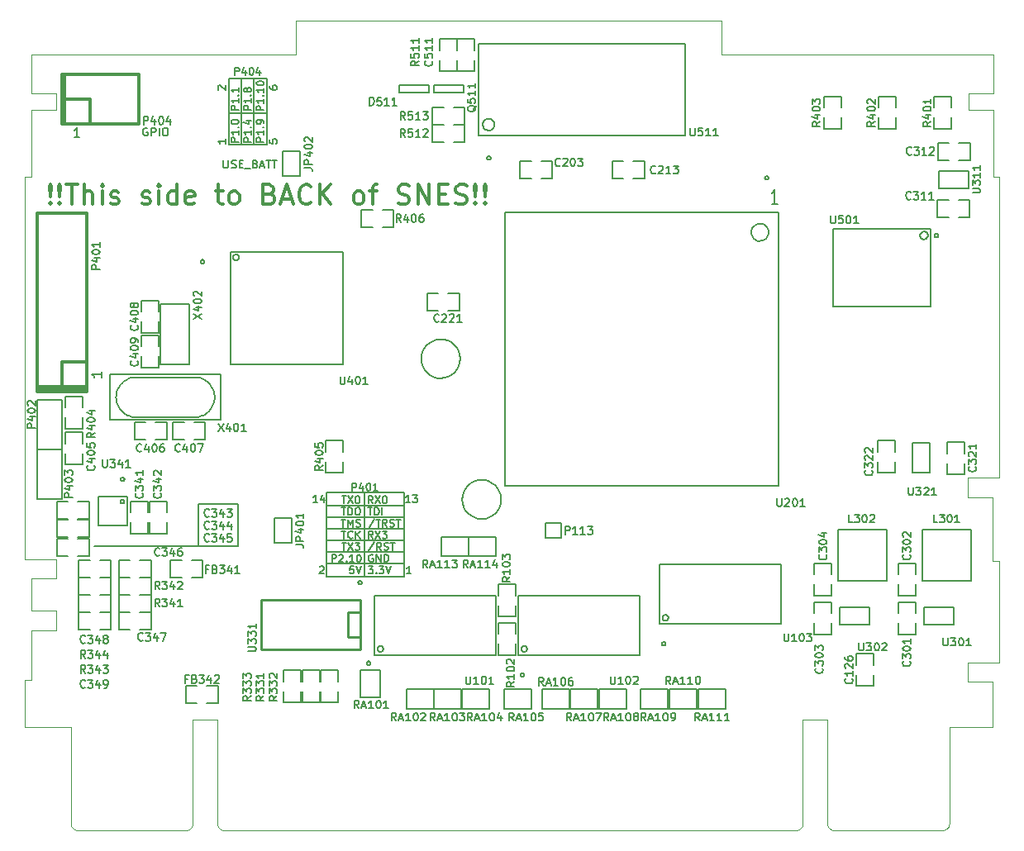
<source format=gto>
G04 (created by PCBNEW-RS274X (2010-04-21 BZR 23xx)-stable) date mer. 22 févr. 2012 15:22:36 CET*
G01*
G70*
G90*
%MOIN*%
G04 Gerber Fmt 3.4, Leading zero omitted, Abs format*
%FSLAX34Y34*%
G04 APERTURE LIST*
%ADD10C,0.006000*%
%ADD11C,0.007000*%
%ADD12C,0.008000*%
%ADD13C,0.005900*%
%ADD14C,0.012100*%
%ADD15C,0.004000*%
%ADD16C,0.003900*%
%ADD17C,0.007900*%
%ADD18C,0.007500*%
%ADD19C,0.011800*%
%ADD20C,0.012000*%
%ADD21C,0.010000*%
G04 APERTURE END LIST*
G54D10*
G54D11*
X44500Y-42900D02*
X40300Y-42900D01*
X44500Y-41200D02*
X44500Y-42900D01*
X46100Y-41200D02*
X44500Y-41200D01*
X46100Y-42900D02*
X46100Y-41200D01*
X44500Y-42900D02*
X46100Y-42900D01*
G54D12*
X45523Y-27335D02*
X45523Y-27594D01*
X45538Y-27624D01*
X45554Y-27639D01*
X45584Y-27655D01*
X45645Y-27655D01*
X45676Y-27639D01*
X45691Y-27624D01*
X45706Y-27594D01*
X45706Y-27335D01*
X45843Y-27639D02*
X45889Y-27655D01*
X45965Y-27655D01*
X45995Y-27639D01*
X46011Y-27624D01*
X46026Y-27594D01*
X46026Y-27563D01*
X46011Y-27533D01*
X45995Y-27517D01*
X45965Y-27502D01*
X45904Y-27487D01*
X45873Y-27472D01*
X45858Y-27456D01*
X45843Y-27426D01*
X45843Y-27395D01*
X45858Y-27365D01*
X45873Y-27350D01*
X45904Y-27335D01*
X45980Y-27335D01*
X46026Y-27350D01*
X46163Y-27487D02*
X46270Y-27487D01*
X46316Y-27655D02*
X46163Y-27655D01*
X46163Y-27335D01*
X46316Y-27335D01*
X46377Y-27685D02*
X46621Y-27685D01*
X46804Y-27487D02*
X46850Y-27502D01*
X46865Y-27517D01*
X46880Y-27548D01*
X46880Y-27594D01*
X46865Y-27624D01*
X46850Y-27639D01*
X46819Y-27655D01*
X46697Y-27655D01*
X46697Y-27335D01*
X46804Y-27335D01*
X46834Y-27350D01*
X46850Y-27365D01*
X46865Y-27395D01*
X46865Y-27426D01*
X46850Y-27456D01*
X46834Y-27472D01*
X46804Y-27487D01*
X46697Y-27487D01*
X47002Y-27563D02*
X47154Y-27563D01*
X46971Y-27655D02*
X47078Y-27335D01*
X47185Y-27655D01*
X47245Y-27335D02*
X47428Y-27335D01*
X47337Y-27655D02*
X47337Y-27335D01*
X47489Y-27335D02*
X47672Y-27335D01*
X47581Y-27655D02*
X47581Y-27335D01*
G54D11*
X42456Y-26050D02*
X42425Y-26035D01*
X42380Y-26035D01*
X42334Y-26050D01*
X42303Y-26080D01*
X42288Y-26111D01*
X42273Y-26172D01*
X42273Y-26217D01*
X42288Y-26278D01*
X42303Y-26309D01*
X42334Y-26339D01*
X42380Y-26355D01*
X42410Y-26355D01*
X42456Y-26339D01*
X42471Y-26324D01*
X42471Y-26217D01*
X42410Y-26217D01*
X42608Y-26355D02*
X42608Y-26035D01*
X42730Y-26035D01*
X42761Y-26050D01*
X42776Y-26065D01*
X42791Y-26095D01*
X42791Y-26141D01*
X42776Y-26172D01*
X42761Y-26187D01*
X42730Y-26202D01*
X42608Y-26202D01*
X42928Y-26355D02*
X42928Y-26035D01*
X43141Y-26035D02*
X43202Y-26035D01*
X43233Y-26050D01*
X43263Y-26080D01*
X43278Y-26141D01*
X43278Y-26248D01*
X43263Y-26309D01*
X43233Y-26339D01*
X43202Y-26355D01*
X43141Y-26355D01*
X43111Y-26339D01*
X43080Y-26309D01*
X43065Y-26248D01*
X43065Y-26141D01*
X43080Y-26080D01*
X43111Y-26050D01*
X43141Y-26035D01*
G54D10*
X47380Y-24352D02*
X47380Y-24409D01*
X47395Y-24438D01*
X47409Y-24452D01*
X47452Y-24481D01*
X47509Y-24495D01*
X47623Y-24495D01*
X47652Y-24481D01*
X47666Y-24466D01*
X47680Y-24438D01*
X47680Y-24381D01*
X47666Y-24352D01*
X47652Y-24338D01*
X47623Y-24323D01*
X47552Y-24323D01*
X47523Y-24338D01*
X47509Y-24352D01*
X47495Y-24381D01*
X47495Y-24438D01*
X47509Y-24466D01*
X47523Y-24481D01*
X47552Y-24495D01*
X47380Y-26504D02*
X47380Y-26647D01*
X47523Y-26661D01*
X47509Y-26647D01*
X47495Y-26618D01*
X47495Y-26547D01*
X47509Y-26518D01*
X47523Y-26504D01*
X47552Y-26489D01*
X47623Y-26489D01*
X47652Y-26504D01*
X47666Y-26518D01*
X47680Y-26547D01*
X47680Y-26618D01*
X47666Y-26647D01*
X47652Y-26661D01*
X45322Y-24495D02*
X45308Y-24481D01*
X45293Y-24452D01*
X45293Y-24381D01*
X45308Y-24352D01*
X45322Y-24338D01*
X45351Y-24323D01*
X45379Y-24323D01*
X45422Y-24338D01*
X45593Y-24509D01*
X45593Y-24323D01*
X45593Y-26489D02*
X45593Y-26661D01*
X45593Y-26575D02*
X45293Y-26575D01*
X45336Y-26604D01*
X45365Y-26632D01*
X45379Y-26661D01*
X45988Y-23901D02*
X45988Y-23601D01*
X46103Y-23601D01*
X46131Y-23616D01*
X46146Y-23630D01*
X46160Y-23659D01*
X46160Y-23701D01*
X46146Y-23730D01*
X46131Y-23744D01*
X46103Y-23759D01*
X45988Y-23759D01*
X46417Y-23701D02*
X46417Y-23901D01*
X46346Y-23587D02*
X46274Y-23801D01*
X46460Y-23801D01*
X46632Y-23601D02*
X46660Y-23601D01*
X46689Y-23616D01*
X46703Y-23630D01*
X46717Y-23659D01*
X46732Y-23716D01*
X46732Y-23787D01*
X46717Y-23844D01*
X46703Y-23873D01*
X46689Y-23887D01*
X46660Y-23901D01*
X46632Y-23901D01*
X46603Y-23887D01*
X46589Y-23873D01*
X46574Y-23844D01*
X46560Y-23787D01*
X46560Y-23716D01*
X46574Y-23659D01*
X46589Y-23630D01*
X46603Y-23616D01*
X46632Y-23601D01*
X46989Y-23701D02*
X46989Y-23901D01*
X46918Y-23587D02*
X46846Y-23801D01*
X47032Y-23801D01*
X45728Y-25452D02*
X47263Y-25452D01*
X46751Y-26712D02*
X46751Y-24035D01*
X46239Y-26712D02*
X46239Y-24035D01*
X47263Y-26712D02*
X45728Y-26712D01*
X47263Y-24035D02*
X47263Y-26712D01*
X45728Y-24035D02*
X47263Y-24035D01*
X45728Y-26712D02*
X45728Y-24035D01*
X47148Y-25322D02*
X46848Y-25322D01*
X46848Y-25207D01*
X46863Y-25179D01*
X46877Y-25164D01*
X46906Y-25150D01*
X46948Y-25150D01*
X46977Y-25164D01*
X46991Y-25179D01*
X47006Y-25207D01*
X47006Y-25322D01*
X47148Y-24864D02*
X47148Y-25036D01*
X47148Y-24950D02*
X46848Y-24950D01*
X46891Y-24979D01*
X46920Y-25007D01*
X46934Y-25036D01*
X47120Y-24736D02*
X47134Y-24721D01*
X47148Y-24736D01*
X47134Y-24750D01*
X47120Y-24736D01*
X47148Y-24736D01*
X47148Y-24435D02*
X47148Y-24607D01*
X47148Y-24521D02*
X46848Y-24521D01*
X46891Y-24550D01*
X46920Y-24578D01*
X46934Y-24607D01*
X46848Y-24249D02*
X46848Y-24221D01*
X46863Y-24192D01*
X46877Y-24178D01*
X46906Y-24164D01*
X46963Y-24149D01*
X47034Y-24149D01*
X47091Y-24164D01*
X47120Y-24178D01*
X47134Y-24192D01*
X47148Y-24221D01*
X47148Y-24249D01*
X47134Y-24278D01*
X47120Y-24292D01*
X47091Y-24307D01*
X47034Y-24321D01*
X46963Y-24321D01*
X46906Y-24307D01*
X46877Y-24292D01*
X46863Y-24278D01*
X46848Y-24249D01*
X47148Y-26597D02*
X46848Y-26597D01*
X46848Y-26482D01*
X46863Y-26454D01*
X46877Y-26439D01*
X46906Y-26425D01*
X46948Y-26425D01*
X46977Y-26439D01*
X46991Y-26454D01*
X47006Y-26482D01*
X47006Y-26597D01*
X47148Y-26139D02*
X47148Y-26311D01*
X47148Y-26225D02*
X46848Y-26225D01*
X46891Y-26254D01*
X46920Y-26282D01*
X46934Y-26311D01*
X47120Y-26011D02*
X47134Y-25996D01*
X47148Y-26011D01*
X47134Y-26025D01*
X47120Y-26011D01*
X47148Y-26011D01*
X47148Y-25853D02*
X47148Y-25796D01*
X47134Y-25768D01*
X47120Y-25753D01*
X47077Y-25725D01*
X47020Y-25710D01*
X46906Y-25710D01*
X46877Y-25725D01*
X46863Y-25739D01*
X46848Y-25768D01*
X46848Y-25825D01*
X46863Y-25853D01*
X46877Y-25868D01*
X46906Y-25882D01*
X46977Y-25882D01*
X47006Y-25868D01*
X47020Y-25853D01*
X47034Y-25825D01*
X47034Y-25768D01*
X47020Y-25739D01*
X47006Y-25725D01*
X46977Y-25710D01*
X46636Y-25298D02*
X46336Y-25298D01*
X46336Y-25183D01*
X46351Y-25155D01*
X46365Y-25140D01*
X46394Y-25126D01*
X46436Y-25126D01*
X46465Y-25140D01*
X46479Y-25155D01*
X46494Y-25183D01*
X46494Y-25298D01*
X46636Y-24840D02*
X46636Y-25012D01*
X46636Y-24926D02*
X46336Y-24926D01*
X46379Y-24955D01*
X46408Y-24983D01*
X46422Y-25012D01*
X46608Y-24712D02*
X46622Y-24697D01*
X46636Y-24712D01*
X46622Y-24726D01*
X46608Y-24712D01*
X46636Y-24712D01*
X46465Y-24526D02*
X46451Y-24554D01*
X46436Y-24569D01*
X46408Y-24583D01*
X46394Y-24583D01*
X46365Y-24569D01*
X46351Y-24554D01*
X46336Y-24526D01*
X46336Y-24469D01*
X46351Y-24440D01*
X46365Y-24426D01*
X46394Y-24411D01*
X46408Y-24411D01*
X46436Y-24426D01*
X46451Y-24440D01*
X46465Y-24469D01*
X46465Y-24526D01*
X46479Y-24554D01*
X46494Y-24569D01*
X46522Y-24583D01*
X46579Y-24583D01*
X46608Y-24569D01*
X46622Y-24554D01*
X46636Y-24526D01*
X46636Y-24469D01*
X46622Y-24440D01*
X46608Y-24426D01*
X46579Y-24411D01*
X46522Y-24411D01*
X46494Y-24426D01*
X46479Y-24440D01*
X46465Y-24469D01*
X46636Y-26597D02*
X46336Y-26597D01*
X46336Y-26482D01*
X46351Y-26454D01*
X46365Y-26439D01*
X46394Y-26425D01*
X46436Y-26425D01*
X46465Y-26439D01*
X46479Y-26454D01*
X46494Y-26482D01*
X46494Y-26597D01*
X46636Y-26139D02*
X46636Y-26311D01*
X46636Y-26225D02*
X46336Y-26225D01*
X46379Y-26254D01*
X46408Y-26282D01*
X46422Y-26311D01*
X46608Y-26011D02*
X46622Y-25996D01*
X46636Y-26011D01*
X46622Y-26025D01*
X46608Y-26011D01*
X46636Y-26011D01*
X46436Y-25739D02*
X46636Y-25739D01*
X46322Y-25810D02*
X46536Y-25882D01*
X46536Y-25696D01*
X46124Y-25298D02*
X45824Y-25298D01*
X45824Y-25183D01*
X45839Y-25155D01*
X45853Y-25140D01*
X45882Y-25126D01*
X45924Y-25126D01*
X45953Y-25140D01*
X45967Y-25155D01*
X45982Y-25183D01*
X45982Y-25298D01*
X46124Y-24840D02*
X46124Y-25012D01*
X46124Y-24926D02*
X45824Y-24926D01*
X45867Y-24955D01*
X45896Y-24983D01*
X45910Y-25012D01*
X46096Y-24712D02*
X46110Y-24697D01*
X46124Y-24712D01*
X46110Y-24726D01*
X46096Y-24712D01*
X46124Y-24712D01*
X46124Y-24411D02*
X46124Y-24583D01*
X46124Y-24497D02*
X45824Y-24497D01*
X45867Y-24526D01*
X45896Y-24554D01*
X45910Y-24583D01*
X46124Y-26597D02*
X45824Y-26597D01*
X45824Y-26482D01*
X45839Y-26454D01*
X45853Y-26439D01*
X45882Y-26425D01*
X45924Y-26425D01*
X45953Y-26439D01*
X45967Y-26454D01*
X45982Y-26482D01*
X45982Y-26597D01*
X46124Y-26139D02*
X46124Y-26311D01*
X46124Y-26225D02*
X45824Y-26225D01*
X45867Y-26254D01*
X45896Y-26282D01*
X45910Y-26311D01*
X46096Y-26011D02*
X46110Y-25996D01*
X46124Y-26011D01*
X46110Y-26025D01*
X46096Y-26011D01*
X46124Y-26011D01*
X45824Y-25810D02*
X45824Y-25782D01*
X45839Y-25753D01*
X45853Y-25739D01*
X45882Y-25725D01*
X45939Y-25710D01*
X46010Y-25710D01*
X46067Y-25725D01*
X46096Y-25739D01*
X46110Y-25753D01*
X46124Y-25782D01*
X46124Y-25810D01*
X46110Y-25839D01*
X46096Y-25853D01*
X46067Y-25868D01*
X46010Y-25882D01*
X45939Y-25882D01*
X45882Y-25868D01*
X45853Y-25853D01*
X45839Y-25839D01*
X45824Y-25810D01*
X39723Y-26419D02*
X39498Y-26419D01*
X39611Y-26419D02*
X39611Y-26025D01*
X39573Y-26082D01*
X39536Y-26119D01*
X39498Y-26138D01*
G54D11*
X67495Y-28050D02*
X67493Y-28063D01*
X67489Y-28076D01*
X67483Y-28088D01*
X67474Y-28099D01*
X67464Y-28108D01*
X67452Y-28114D01*
X67439Y-28118D01*
X67425Y-28119D01*
X67412Y-28118D01*
X67399Y-28114D01*
X67387Y-28108D01*
X67377Y-28100D01*
X67368Y-28089D01*
X67361Y-28077D01*
X67357Y-28064D01*
X67356Y-28050D01*
X67357Y-28038D01*
X67360Y-28025D01*
X67367Y-28013D01*
X67375Y-28002D01*
X67386Y-27993D01*
X67397Y-27986D01*
X67410Y-27982D01*
X67424Y-27981D01*
X67437Y-27982D01*
X67450Y-27985D01*
X67462Y-27991D01*
X67473Y-28000D01*
X67482Y-28010D01*
X67488Y-28022D01*
X67493Y-28035D01*
X67494Y-28049D01*
X67495Y-28050D01*
X56300Y-27250D02*
X56298Y-27264D01*
X56294Y-27278D01*
X56287Y-27291D01*
X56278Y-27302D01*
X56266Y-27312D01*
X56254Y-27319D01*
X56240Y-27323D01*
X56225Y-27324D01*
X56211Y-27323D01*
X56197Y-27319D01*
X56184Y-27312D01*
X56173Y-27303D01*
X56164Y-27292D01*
X56157Y-27279D01*
X56152Y-27265D01*
X56151Y-27251D01*
X56152Y-27237D01*
X56156Y-27223D01*
X56162Y-27210D01*
X56172Y-27198D01*
X56183Y-27189D01*
X56195Y-27182D01*
X56209Y-27177D01*
X56224Y-27176D01*
X56238Y-27177D01*
X56252Y-27181D01*
X56265Y-27187D01*
X56276Y-27196D01*
X56286Y-27207D01*
X56293Y-27220D01*
X56298Y-27234D01*
X56299Y-27248D01*
X56300Y-27250D01*
X74350Y-30375D02*
X74348Y-30389D01*
X74344Y-30403D01*
X74337Y-30416D01*
X74328Y-30427D01*
X74316Y-30437D01*
X74304Y-30444D01*
X74290Y-30448D01*
X74275Y-30449D01*
X74261Y-30448D01*
X74247Y-30444D01*
X74234Y-30437D01*
X74223Y-30428D01*
X74214Y-30417D01*
X74207Y-30404D01*
X74202Y-30390D01*
X74201Y-30376D01*
X74202Y-30362D01*
X74206Y-30348D01*
X74212Y-30335D01*
X74222Y-30323D01*
X74233Y-30314D01*
X74245Y-30307D01*
X74259Y-30302D01*
X74274Y-30301D01*
X74288Y-30302D01*
X74302Y-30306D01*
X74315Y-30312D01*
X74326Y-30321D01*
X74336Y-30332D01*
X74343Y-30345D01*
X74348Y-30359D01*
X74349Y-30373D01*
X74350Y-30375D01*
X41525Y-40200D02*
X41523Y-40214D01*
X41519Y-40228D01*
X41512Y-40241D01*
X41503Y-40252D01*
X41491Y-40262D01*
X41479Y-40269D01*
X41465Y-40273D01*
X41450Y-40274D01*
X41436Y-40273D01*
X41422Y-40269D01*
X41409Y-40262D01*
X41398Y-40253D01*
X41389Y-40242D01*
X41382Y-40229D01*
X41377Y-40215D01*
X41376Y-40201D01*
X41377Y-40187D01*
X41381Y-40173D01*
X41387Y-40160D01*
X41397Y-40148D01*
X41408Y-40139D01*
X41420Y-40132D01*
X41434Y-40127D01*
X41449Y-40126D01*
X41463Y-40127D01*
X41477Y-40131D01*
X41490Y-40137D01*
X41501Y-40146D01*
X41511Y-40157D01*
X41518Y-40170D01*
X41523Y-40184D01*
X41524Y-40198D01*
X41525Y-40200D01*
X44750Y-31425D02*
X44748Y-31439D01*
X44744Y-31453D01*
X44737Y-31466D01*
X44728Y-31477D01*
X44716Y-31487D01*
X44704Y-31494D01*
X44690Y-31498D01*
X44675Y-31499D01*
X44661Y-31498D01*
X44647Y-31494D01*
X44634Y-31487D01*
X44623Y-31478D01*
X44614Y-31467D01*
X44607Y-31454D01*
X44602Y-31440D01*
X44601Y-31426D01*
X44602Y-31412D01*
X44606Y-31398D01*
X44612Y-31385D01*
X44622Y-31373D01*
X44633Y-31364D01*
X44645Y-31357D01*
X44659Y-31352D01*
X44674Y-31351D01*
X44688Y-31352D01*
X44702Y-31356D01*
X44715Y-31362D01*
X44726Y-31371D01*
X44736Y-31382D01*
X44743Y-31395D01*
X44748Y-31409D01*
X44749Y-31423D01*
X44750Y-31425D01*
X63350Y-46850D02*
X63348Y-46864D01*
X63344Y-46878D01*
X63337Y-46891D01*
X63328Y-46902D01*
X63316Y-46912D01*
X63304Y-46919D01*
X63290Y-46923D01*
X63275Y-46924D01*
X63261Y-46923D01*
X63247Y-46919D01*
X63234Y-46912D01*
X63223Y-46903D01*
X63214Y-46892D01*
X63207Y-46879D01*
X63202Y-46865D01*
X63201Y-46851D01*
X63202Y-46837D01*
X63206Y-46823D01*
X63212Y-46810D01*
X63222Y-46798D01*
X63233Y-46789D01*
X63245Y-46782D01*
X63259Y-46777D01*
X63274Y-46776D01*
X63288Y-46777D01*
X63302Y-46781D01*
X63315Y-46787D01*
X63326Y-46796D01*
X63336Y-46807D01*
X63343Y-46820D01*
X63348Y-46834D01*
X63349Y-46848D01*
X63350Y-46850D01*
X57650Y-48100D02*
X57648Y-48114D01*
X57644Y-48128D01*
X57637Y-48141D01*
X57628Y-48152D01*
X57616Y-48162D01*
X57604Y-48169D01*
X57590Y-48173D01*
X57575Y-48174D01*
X57561Y-48173D01*
X57547Y-48169D01*
X57534Y-48162D01*
X57523Y-48153D01*
X57514Y-48142D01*
X57507Y-48129D01*
X57502Y-48115D01*
X57501Y-48101D01*
X57502Y-48087D01*
X57506Y-48073D01*
X57512Y-48060D01*
X57522Y-48048D01*
X57533Y-48039D01*
X57545Y-48032D01*
X57559Y-48027D01*
X57574Y-48026D01*
X57588Y-48027D01*
X57602Y-48031D01*
X57615Y-48037D01*
X57626Y-48046D01*
X57636Y-48057D01*
X57643Y-48070D01*
X57648Y-48084D01*
X57649Y-48098D01*
X57650Y-48100D01*
X51450Y-47625D02*
X51448Y-47639D01*
X51444Y-47653D01*
X51437Y-47666D01*
X51428Y-47677D01*
X51416Y-47687D01*
X51404Y-47694D01*
X51390Y-47698D01*
X51375Y-47699D01*
X51361Y-47698D01*
X51347Y-47694D01*
X51334Y-47687D01*
X51323Y-47678D01*
X51314Y-47667D01*
X51307Y-47654D01*
X51302Y-47640D01*
X51301Y-47626D01*
X51302Y-47612D01*
X51306Y-47598D01*
X51312Y-47585D01*
X51322Y-47573D01*
X51333Y-47564D01*
X51345Y-47557D01*
X51359Y-47552D01*
X51374Y-47551D01*
X51388Y-47552D01*
X51402Y-47556D01*
X51415Y-47562D01*
X51426Y-47571D01*
X51436Y-47582D01*
X51443Y-47595D01*
X51448Y-47609D01*
X51449Y-47623D01*
X51450Y-47625D01*
X51100Y-44375D02*
X51098Y-44389D01*
X51094Y-44403D01*
X51087Y-44416D01*
X51078Y-44427D01*
X51066Y-44437D01*
X51054Y-44444D01*
X51040Y-44448D01*
X51025Y-44449D01*
X51011Y-44448D01*
X50997Y-44444D01*
X50984Y-44437D01*
X50973Y-44428D01*
X50964Y-44417D01*
X50957Y-44404D01*
X50952Y-44390D01*
X50951Y-44376D01*
X50952Y-44362D01*
X50956Y-44348D01*
X50962Y-44335D01*
X50972Y-44323D01*
X50983Y-44314D01*
X50995Y-44307D01*
X51009Y-44302D01*
X51024Y-44301D01*
X51038Y-44302D01*
X51052Y-44306D01*
X51065Y-44312D01*
X51076Y-44321D01*
X51086Y-44332D01*
X51093Y-44345D01*
X51098Y-44359D01*
X51099Y-44373D01*
X51100Y-44375D01*
G54D10*
X40592Y-35871D02*
X40592Y-36096D01*
X40592Y-35983D02*
X40198Y-35983D01*
X40255Y-36021D01*
X40292Y-36058D01*
X40311Y-36096D01*
X49313Y-41145D02*
X49141Y-41145D01*
X49227Y-41145D02*
X49227Y-40845D01*
X49198Y-40888D01*
X49170Y-40917D01*
X49141Y-40931D01*
X49570Y-40945D02*
X49570Y-41145D01*
X49499Y-40831D02*
X49427Y-41045D01*
X49613Y-41045D01*
X53053Y-41145D02*
X52881Y-41145D01*
X52967Y-41145D02*
X52967Y-40845D01*
X52938Y-40888D01*
X52910Y-40917D01*
X52881Y-40931D01*
X53153Y-40845D02*
X53339Y-40845D01*
X53239Y-40960D01*
X53281Y-40960D01*
X53310Y-40974D01*
X53324Y-40988D01*
X53339Y-41017D01*
X53339Y-41088D01*
X53324Y-41117D01*
X53310Y-41131D01*
X53281Y-41145D01*
X53196Y-41145D01*
X53167Y-41131D01*
X53153Y-41117D01*
X49402Y-43748D02*
X49416Y-43734D01*
X49445Y-43719D01*
X49516Y-43719D01*
X49545Y-43734D01*
X49559Y-43748D01*
X49574Y-43777D01*
X49574Y-43805D01*
X49559Y-43848D01*
X49388Y-44019D01*
X49574Y-44019D01*
X53078Y-44019D02*
X52906Y-44019D01*
X52992Y-44019D02*
X52992Y-43719D01*
X52963Y-43762D01*
X52935Y-43791D01*
X52906Y-43805D01*
G54D13*
X52795Y-41260D02*
X49685Y-41260D01*
X49685Y-41732D02*
X52795Y-41732D01*
X52795Y-42205D02*
X49685Y-42205D01*
X49685Y-42677D02*
X52795Y-42677D01*
X52795Y-43150D02*
X49685Y-43150D01*
X49685Y-43622D02*
X52795Y-43622D01*
X51220Y-44134D02*
X51220Y-40748D01*
X49685Y-44134D02*
X49685Y-40748D01*
X52795Y-44134D02*
X49685Y-44134D01*
X52795Y-40748D02*
X52795Y-44134D01*
X49685Y-40748D02*
X52795Y-40748D01*
G54D10*
X50712Y-40672D02*
X50712Y-40372D01*
X50827Y-40372D01*
X50855Y-40387D01*
X50870Y-40401D01*
X50884Y-40430D01*
X50884Y-40472D01*
X50870Y-40501D01*
X50855Y-40515D01*
X50827Y-40530D01*
X50712Y-40530D01*
X51141Y-40472D02*
X51141Y-40672D01*
X51070Y-40358D02*
X50998Y-40572D01*
X51184Y-40572D01*
X51356Y-40372D02*
X51384Y-40372D01*
X51413Y-40387D01*
X51427Y-40401D01*
X51441Y-40430D01*
X51456Y-40487D01*
X51456Y-40558D01*
X51441Y-40615D01*
X51427Y-40644D01*
X51413Y-40658D01*
X51384Y-40672D01*
X51356Y-40672D01*
X51327Y-40658D01*
X51313Y-40644D01*
X51298Y-40615D01*
X51284Y-40558D01*
X51284Y-40487D01*
X51298Y-40430D01*
X51313Y-40401D01*
X51327Y-40387D01*
X51356Y-40372D01*
X51742Y-40672D02*
X51570Y-40672D01*
X51656Y-40672D02*
X51656Y-40372D01*
X51627Y-40415D01*
X51599Y-40444D01*
X51570Y-40458D01*
X51368Y-43718D02*
X51554Y-43718D01*
X51454Y-43833D01*
X51496Y-43833D01*
X51525Y-43847D01*
X51539Y-43861D01*
X51554Y-43890D01*
X51554Y-43961D01*
X51539Y-43990D01*
X51525Y-44004D01*
X51496Y-44018D01*
X51411Y-44018D01*
X51382Y-44004D01*
X51368Y-43990D01*
X51682Y-43990D02*
X51697Y-44004D01*
X51682Y-44018D01*
X51668Y-44004D01*
X51682Y-43990D01*
X51682Y-44018D01*
X51797Y-43718D02*
X51983Y-43718D01*
X51883Y-43833D01*
X51925Y-43833D01*
X51954Y-43847D01*
X51968Y-43861D01*
X51983Y-43890D01*
X51983Y-43961D01*
X51968Y-43990D01*
X51954Y-44004D01*
X51925Y-44018D01*
X51840Y-44018D01*
X51811Y-44004D01*
X51797Y-43990D01*
X52069Y-43718D02*
X52169Y-44018D01*
X52269Y-43718D01*
X51544Y-43260D02*
X51515Y-43245D01*
X51472Y-43245D01*
X51429Y-43260D01*
X51401Y-43288D01*
X51386Y-43317D01*
X51372Y-43374D01*
X51372Y-43417D01*
X51386Y-43474D01*
X51401Y-43503D01*
X51429Y-43531D01*
X51472Y-43545D01*
X51501Y-43545D01*
X51544Y-43531D01*
X51558Y-43517D01*
X51558Y-43417D01*
X51501Y-43417D01*
X51686Y-43545D02*
X51686Y-43245D01*
X51858Y-43545D01*
X51858Y-43245D01*
X52000Y-43545D02*
X52000Y-43245D01*
X52072Y-43245D01*
X52115Y-43260D01*
X52143Y-43288D01*
X52158Y-43317D01*
X52172Y-43374D01*
X52172Y-43417D01*
X52158Y-43474D01*
X52143Y-43503D01*
X52115Y-43531D01*
X52072Y-43545D01*
X52000Y-43545D01*
X51612Y-42759D02*
X51355Y-43145D01*
X51883Y-43073D02*
X51783Y-42931D01*
X51711Y-43073D02*
X51711Y-42773D01*
X51826Y-42773D01*
X51854Y-42788D01*
X51869Y-42802D01*
X51883Y-42831D01*
X51883Y-42873D01*
X51869Y-42902D01*
X51854Y-42916D01*
X51826Y-42931D01*
X51711Y-42931D01*
X51997Y-43059D02*
X52040Y-43073D01*
X52111Y-43073D01*
X52140Y-43059D01*
X52154Y-43045D01*
X52169Y-43016D01*
X52169Y-42988D01*
X52154Y-42959D01*
X52140Y-42945D01*
X52111Y-42931D01*
X52054Y-42916D01*
X52026Y-42902D01*
X52011Y-42888D01*
X51997Y-42859D01*
X51997Y-42831D01*
X52011Y-42802D01*
X52026Y-42788D01*
X52054Y-42773D01*
X52126Y-42773D01*
X52169Y-42788D01*
X52255Y-42773D02*
X52426Y-42773D01*
X52340Y-43073D02*
X52340Y-42773D01*
X51539Y-42601D02*
X51439Y-42459D01*
X51367Y-42601D02*
X51367Y-42301D01*
X51482Y-42301D01*
X51510Y-42316D01*
X51525Y-42330D01*
X51539Y-42359D01*
X51539Y-42401D01*
X51525Y-42430D01*
X51510Y-42444D01*
X51482Y-42459D01*
X51367Y-42459D01*
X51639Y-42301D02*
X51839Y-42601D01*
X51839Y-42301D02*
X51639Y-42601D01*
X51925Y-42301D02*
X52111Y-42301D01*
X52011Y-42416D01*
X52053Y-42416D01*
X52082Y-42430D01*
X52096Y-42444D01*
X52111Y-42473D01*
X52111Y-42544D01*
X52096Y-42573D01*
X52082Y-42587D01*
X52053Y-42601D01*
X51968Y-42601D01*
X51939Y-42587D01*
X51925Y-42573D01*
X51615Y-41814D02*
X51358Y-42200D01*
X51672Y-41828D02*
X51843Y-41828D01*
X51757Y-42128D02*
X51757Y-41828D01*
X52115Y-42128D02*
X52015Y-41986D01*
X51943Y-42128D02*
X51943Y-41828D01*
X52058Y-41828D01*
X52086Y-41843D01*
X52101Y-41857D01*
X52115Y-41886D01*
X52115Y-41928D01*
X52101Y-41957D01*
X52086Y-41971D01*
X52058Y-41986D01*
X51943Y-41986D01*
X52229Y-42114D02*
X52272Y-42128D01*
X52343Y-42128D01*
X52372Y-42114D01*
X52386Y-42100D01*
X52401Y-42071D01*
X52401Y-42043D01*
X52386Y-42014D01*
X52372Y-42000D01*
X52343Y-41986D01*
X52286Y-41971D01*
X52258Y-41957D01*
X52243Y-41943D01*
X52229Y-41914D01*
X52229Y-41886D01*
X52243Y-41857D01*
X52258Y-41843D01*
X52286Y-41828D01*
X52358Y-41828D01*
X52401Y-41843D01*
X52487Y-41828D02*
X52658Y-41828D01*
X52572Y-42128D02*
X52572Y-41828D01*
X51347Y-41356D02*
X51518Y-41356D01*
X51432Y-41656D02*
X51432Y-41356D01*
X51618Y-41656D02*
X51618Y-41356D01*
X51690Y-41356D01*
X51733Y-41371D01*
X51761Y-41399D01*
X51776Y-41428D01*
X51790Y-41485D01*
X51790Y-41528D01*
X51776Y-41585D01*
X51761Y-41614D01*
X51733Y-41642D01*
X51690Y-41656D01*
X51618Y-41656D01*
X51918Y-41656D02*
X51918Y-41356D01*
X51539Y-41183D02*
X51439Y-41041D01*
X51367Y-41183D02*
X51367Y-40883D01*
X51482Y-40883D01*
X51510Y-40898D01*
X51525Y-40912D01*
X51539Y-40941D01*
X51539Y-40983D01*
X51525Y-41012D01*
X51510Y-41026D01*
X51482Y-41041D01*
X51367Y-41041D01*
X51639Y-40883D02*
X51839Y-41183D01*
X51839Y-40883D02*
X51639Y-41183D01*
X52011Y-40883D02*
X52039Y-40883D01*
X52068Y-40898D01*
X52082Y-40912D01*
X52096Y-40941D01*
X52111Y-40998D01*
X52111Y-41069D01*
X52096Y-41126D01*
X52082Y-41155D01*
X52068Y-41169D01*
X52039Y-41183D01*
X52011Y-41183D01*
X51982Y-41169D01*
X51968Y-41155D01*
X51953Y-41126D01*
X51939Y-41069D01*
X51939Y-40998D01*
X51953Y-40941D01*
X51968Y-40912D01*
X51982Y-40898D01*
X52011Y-40883D01*
X50770Y-43718D02*
X50627Y-43718D01*
X50613Y-43861D01*
X50627Y-43847D01*
X50656Y-43833D01*
X50727Y-43833D01*
X50756Y-43847D01*
X50770Y-43861D01*
X50785Y-43890D01*
X50785Y-43961D01*
X50770Y-43990D01*
X50756Y-44004D01*
X50727Y-44018D01*
X50656Y-44018D01*
X50627Y-44004D01*
X50613Y-43990D01*
X50871Y-43718D02*
X50971Y-44018D01*
X51071Y-43718D01*
X49893Y-43545D02*
X49893Y-43245D01*
X50008Y-43245D01*
X50036Y-43260D01*
X50051Y-43274D01*
X50065Y-43303D01*
X50065Y-43345D01*
X50051Y-43374D01*
X50036Y-43388D01*
X50008Y-43403D01*
X49893Y-43403D01*
X50179Y-43274D02*
X50193Y-43260D01*
X50222Y-43245D01*
X50293Y-43245D01*
X50322Y-43260D01*
X50336Y-43274D01*
X50351Y-43303D01*
X50351Y-43331D01*
X50336Y-43374D01*
X50165Y-43545D01*
X50351Y-43545D01*
X50479Y-43517D02*
X50494Y-43531D01*
X50479Y-43545D01*
X50465Y-43531D01*
X50479Y-43517D01*
X50479Y-43545D01*
X50780Y-43545D02*
X50608Y-43545D01*
X50694Y-43545D02*
X50694Y-43245D01*
X50665Y-43288D01*
X50637Y-43317D01*
X50608Y-43331D01*
X50966Y-43245D02*
X50994Y-43245D01*
X51023Y-43260D01*
X51037Y-43274D01*
X51051Y-43303D01*
X51066Y-43360D01*
X51066Y-43431D01*
X51051Y-43488D01*
X51037Y-43517D01*
X51023Y-43531D01*
X50994Y-43545D01*
X50966Y-43545D01*
X50937Y-43531D01*
X50923Y-43517D01*
X50908Y-43488D01*
X50894Y-43431D01*
X50894Y-43360D01*
X50908Y-43303D01*
X50923Y-43274D01*
X50937Y-43260D01*
X50966Y-43245D01*
X50298Y-42773D02*
X50469Y-42773D01*
X50383Y-43073D02*
X50383Y-42773D01*
X50541Y-42773D02*
X50741Y-43073D01*
X50741Y-42773D02*
X50541Y-43073D01*
X50827Y-42773D02*
X51013Y-42773D01*
X50913Y-42888D01*
X50955Y-42888D01*
X50984Y-42902D01*
X50998Y-42916D01*
X51013Y-42945D01*
X51013Y-43016D01*
X50998Y-43045D01*
X50984Y-43059D01*
X50955Y-43073D01*
X50870Y-43073D01*
X50841Y-43059D01*
X50827Y-43045D01*
X50284Y-42301D02*
X50455Y-42301D01*
X50369Y-42601D02*
X50369Y-42301D01*
X50727Y-42573D02*
X50713Y-42587D01*
X50670Y-42601D01*
X50641Y-42601D01*
X50598Y-42587D01*
X50570Y-42559D01*
X50555Y-42530D01*
X50541Y-42473D01*
X50541Y-42430D01*
X50555Y-42373D01*
X50570Y-42344D01*
X50598Y-42316D01*
X50641Y-42301D01*
X50670Y-42301D01*
X50713Y-42316D01*
X50727Y-42330D01*
X50855Y-42601D02*
X50855Y-42301D01*
X51027Y-42601D02*
X50898Y-42430D01*
X51027Y-42301D02*
X50855Y-42473D01*
X50269Y-41828D02*
X50440Y-41828D01*
X50354Y-42128D02*
X50354Y-41828D01*
X50540Y-42128D02*
X50540Y-41828D01*
X50640Y-42043D01*
X50740Y-41828D01*
X50740Y-42128D01*
X50869Y-42114D02*
X50912Y-42128D01*
X50983Y-42128D01*
X51012Y-42114D01*
X51026Y-42100D01*
X51041Y-42071D01*
X51041Y-42043D01*
X51026Y-42014D01*
X51012Y-42000D01*
X50983Y-41986D01*
X50926Y-41971D01*
X50898Y-41957D01*
X50883Y-41943D01*
X50869Y-41914D01*
X50869Y-41886D01*
X50883Y-41857D01*
X50898Y-41843D01*
X50926Y-41828D01*
X50998Y-41828D01*
X51041Y-41843D01*
X50277Y-41356D02*
X50448Y-41356D01*
X50362Y-41656D02*
X50362Y-41356D01*
X50548Y-41656D02*
X50548Y-41356D01*
X50620Y-41356D01*
X50663Y-41371D01*
X50691Y-41399D01*
X50706Y-41428D01*
X50720Y-41485D01*
X50720Y-41528D01*
X50706Y-41585D01*
X50691Y-41614D01*
X50663Y-41642D01*
X50620Y-41656D01*
X50548Y-41656D01*
X50906Y-41356D02*
X50963Y-41356D01*
X50991Y-41371D01*
X51020Y-41399D01*
X51034Y-41456D01*
X51034Y-41556D01*
X51020Y-41614D01*
X50991Y-41642D01*
X50963Y-41656D01*
X50906Y-41656D01*
X50877Y-41642D01*
X50848Y-41614D01*
X50834Y-41556D01*
X50834Y-41456D01*
X50848Y-41399D01*
X50877Y-41371D01*
X50906Y-41356D01*
X50298Y-40883D02*
X50469Y-40883D01*
X50383Y-41183D02*
X50383Y-40883D01*
X50541Y-40883D02*
X50741Y-41183D01*
X50741Y-40883D02*
X50541Y-41183D01*
X50913Y-40883D02*
X50941Y-40883D01*
X50970Y-40898D01*
X50984Y-40912D01*
X50998Y-40941D01*
X51013Y-40998D01*
X51013Y-41069D01*
X50998Y-41126D01*
X50984Y-41155D01*
X50970Y-41169D01*
X50941Y-41183D01*
X50913Y-41183D01*
X50884Y-41169D01*
X50870Y-41155D01*
X50855Y-41126D01*
X50841Y-41069D01*
X50841Y-40998D01*
X50855Y-40941D01*
X50870Y-40912D01*
X50884Y-40898D01*
X50913Y-40883D01*
G54D14*
X38535Y-29048D02*
X38574Y-29086D01*
X38535Y-29124D01*
X38497Y-29086D01*
X38535Y-29048D01*
X38535Y-29124D01*
X38535Y-28819D02*
X38497Y-28362D01*
X38535Y-28324D01*
X38574Y-28362D01*
X38535Y-28819D01*
X38535Y-28324D01*
X38916Y-29048D02*
X38955Y-29086D01*
X38916Y-29124D01*
X38878Y-29086D01*
X38916Y-29048D01*
X38916Y-29124D01*
X38916Y-28819D02*
X38878Y-28362D01*
X38916Y-28324D01*
X38955Y-28362D01*
X38916Y-28819D01*
X38916Y-28324D01*
X39183Y-28324D02*
X39640Y-28324D01*
X39412Y-29124D02*
X39412Y-28324D01*
X39907Y-29124D02*
X39907Y-28324D01*
X40250Y-29124D02*
X40250Y-28705D01*
X40212Y-28629D01*
X40136Y-28590D01*
X40022Y-28590D01*
X39946Y-28629D01*
X39907Y-28667D01*
X40631Y-29124D02*
X40631Y-28590D01*
X40631Y-28324D02*
X40593Y-28362D01*
X40631Y-28400D01*
X40670Y-28362D01*
X40631Y-28324D01*
X40631Y-28400D01*
X40974Y-29086D02*
X41051Y-29124D01*
X41203Y-29124D01*
X41279Y-29086D01*
X41317Y-29010D01*
X41317Y-28971D01*
X41279Y-28895D01*
X41203Y-28857D01*
X41089Y-28857D01*
X41012Y-28819D01*
X40974Y-28743D01*
X40974Y-28705D01*
X41012Y-28629D01*
X41089Y-28590D01*
X41203Y-28590D01*
X41279Y-28629D01*
X42232Y-29086D02*
X42309Y-29124D01*
X42461Y-29124D01*
X42537Y-29086D01*
X42575Y-29010D01*
X42575Y-28971D01*
X42537Y-28895D01*
X42461Y-28857D01*
X42347Y-28857D01*
X42270Y-28819D01*
X42232Y-28743D01*
X42232Y-28705D01*
X42270Y-28629D01*
X42347Y-28590D01*
X42461Y-28590D01*
X42537Y-28629D01*
X42918Y-29124D02*
X42918Y-28590D01*
X42918Y-28324D02*
X42880Y-28362D01*
X42918Y-28400D01*
X42957Y-28362D01*
X42918Y-28324D01*
X42918Y-28400D01*
X43642Y-29124D02*
X43642Y-28324D01*
X43642Y-29086D02*
X43566Y-29124D01*
X43414Y-29124D01*
X43338Y-29086D01*
X43299Y-29048D01*
X43261Y-28971D01*
X43261Y-28743D01*
X43299Y-28667D01*
X43338Y-28629D01*
X43414Y-28590D01*
X43566Y-28590D01*
X43642Y-28629D01*
X44328Y-29086D02*
X44252Y-29124D01*
X44100Y-29124D01*
X44023Y-29086D01*
X43985Y-29010D01*
X43985Y-28705D01*
X44023Y-28629D01*
X44100Y-28590D01*
X44252Y-28590D01*
X44328Y-28629D01*
X44366Y-28705D01*
X44366Y-28781D01*
X43985Y-28857D01*
X45205Y-28590D02*
X45510Y-28590D01*
X45319Y-28324D02*
X45319Y-29010D01*
X45358Y-29086D01*
X45434Y-29124D01*
X45510Y-29124D01*
X45891Y-29124D02*
X45815Y-29086D01*
X45776Y-29048D01*
X45738Y-28971D01*
X45738Y-28743D01*
X45776Y-28667D01*
X45815Y-28629D01*
X45891Y-28590D01*
X46005Y-28590D01*
X46081Y-28629D01*
X46119Y-28667D01*
X46157Y-28743D01*
X46157Y-28971D01*
X46119Y-29048D01*
X46081Y-29086D01*
X46005Y-29124D01*
X45891Y-29124D01*
X47377Y-28705D02*
X47491Y-28743D01*
X47530Y-28781D01*
X47568Y-28857D01*
X47568Y-28971D01*
X47530Y-29048D01*
X47491Y-29086D01*
X47415Y-29124D01*
X47110Y-29124D01*
X47110Y-28324D01*
X47377Y-28324D01*
X47453Y-28362D01*
X47491Y-28400D01*
X47530Y-28476D01*
X47530Y-28552D01*
X47491Y-28629D01*
X47453Y-28667D01*
X47377Y-28705D01*
X47110Y-28705D01*
X47872Y-28895D02*
X48253Y-28895D01*
X47796Y-29124D02*
X48063Y-28324D01*
X48330Y-29124D01*
X49054Y-29048D02*
X49016Y-29086D01*
X48901Y-29124D01*
X48825Y-29124D01*
X48711Y-29086D01*
X48635Y-29010D01*
X48596Y-28933D01*
X48558Y-28781D01*
X48558Y-28667D01*
X48596Y-28514D01*
X48635Y-28438D01*
X48711Y-28362D01*
X48825Y-28324D01*
X48901Y-28324D01*
X49016Y-28362D01*
X49054Y-28400D01*
X49396Y-29124D02*
X49396Y-28324D01*
X49854Y-29124D02*
X49511Y-28667D01*
X49854Y-28324D02*
X49396Y-28781D01*
X50921Y-29124D02*
X50845Y-29086D01*
X50806Y-29048D01*
X50768Y-28971D01*
X50768Y-28743D01*
X50806Y-28667D01*
X50845Y-28629D01*
X50921Y-28590D01*
X51035Y-28590D01*
X51111Y-28629D01*
X51149Y-28667D01*
X51187Y-28743D01*
X51187Y-28971D01*
X51149Y-29048D01*
X51111Y-29086D01*
X51035Y-29124D01*
X50921Y-29124D01*
X51416Y-28590D02*
X51721Y-28590D01*
X51530Y-29124D02*
X51530Y-28438D01*
X51569Y-28362D01*
X51645Y-28324D01*
X51721Y-28324D01*
X52559Y-29086D02*
X52674Y-29124D01*
X52864Y-29124D01*
X52940Y-29086D01*
X52978Y-29048D01*
X53017Y-28971D01*
X53017Y-28895D01*
X52978Y-28819D01*
X52940Y-28781D01*
X52864Y-28743D01*
X52712Y-28705D01*
X52636Y-28667D01*
X52597Y-28629D01*
X52559Y-28552D01*
X52559Y-28476D01*
X52597Y-28400D01*
X52636Y-28362D01*
X52712Y-28324D01*
X52902Y-28324D01*
X53017Y-28362D01*
X53359Y-29124D02*
X53359Y-28324D01*
X53817Y-29124D01*
X53817Y-28324D01*
X54197Y-28705D02*
X54464Y-28705D01*
X54578Y-29124D02*
X54197Y-29124D01*
X54197Y-28324D01*
X54578Y-28324D01*
X54883Y-29086D02*
X54998Y-29124D01*
X55188Y-29124D01*
X55264Y-29086D01*
X55302Y-29048D01*
X55341Y-28971D01*
X55341Y-28895D01*
X55302Y-28819D01*
X55264Y-28781D01*
X55188Y-28743D01*
X55036Y-28705D01*
X54960Y-28667D01*
X54921Y-28629D01*
X54883Y-28552D01*
X54883Y-28476D01*
X54921Y-28400D01*
X54960Y-28362D01*
X55036Y-28324D01*
X55226Y-28324D01*
X55341Y-28362D01*
X55683Y-29048D02*
X55722Y-29086D01*
X55683Y-29124D01*
X55645Y-29086D01*
X55683Y-29048D01*
X55683Y-29124D01*
X55683Y-28819D02*
X55645Y-28362D01*
X55683Y-28324D01*
X55722Y-28362D01*
X55683Y-28819D01*
X55683Y-28324D01*
X56064Y-29048D02*
X56103Y-29086D01*
X56064Y-29124D01*
X56026Y-29086D01*
X56064Y-29048D01*
X56064Y-29124D01*
X56064Y-28819D02*
X56026Y-28362D01*
X56064Y-28324D01*
X56103Y-28362D01*
X56064Y-28819D01*
X56064Y-28324D01*
G54D12*
X39000Y-35500D02*
X39900Y-35500D01*
X39000Y-36400D02*
X39000Y-35500D01*
G54D15*
X37510Y-27993D02*
X37786Y-27993D01*
X38770Y-43426D02*
X37510Y-43426D01*
X37510Y-48308D02*
X37786Y-48308D01*
X39360Y-50197D02*
X37510Y-50197D01*
X37510Y-43426D02*
X37510Y-27993D01*
X37510Y-50197D02*
X37510Y-48308D01*
X76801Y-40099D02*
X76801Y-40158D01*
X76801Y-40158D02*
X75542Y-40158D01*
X75542Y-40158D02*
X75542Y-40217D01*
X76801Y-40158D02*
X76801Y-27993D01*
X76801Y-27993D02*
X76565Y-27993D01*
X76565Y-27993D02*
X76565Y-27914D01*
X76723Y-43504D02*
X76801Y-43504D01*
X76801Y-43504D02*
X76801Y-43583D01*
X76801Y-43504D02*
X76526Y-43504D01*
X75542Y-47599D02*
X76801Y-47599D01*
X76801Y-47599D02*
X76801Y-43514D01*
X76797Y-47597D02*
X76802Y-47597D01*
G54D16*
X76565Y-25315D02*
X76565Y-27993D01*
G54D17*
X56722Y-41024D02*
X56707Y-41176D01*
X56662Y-41323D01*
X56590Y-41459D01*
X56493Y-41578D01*
X56375Y-41676D01*
X56239Y-41749D01*
X56093Y-41794D01*
X55940Y-41810D01*
X55788Y-41797D01*
X55641Y-41753D01*
X55505Y-41682D01*
X55385Y-41586D01*
X55286Y-41468D01*
X55212Y-41334D01*
X55166Y-41187D01*
X55149Y-41034D01*
X55161Y-40882D01*
X55204Y-40735D01*
X55274Y-40598D01*
X55369Y-40478D01*
X55486Y-40378D01*
X55620Y-40303D01*
X55767Y-40256D01*
X55919Y-40238D01*
X56071Y-40249D01*
X56219Y-40291D01*
X56356Y-40360D01*
X56477Y-40455D01*
X56578Y-40571D01*
X56653Y-40704D01*
X56702Y-40850D01*
X56721Y-41003D01*
X56722Y-41024D01*
G54D16*
X37786Y-25315D02*
X37786Y-27993D01*
X38770Y-45512D02*
X37786Y-45512D01*
X37786Y-44213D02*
X37786Y-45512D01*
X38770Y-44213D02*
X37786Y-44213D01*
X38770Y-43426D02*
X38770Y-44213D01*
X75542Y-40945D02*
X75542Y-40158D01*
X76526Y-40945D02*
X75542Y-40945D01*
X76526Y-43504D02*
X76526Y-40945D01*
X74518Y-54371D02*
X74542Y-54369D01*
X74565Y-54366D01*
X74589Y-54361D01*
X74612Y-54354D01*
X74634Y-54345D01*
X74656Y-54334D01*
X74676Y-54321D01*
X74695Y-54306D01*
X74713Y-54290D01*
X74729Y-54272D01*
X74744Y-54253D01*
X74757Y-54232D01*
X74768Y-54211D01*
X74777Y-54189D01*
X74784Y-54166D01*
X74789Y-54142D01*
X74792Y-54119D01*
X74794Y-54095D01*
X69872Y-54095D02*
X69874Y-54119D01*
X69877Y-54142D01*
X69882Y-54166D01*
X69889Y-54189D01*
X69898Y-54211D01*
X69909Y-54232D01*
X69922Y-54253D01*
X69937Y-54272D01*
X69953Y-54290D01*
X69971Y-54306D01*
X69990Y-54321D01*
X70010Y-54334D01*
X70032Y-54345D01*
X70054Y-54354D01*
X70077Y-54361D01*
X70101Y-54366D01*
X70124Y-54369D01*
X70148Y-54371D01*
X68612Y-54371D02*
X68636Y-54369D01*
X68659Y-54366D01*
X68683Y-54361D01*
X68706Y-54354D01*
X68728Y-54345D01*
X68750Y-54334D01*
X68770Y-54321D01*
X68789Y-54306D01*
X68807Y-54290D01*
X68823Y-54272D01*
X68838Y-54253D01*
X68851Y-54232D01*
X68862Y-54211D01*
X68871Y-54189D01*
X68878Y-54166D01*
X68883Y-54142D01*
X68886Y-54119D01*
X68888Y-54095D01*
X45266Y-54095D02*
X45268Y-54119D01*
X45271Y-54142D01*
X45276Y-54166D01*
X45283Y-54189D01*
X45292Y-54211D01*
X45303Y-54232D01*
X45316Y-54253D01*
X45331Y-54272D01*
X45347Y-54290D01*
X45365Y-54306D01*
X45384Y-54321D01*
X45404Y-54334D01*
X45426Y-54345D01*
X45448Y-54354D01*
X45471Y-54361D01*
X45495Y-54366D01*
X45518Y-54369D01*
X45542Y-54371D01*
X44006Y-54371D02*
X44030Y-54369D01*
X44053Y-54366D01*
X44077Y-54361D01*
X44100Y-54354D01*
X44122Y-54345D01*
X44144Y-54334D01*
X44164Y-54321D01*
X44183Y-54306D01*
X44201Y-54290D01*
X44217Y-54272D01*
X44232Y-54253D01*
X44245Y-54232D01*
X44256Y-54211D01*
X44265Y-54189D01*
X44272Y-54166D01*
X44277Y-54142D01*
X44280Y-54119D01*
X44282Y-54095D01*
X39360Y-54095D02*
X39362Y-54119D01*
X39365Y-54142D01*
X39370Y-54166D01*
X39377Y-54189D01*
X39386Y-54211D01*
X39397Y-54232D01*
X39410Y-54253D01*
X39425Y-54272D01*
X39441Y-54290D01*
X39459Y-54306D01*
X39478Y-54321D01*
X39498Y-54334D01*
X39520Y-54345D01*
X39542Y-54354D01*
X39565Y-54361D01*
X39589Y-54366D01*
X39612Y-54369D01*
X39636Y-54371D01*
G54D15*
X48455Y-23071D02*
X37786Y-23071D01*
X65601Y-21693D02*
X48455Y-21693D01*
X76565Y-23071D02*
X65601Y-23071D01*
G54D18*
X55068Y-35355D02*
X55053Y-35507D01*
X55008Y-35654D01*
X54936Y-35790D01*
X54839Y-35909D01*
X54721Y-36007D01*
X54585Y-36080D01*
X54439Y-36125D01*
X54286Y-36141D01*
X54134Y-36128D01*
X53987Y-36084D01*
X53851Y-36013D01*
X53731Y-35917D01*
X53632Y-35799D01*
X53558Y-35665D01*
X53512Y-35518D01*
X53495Y-35365D01*
X53507Y-35213D01*
X53550Y-35066D01*
X53620Y-34929D01*
X53715Y-34809D01*
X53832Y-34709D01*
X53966Y-34634D01*
X54113Y-34587D01*
X54265Y-34569D01*
X54417Y-34580D01*
X54565Y-34622D01*
X54702Y-34691D01*
X54823Y-34786D01*
X54924Y-34902D01*
X54999Y-35035D01*
X55048Y-35181D01*
X55067Y-35334D01*
X55068Y-35355D01*
G54D15*
X48455Y-23071D02*
X48455Y-21693D01*
X65601Y-21693D02*
X65601Y-23071D01*
X76565Y-23071D02*
X76565Y-24646D01*
X76565Y-24646D02*
X75581Y-24646D01*
X75581Y-24646D02*
X75581Y-25315D01*
X75581Y-25315D02*
X76565Y-25315D01*
X75542Y-47599D02*
X75542Y-48386D01*
X75542Y-48386D02*
X76526Y-48386D01*
X76526Y-48386D02*
X76526Y-50197D01*
X76526Y-50197D02*
X74794Y-50197D01*
X74794Y-50197D02*
X74794Y-50237D01*
X37786Y-25315D02*
X38770Y-25315D01*
X38770Y-25315D02*
X38770Y-24646D01*
X38770Y-24646D02*
X37786Y-24646D01*
X37786Y-24646D02*
X37786Y-23071D01*
X39360Y-54095D02*
X39360Y-50237D01*
X39360Y-50237D02*
X39360Y-50197D01*
X37786Y-48308D02*
X37786Y-46300D01*
X37786Y-46300D02*
X38770Y-46300D01*
X38770Y-46300D02*
X38770Y-45512D01*
X44006Y-54371D02*
X39636Y-54371D01*
X45266Y-54095D02*
X45266Y-49922D01*
X45266Y-49922D02*
X44282Y-49922D01*
X44282Y-49922D02*
X44282Y-54095D01*
X74794Y-54095D02*
X74794Y-50237D01*
X70148Y-54371D02*
X74518Y-54371D01*
X68888Y-54095D02*
X68888Y-49922D01*
X68888Y-49922D02*
X69872Y-49922D01*
X69872Y-49922D02*
X69872Y-54095D01*
X68612Y-54371D02*
X45542Y-54371D01*
G54D12*
X47900Y-26975D02*
X47900Y-27975D01*
X48600Y-27975D02*
X48600Y-26975D01*
X48600Y-27975D02*
X47900Y-27975D01*
X47900Y-26975D02*
X48600Y-26975D01*
X73295Y-38758D02*
X73995Y-38758D01*
X73995Y-38758D02*
X73995Y-39958D01*
X73995Y-39958D02*
X73295Y-39958D01*
X73295Y-39958D02*
X73295Y-38758D01*
X75580Y-27785D02*
X75580Y-28485D01*
X75580Y-28485D02*
X74380Y-28485D01*
X74380Y-28485D02*
X74380Y-27785D01*
X74380Y-27785D02*
X75580Y-27785D01*
G54D19*
X39115Y-23860D02*
X39005Y-23860D01*
X39005Y-23860D02*
X39005Y-25860D01*
X39005Y-25860D02*
X39125Y-25860D01*
X39119Y-24860D02*
X40143Y-24860D01*
X40143Y-24860D02*
X40143Y-25844D01*
X42115Y-25860D02*
X39115Y-25860D01*
X39115Y-23860D02*
X42115Y-23860D01*
X42115Y-23860D02*
X42115Y-25860D01*
X39115Y-25860D02*
X39115Y-23860D01*
G54D18*
X51963Y-47045D02*
X51960Y-47067D01*
X51954Y-47089D01*
X51943Y-47110D01*
X51928Y-47128D01*
X51910Y-47142D01*
X51890Y-47153D01*
X51868Y-47160D01*
X51845Y-47162D01*
X51823Y-47160D01*
X51801Y-47154D01*
X51781Y-47143D01*
X51763Y-47129D01*
X51748Y-47111D01*
X51737Y-47091D01*
X51730Y-47069D01*
X51728Y-47046D01*
X51729Y-47024D01*
X51736Y-47002D01*
X51746Y-46982D01*
X51761Y-46964D01*
X51778Y-46949D01*
X51798Y-46937D01*
X51820Y-46930D01*
X51843Y-46928D01*
X51865Y-46929D01*
X51887Y-46935D01*
X51908Y-46946D01*
X51926Y-46960D01*
X51941Y-46977D01*
X51952Y-46998D01*
X51960Y-47019D01*
X51962Y-47042D01*
X51963Y-47045D01*
X51590Y-44900D02*
X56510Y-44900D01*
X56510Y-44900D02*
X56510Y-47300D01*
X51590Y-47300D02*
X56510Y-47300D01*
X51590Y-44900D02*
X51590Y-47300D01*
X63463Y-45795D02*
X63460Y-45817D01*
X63454Y-45839D01*
X63443Y-45860D01*
X63428Y-45878D01*
X63410Y-45892D01*
X63390Y-45903D01*
X63368Y-45910D01*
X63345Y-45912D01*
X63323Y-45910D01*
X63301Y-45904D01*
X63281Y-45893D01*
X63263Y-45879D01*
X63248Y-45861D01*
X63237Y-45841D01*
X63230Y-45819D01*
X63228Y-45796D01*
X63229Y-45774D01*
X63236Y-45752D01*
X63246Y-45732D01*
X63261Y-45714D01*
X63278Y-45699D01*
X63298Y-45687D01*
X63320Y-45680D01*
X63343Y-45678D01*
X63365Y-45679D01*
X63387Y-45685D01*
X63408Y-45696D01*
X63426Y-45710D01*
X63441Y-45727D01*
X63452Y-45748D01*
X63460Y-45769D01*
X63462Y-45792D01*
X63463Y-45795D01*
X63090Y-43650D02*
X68010Y-43650D01*
X68010Y-43650D02*
X68010Y-46050D01*
X63090Y-46050D02*
X68010Y-46050D01*
X63090Y-43650D02*
X63090Y-46050D01*
X57763Y-47045D02*
X57760Y-47067D01*
X57754Y-47089D01*
X57743Y-47110D01*
X57728Y-47128D01*
X57710Y-47142D01*
X57690Y-47153D01*
X57668Y-47160D01*
X57645Y-47162D01*
X57623Y-47160D01*
X57601Y-47154D01*
X57581Y-47143D01*
X57563Y-47129D01*
X57548Y-47111D01*
X57537Y-47091D01*
X57530Y-47069D01*
X57528Y-47046D01*
X57529Y-47024D01*
X57536Y-47002D01*
X57546Y-46982D01*
X57561Y-46964D01*
X57578Y-46949D01*
X57598Y-46937D01*
X57620Y-46930D01*
X57643Y-46928D01*
X57665Y-46929D01*
X57687Y-46935D01*
X57708Y-46946D01*
X57726Y-46960D01*
X57741Y-46977D01*
X57752Y-46998D01*
X57760Y-47019D01*
X57762Y-47042D01*
X57763Y-47045D01*
X57390Y-44900D02*
X62310Y-44900D01*
X62310Y-44900D02*
X62310Y-47300D01*
X57390Y-47300D02*
X62310Y-47300D01*
X57390Y-44900D02*
X57390Y-47300D01*
X46152Y-31253D02*
X46149Y-31277D01*
X46142Y-31300D01*
X46131Y-31321D01*
X46115Y-31340D01*
X46097Y-31355D01*
X46076Y-31367D01*
X46052Y-31374D01*
X46028Y-31376D01*
X46005Y-31374D01*
X45982Y-31367D01*
X45961Y-31356D01*
X45942Y-31341D01*
X45926Y-31323D01*
X45915Y-31301D01*
X45907Y-31278D01*
X45905Y-31254D01*
X45907Y-31231D01*
X45913Y-31208D01*
X45924Y-31186D01*
X45939Y-31167D01*
X45958Y-31152D01*
X45979Y-31140D01*
X46002Y-31132D01*
X46026Y-31130D01*
X46049Y-31131D01*
X46072Y-31138D01*
X46094Y-31149D01*
X46113Y-31164D01*
X46129Y-31182D01*
X46141Y-31203D01*
X46148Y-31226D01*
X46151Y-31250D01*
X46152Y-31253D01*
X50338Y-31037D02*
X50338Y-35563D01*
X50338Y-35563D02*
X45812Y-35563D01*
X45812Y-31037D02*
X45812Y-35563D01*
X50338Y-31037D02*
X45812Y-31037D01*
X62400Y-29438D02*
X56888Y-29438D01*
X56888Y-29438D02*
X56888Y-34950D01*
X56888Y-34950D02*
X56888Y-40462D01*
X56888Y-40462D02*
X62400Y-40462D01*
X62400Y-40462D02*
X67912Y-40462D01*
X67912Y-40462D02*
X67912Y-34950D01*
X67912Y-34950D02*
X67912Y-29438D01*
X67912Y-29438D02*
X62400Y-29438D01*
X67500Y-30250D02*
X67493Y-30317D01*
X67473Y-30383D01*
X67441Y-30443D01*
X67398Y-30496D01*
X67345Y-30540D01*
X67285Y-30572D01*
X67220Y-30592D01*
X67152Y-30599D01*
X67085Y-30593D01*
X67019Y-30574D01*
X66959Y-30542D01*
X66906Y-30500D01*
X66862Y-30447D01*
X66829Y-30387D01*
X66808Y-30322D01*
X66801Y-30254D01*
X66806Y-30187D01*
X66825Y-30122D01*
X66856Y-30061D01*
X66899Y-30007D01*
X66951Y-29963D01*
X67010Y-29930D01*
X67075Y-29909D01*
X67143Y-29901D01*
X67210Y-29906D01*
X67276Y-29924D01*
X67337Y-29955D01*
X67391Y-29997D01*
X67436Y-30049D01*
X67469Y-30108D01*
X67491Y-30173D01*
X67499Y-30241D01*
X67500Y-30250D01*
X53800Y-24625D02*
X52600Y-24625D01*
X52600Y-24625D02*
X52600Y-24325D01*
X52600Y-24325D02*
X53800Y-24325D01*
X53800Y-24325D02*
X53800Y-24625D01*
X44141Y-33130D02*
X44141Y-35570D01*
X44141Y-35570D02*
X42959Y-35570D01*
X42959Y-35570D02*
X42959Y-33130D01*
X42959Y-33130D02*
X44141Y-33130D01*
X39000Y-39000D02*
X38000Y-39000D01*
X38000Y-39000D02*
X38000Y-37000D01*
X38000Y-37000D02*
X39000Y-37000D01*
X39000Y-37000D02*
X39000Y-39000D01*
X55200Y-24625D02*
X54000Y-24625D01*
X54000Y-24625D02*
X54000Y-24325D01*
X54000Y-24325D02*
X55200Y-24325D01*
X55200Y-24325D02*
X55200Y-24625D01*
X38000Y-39000D02*
X39000Y-39000D01*
X39000Y-39000D02*
X39000Y-41000D01*
X39000Y-41000D02*
X38000Y-41000D01*
X38000Y-41000D02*
X38000Y-39000D01*
X73930Y-30371D02*
X73926Y-30401D01*
X73918Y-30431D01*
X73903Y-30458D01*
X73884Y-30482D01*
X73860Y-30501D01*
X73833Y-30516D01*
X73803Y-30525D01*
X73773Y-30528D01*
X73743Y-30526D01*
X73713Y-30517D01*
X73686Y-30503D01*
X73662Y-30483D01*
X73642Y-30460D01*
X73627Y-30433D01*
X73618Y-30403D01*
X73615Y-30373D01*
X73617Y-30343D01*
X73626Y-30313D01*
X73640Y-30286D01*
X73659Y-30262D01*
X73682Y-30242D01*
X73709Y-30227D01*
X73739Y-30217D01*
X73769Y-30214D01*
X73799Y-30216D01*
X73829Y-30224D01*
X73856Y-30238D01*
X73880Y-30257D01*
X73901Y-30280D01*
X73916Y-30307D01*
X73926Y-30336D01*
X73929Y-30367D01*
X73930Y-30371D01*
X74047Y-33244D02*
X70111Y-33244D01*
X70111Y-33244D02*
X70111Y-30096D01*
X74047Y-30096D02*
X70111Y-30096D01*
X74047Y-33244D02*
X74047Y-30096D01*
X41523Y-41106D02*
X41521Y-41121D01*
X41517Y-41136D01*
X41509Y-41149D01*
X41500Y-41161D01*
X41488Y-41171D01*
X41474Y-41178D01*
X41459Y-41183D01*
X41444Y-41184D01*
X41430Y-41183D01*
X41415Y-41179D01*
X41401Y-41172D01*
X41389Y-41162D01*
X41379Y-41150D01*
X41372Y-41137D01*
X41367Y-41122D01*
X41366Y-41107D01*
X41367Y-41092D01*
X41371Y-41077D01*
X41378Y-41064D01*
X41388Y-41052D01*
X41399Y-41042D01*
X41413Y-41034D01*
X41428Y-41029D01*
X41443Y-41028D01*
X41457Y-41029D01*
X41472Y-41033D01*
X41486Y-41040D01*
X41498Y-41049D01*
X41508Y-41061D01*
X41516Y-41074D01*
X41521Y-41089D01*
X41522Y-41104D01*
X41523Y-41106D01*
X41640Y-42090D02*
X40460Y-42090D01*
X40460Y-42090D02*
X40460Y-40910D01*
X41640Y-40910D02*
X40460Y-40910D01*
X41640Y-42090D02*
X41640Y-40910D01*
G54D20*
X38016Y-36592D02*
X38016Y-36692D01*
X38016Y-36692D02*
X40016Y-36692D01*
X40016Y-36692D02*
X40016Y-36617D01*
X39016Y-36542D02*
X39016Y-35492D01*
X39016Y-35492D02*
X40016Y-35492D01*
X38016Y-36492D02*
X38016Y-36592D01*
X38016Y-36592D02*
X40016Y-36592D01*
X40016Y-36592D02*
X40016Y-36492D01*
X40016Y-36492D02*
X40016Y-29492D01*
X38016Y-36492D02*
X38016Y-29492D01*
X38016Y-29492D02*
X40016Y-29492D01*
X40016Y-36492D02*
X38016Y-36492D01*
G54D18*
X48700Y-48775D02*
X48700Y-49225D01*
X48700Y-47925D02*
X48700Y-48375D01*
X49400Y-49225D02*
X49400Y-48775D01*
X49400Y-47925D02*
X49400Y-48375D01*
X49400Y-49225D02*
X48700Y-49225D01*
X48700Y-47925D02*
X49400Y-47925D01*
X43250Y-41550D02*
X43250Y-41100D01*
X43250Y-42400D02*
X43250Y-41950D01*
X42550Y-41100D02*
X42550Y-41550D01*
X42550Y-42400D02*
X42550Y-41950D01*
X42550Y-41100D02*
X43250Y-41100D01*
X43250Y-42400D02*
X42550Y-42400D01*
X70425Y-25225D02*
X70425Y-24775D01*
X70425Y-26075D02*
X70425Y-25625D01*
X69725Y-24775D02*
X69725Y-25225D01*
X69725Y-26075D02*
X69725Y-25625D01*
X69725Y-24775D02*
X70425Y-24775D01*
X70425Y-26075D02*
X69725Y-26075D01*
X39125Y-39175D02*
X39125Y-39625D01*
X39125Y-38325D02*
X39125Y-38775D01*
X39825Y-39625D02*
X39825Y-39175D01*
X39825Y-38325D02*
X39825Y-38775D01*
X39825Y-39625D02*
X39125Y-39625D01*
X39125Y-38325D02*
X39825Y-38325D01*
X39838Y-37320D02*
X39838Y-36870D01*
X39838Y-38170D02*
X39838Y-37720D01*
X39138Y-36870D02*
X39138Y-37320D01*
X39138Y-38170D02*
X39138Y-37720D01*
X39138Y-36870D02*
X39838Y-36870D01*
X39838Y-38170D02*
X39138Y-38170D01*
X73425Y-45625D02*
X73425Y-45175D01*
X73425Y-46475D02*
X73425Y-46025D01*
X72725Y-45175D02*
X72725Y-45625D01*
X72725Y-46475D02*
X72725Y-46025D01*
X72725Y-45175D02*
X73425Y-45175D01*
X73425Y-46475D02*
X72725Y-46475D01*
X70050Y-45625D02*
X70050Y-45175D01*
X70050Y-46475D02*
X70050Y-46025D01*
X69350Y-45175D02*
X69350Y-45625D01*
X69350Y-46475D02*
X69350Y-46025D01*
X69350Y-45175D02*
X70050Y-45175D01*
X70050Y-46475D02*
X69350Y-46475D01*
X72725Y-44450D02*
X72725Y-44900D01*
X72725Y-43600D02*
X72725Y-44050D01*
X73425Y-44900D02*
X73425Y-44450D01*
X73425Y-43600D02*
X73425Y-44050D01*
X73425Y-44900D02*
X72725Y-44900D01*
X72725Y-43600D02*
X73425Y-43600D01*
X69350Y-44450D02*
X69350Y-44900D01*
X69350Y-43600D02*
X69350Y-44050D01*
X70050Y-44900D02*
X70050Y-44450D01*
X70050Y-43600D02*
X70050Y-44050D01*
X70050Y-44900D02*
X69350Y-44900D01*
X69350Y-43600D02*
X70050Y-43600D01*
X72595Y-39108D02*
X72595Y-38658D01*
X72595Y-39958D02*
X72595Y-39508D01*
X71895Y-38658D02*
X71895Y-39108D01*
X71895Y-39958D02*
X71895Y-39508D01*
X71895Y-38658D02*
X72595Y-38658D01*
X72595Y-39958D02*
X71895Y-39958D01*
X75180Y-27335D02*
X75630Y-27335D01*
X74330Y-27335D02*
X74780Y-27335D01*
X75630Y-26635D02*
X75180Y-26635D01*
X74330Y-26635D02*
X74780Y-26635D01*
X75630Y-26635D02*
X75630Y-27335D01*
X74330Y-27335D02*
X74330Y-26635D01*
X75401Y-39160D02*
X75401Y-38710D01*
X75401Y-40010D02*
X75401Y-39560D01*
X74701Y-38710D02*
X74701Y-39160D01*
X74701Y-40010D02*
X74701Y-39560D01*
X74701Y-38710D02*
X75401Y-38710D01*
X75401Y-40010D02*
X74701Y-40010D01*
X75170Y-29645D02*
X75620Y-29645D01*
X74320Y-29645D02*
X74770Y-29645D01*
X75620Y-28945D02*
X75170Y-28945D01*
X74320Y-28945D02*
X74770Y-28945D01*
X75620Y-28945D02*
X75620Y-29645D01*
X74320Y-29645D02*
X74320Y-28945D01*
X54950Y-23300D02*
X54950Y-23750D01*
X54950Y-22450D02*
X54950Y-22900D01*
X55650Y-23750D02*
X55650Y-23300D01*
X55650Y-22450D02*
X55650Y-22900D01*
X55650Y-23750D02*
X54950Y-23750D01*
X54950Y-22450D02*
X55650Y-22450D01*
X42475Y-41550D02*
X42475Y-41100D01*
X42475Y-42400D02*
X42475Y-41950D01*
X41775Y-41100D02*
X41775Y-41550D01*
X41775Y-42400D02*
X41775Y-41950D01*
X41775Y-41100D02*
X42475Y-41100D01*
X42475Y-42400D02*
X41775Y-42400D01*
X54175Y-32700D02*
X53725Y-32700D01*
X55025Y-32700D02*
X54575Y-32700D01*
X53725Y-33400D02*
X54175Y-33400D01*
X55025Y-33400D02*
X54575Y-33400D01*
X53725Y-33400D02*
X53725Y-32700D01*
X55025Y-32700D02*
X55025Y-33400D01*
X61650Y-27375D02*
X61200Y-27375D01*
X62500Y-27375D02*
X62050Y-27375D01*
X61200Y-28075D02*
X61650Y-28075D01*
X62500Y-28075D02*
X62050Y-28075D01*
X61200Y-28075D02*
X61200Y-27375D01*
X62500Y-27375D02*
X62500Y-28075D01*
X58325Y-28075D02*
X58775Y-28075D01*
X57475Y-28075D02*
X57925Y-28075D01*
X58775Y-27375D02*
X58325Y-27375D01*
X57475Y-27375D02*
X57925Y-27375D01*
X58775Y-27375D02*
X58775Y-28075D01*
X57475Y-28075D02*
X57475Y-27375D01*
X42200Y-33850D02*
X42200Y-34300D01*
X42200Y-33000D02*
X42200Y-33450D01*
X42900Y-34300D02*
X42900Y-33850D01*
X42900Y-33000D02*
X42900Y-33450D01*
X42900Y-34300D02*
X42200Y-34300D01*
X42200Y-33000D02*
X42900Y-33000D01*
X43925Y-37925D02*
X43475Y-37925D01*
X44775Y-37925D02*
X44325Y-37925D01*
X43475Y-38625D02*
X43925Y-38625D01*
X44775Y-38625D02*
X44325Y-38625D01*
X43475Y-38625D02*
X43475Y-37925D01*
X44775Y-37925D02*
X44775Y-38625D01*
X42775Y-38625D02*
X43225Y-38625D01*
X41925Y-38625D02*
X42375Y-38625D01*
X43225Y-37925D02*
X42775Y-37925D01*
X41925Y-37925D02*
X42375Y-37925D01*
X43225Y-37925D02*
X43225Y-38625D01*
X41925Y-38625D02*
X41925Y-37925D01*
X54400Y-25900D02*
X53950Y-25900D01*
X55250Y-25900D02*
X54800Y-25900D01*
X53950Y-26600D02*
X54400Y-26600D01*
X55250Y-26600D02*
X54800Y-26600D01*
X53950Y-26600D02*
X53950Y-25900D01*
X55250Y-25900D02*
X55250Y-26600D01*
X54800Y-25900D02*
X55250Y-25900D01*
X53950Y-25900D02*
X54400Y-25900D01*
X55250Y-25200D02*
X54800Y-25200D01*
X53950Y-25200D02*
X54400Y-25200D01*
X55250Y-25200D02*
X55250Y-25900D01*
X53950Y-25900D02*
X53950Y-25200D01*
X54250Y-23300D02*
X54250Y-23750D01*
X54250Y-22450D02*
X54250Y-22900D01*
X54950Y-23750D02*
X54950Y-23300D01*
X54950Y-22450D02*
X54950Y-22900D01*
X54950Y-23750D02*
X54250Y-23750D01*
X54250Y-22450D02*
X54950Y-22450D01*
X74875Y-25225D02*
X74875Y-24775D01*
X74875Y-26075D02*
X74875Y-25625D01*
X74175Y-24775D02*
X74175Y-25225D01*
X74175Y-26075D02*
X74175Y-25625D01*
X74175Y-24775D02*
X74875Y-24775D01*
X74875Y-26075D02*
X74175Y-26075D01*
X72650Y-25225D02*
X72650Y-24775D01*
X72650Y-26075D02*
X72650Y-25625D01*
X71950Y-24775D02*
X71950Y-25225D01*
X71950Y-26075D02*
X71950Y-25625D01*
X71950Y-24775D02*
X72650Y-24775D01*
X72650Y-26075D02*
X71950Y-26075D01*
X51925Y-30050D02*
X52375Y-30050D01*
X51075Y-30050D02*
X51525Y-30050D01*
X52375Y-29350D02*
X51925Y-29350D01*
X51075Y-29350D02*
X51525Y-29350D01*
X52375Y-29350D02*
X52375Y-30050D01*
X51075Y-30050D02*
X51075Y-29350D01*
X50350Y-39100D02*
X50350Y-38650D01*
X50350Y-39950D02*
X50350Y-39500D01*
X49650Y-38650D02*
X49650Y-39100D01*
X49650Y-39950D02*
X49650Y-39500D01*
X49650Y-38650D02*
X50350Y-38650D01*
X50350Y-39950D02*
X49650Y-39950D01*
X39250Y-41100D02*
X38800Y-41100D01*
X40100Y-41100D02*
X39650Y-41100D01*
X38800Y-41800D02*
X39250Y-41800D01*
X40100Y-41800D02*
X39650Y-41800D01*
X38800Y-41800D02*
X38800Y-41100D01*
X40100Y-41100D02*
X40100Y-41800D01*
X39250Y-41850D02*
X38800Y-41850D01*
X40100Y-41850D02*
X39650Y-41850D01*
X38800Y-42550D02*
X39250Y-42550D01*
X40100Y-42550D02*
X39650Y-42550D01*
X38800Y-42550D02*
X38800Y-41850D01*
X40100Y-41850D02*
X40100Y-42550D01*
X39250Y-42600D02*
X38800Y-42600D01*
X40100Y-42600D02*
X39650Y-42600D01*
X38800Y-43300D02*
X39250Y-43300D01*
X40100Y-43300D02*
X39650Y-43300D01*
X38800Y-43300D02*
X38800Y-42600D01*
X40100Y-42600D02*
X40100Y-43300D01*
X42150Y-46275D02*
X42600Y-46275D01*
X41300Y-46275D02*
X41750Y-46275D01*
X42600Y-45575D02*
X42150Y-45575D01*
X41300Y-45575D02*
X41750Y-45575D01*
X42600Y-45575D02*
X42600Y-46275D01*
X41300Y-46275D02*
X41300Y-45575D01*
X40125Y-44875D02*
X39675Y-44875D01*
X40975Y-44875D02*
X40525Y-44875D01*
X39675Y-45575D02*
X40125Y-45575D01*
X40975Y-45575D02*
X40525Y-45575D01*
X39675Y-45575D02*
X39675Y-44875D01*
X40975Y-44875D02*
X40975Y-45575D01*
X40525Y-44875D02*
X40975Y-44875D01*
X39675Y-44875D02*
X40125Y-44875D01*
X40975Y-44175D02*
X40525Y-44175D01*
X39675Y-44175D02*
X40125Y-44175D01*
X40975Y-44175D02*
X40975Y-44875D01*
X39675Y-44875D02*
X39675Y-44175D01*
X40525Y-44175D02*
X40975Y-44175D01*
X39675Y-44175D02*
X40125Y-44175D01*
X40975Y-43475D02*
X40525Y-43475D01*
X39675Y-43475D02*
X40125Y-43475D01*
X40975Y-43475D02*
X40975Y-44175D01*
X39675Y-44175D02*
X39675Y-43475D01*
X41750Y-43475D02*
X41300Y-43475D01*
X42600Y-43475D02*
X42150Y-43475D01*
X41300Y-44175D02*
X41750Y-44175D01*
X42600Y-44175D02*
X42150Y-44175D01*
X41300Y-44175D02*
X41300Y-43475D01*
X42600Y-43475D02*
X42600Y-44175D01*
X40125Y-45575D02*
X39675Y-45575D01*
X40975Y-45575D02*
X40525Y-45575D01*
X39675Y-46275D02*
X40125Y-46275D01*
X40975Y-46275D02*
X40525Y-46275D01*
X39675Y-46275D02*
X39675Y-45575D01*
X40975Y-45575D02*
X40975Y-46275D01*
X41750Y-44175D02*
X41300Y-44175D01*
X42600Y-44175D02*
X42150Y-44175D01*
X41300Y-44875D02*
X41750Y-44875D01*
X42600Y-44875D02*
X42150Y-44875D01*
X41300Y-44875D02*
X41300Y-44175D01*
X42600Y-44175D02*
X42600Y-44875D01*
X42150Y-45575D02*
X42600Y-45575D01*
X41300Y-45575D02*
X41750Y-45575D01*
X42600Y-44875D02*
X42150Y-44875D01*
X41300Y-44875D02*
X41750Y-44875D01*
X42600Y-44875D02*
X42600Y-45575D01*
X41300Y-45575D02*
X41300Y-44875D01*
X42900Y-34850D02*
X42900Y-34400D01*
X42900Y-35700D02*
X42900Y-35250D01*
X42200Y-34400D02*
X42200Y-34850D01*
X42200Y-35700D02*
X42200Y-35250D01*
X42200Y-34400D02*
X42900Y-34400D01*
X42900Y-35700D02*
X42200Y-35700D01*
X56600Y-46850D02*
X56600Y-47300D01*
X56600Y-46000D02*
X56600Y-46450D01*
X57300Y-47300D02*
X57300Y-46850D01*
X57300Y-46000D02*
X57300Y-46450D01*
X57300Y-47300D02*
X56600Y-47300D01*
X56600Y-46000D02*
X57300Y-46000D01*
X56600Y-45300D02*
X56600Y-45750D01*
X56600Y-44450D02*
X56600Y-44900D01*
X57300Y-45750D02*
X57300Y-45300D01*
X57300Y-44450D02*
X57300Y-44900D01*
X57300Y-45750D02*
X56600Y-45750D01*
X56600Y-44450D02*
X57300Y-44450D01*
X58510Y-41960D02*
X59140Y-41960D01*
X59140Y-41960D02*
X59140Y-42590D01*
X59140Y-42590D02*
X58510Y-42590D01*
X58510Y-42590D02*
X58510Y-41960D01*
X47575Y-41775D02*
X47575Y-42775D01*
X48275Y-42775D02*
X48275Y-41775D01*
X48275Y-42775D02*
X47575Y-42775D01*
X47575Y-41775D02*
X48275Y-41775D01*
G54D21*
X51050Y-46575D02*
X50550Y-46575D01*
X50550Y-46575D02*
X50550Y-45575D01*
X50550Y-45575D02*
X51050Y-45575D01*
X51050Y-47075D02*
X47050Y-47075D01*
X47050Y-47075D02*
X47050Y-45075D01*
X47050Y-45075D02*
X51050Y-45075D01*
X51050Y-45075D02*
X51050Y-47075D01*
G54D18*
X49450Y-48775D02*
X49450Y-49225D01*
X49450Y-47925D02*
X49450Y-48375D01*
X50150Y-49225D02*
X50150Y-48775D01*
X50150Y-47925D02*
X50150Y-48375D01*
X50150Y-49225D02*
X49450Y-49225D01*
X49450Y-47925D02*
X50150Y-47925D01*
X48650Y-48375D02*
X48650Y-47925D01*
X48650Y-49225D02*
X48650Y-48775D01*
X47950Y-47925D02*
X47950Y-48375D01*
X47950Y-49225D02*
X47950Y-48775D01*
X47950Y-47925D02*
X48650Y-47925D01*
X48650Y-49225D02*
X47950Y-49225D01*
X71050Y-48100D02*
X71050Y-48550D01*
X71050Y-47250D02*
X71050Y-47700D01*
X71750Y-48550D02*
X71750Y-48100D01*
X71750Y-47250D02*
X71750Y-47700D01*
X71750Y-48550D02*
X71050Y-48550D01*
X71050Y-47250D02*
X71750Y-47250D01*
G54D12*
X41994Y-37707D02*
X44356Y-37707D01*
X41994Y-36093D02*
X44356Y-36093D01*
X44356Y-37707D02*
X44426Y-37703D01*
X44496Y-37694D01*
X44564Y-37679D01*
X44632Y-37658D01*
X44697Y-37631D01*
X44759Y-37598D01*
X44818Y-37561D01*
X44874Y-37518D01*
X44926Y-37470D01*
X44974Y-37418D01*
X45017Y-37362D01*
X45054Y-37303D01*
X45087Y-37241D01*
X45114Y-37176D01*
X45135Y-37108D01*
X45150Y-37040D01*
X45159Y-36970D01*
X45163Y-36900D01*
X45163Y-36900D02*
X45159Y-36830D01*
X45150Y-36760D01*
X45135Y-36692D01*
X45114Y-36624D01*
X45087Y-36559D01*
X45054Y-36497D01*
X45017Y-36438D01*
X44974Y-36382D01*
X44926Y-36330D01*
X44874Y-36282D01*
X44818Y-36239D01*
X44759Y-36202D01*
X44697Y-36169D01*
X44632Y-36142D01*
X44564Y-36121D01*
X44496Y-36106D01*
X44426Y-36097D01*
X44356Y-36093D01*
X41187Y-36900D02*
X41191Y-36970D01*
X41200Y-37040D01*
X41215Y-37108D01*
X41236Y-37176D01*
X41263Y-37241D01*
X41296Y-37303D01*
X41333Y-37362D01*
X41376Y-37418D01*
X41424Y-37470D01*
X41476Y-37518D01*
X41532Y-37561D01*
X41591Y-37598D01*
X41653Y-37631D01*
X41718Y-37658D01*
X41786Y-37679D01*
X41854Y-37694D01*
X41924Y-37703D01*
X41994Y-37707D01*
X41994Y-36093D02*
X41924Y-36097D01*
X41854Y-36106D01*
X41786Y-36121D01*
X41718Y-36142D01*
X41653Y-36169D01*
X41591Y-36202D01*
X41532Y-36239D01*
X41476Y-36282D01*
X41424Y-36330D01*
X41376Y-36382D01*
X41333Y-36438D01*
X41296Y-36497D01*
X41263Y-36559D01*
X41236Y-36624D01*
X41215Y-36692D01*
X41200Y-36760D01*
X41191Y-36830D01*
X41187Y-36900D01*
X40931Y-35975D02*
X45419Y-35975D01*
X45419Y-35975D02*
X45419Y-37825D01*
X45419Y-37825D02*
X40931Y-37825D01*
X40931Y-37825D02*
X40931Y-35975D01*
X56451Y-25898D02*
X56446Y-25943D01*
X56433Y-25987D01*
X56411Y-26028D01*
X56382Y-26064D01*
X56346Y-26093D01*
X56306Y-26115D01*
X56262Y-26129D01*
X56216Y-26133D01*
X56171Y-26129D01*
X56127Y-26116D01*
X56086Y-26095D01*
X56050Y-26066D01*
X56021Y-26031D01*
X55999Y-25990D01*
X55985Y-25947D01*
X55980Y-25901D01*
X55983Y-25856D01*
X55996Y-25812D01*
X56017Y-25771D01*
X56046Y-25735D01*
X56081Y-25705D01*
X56121Y-25682D01*
X56165Y-25668D01*
X56211Y-25663D01*
X56255Y-25666D01*
X56300Y-25678D01*
X56341Y-25699D01*
X56377Y-25728D01*
X56407Y-25762D01*
X56430Y-25803D01*
X56445Y-25846D01*
X56450Y-25892D01*
X56451Y-25898D01*
G54D18*
X55822Y-22650D02*
X64128Y-22650D01*
X64128Y-22650D02*
X64128Y-26350D01*
X55822Y-26350D02*
X64128Y-26350D01*
X55822Y-22650D02*
X55822Y-26350D01*
X51844Y-47899D02*
X51844Y-49001D01*
X51844Y-49001D02*
X51056Y-49001D01*
X51056Y-49001D02*
X51056Y-47899D01*
X51056Y-47899D02*
X51844Y-47899D01*
X52899Y-48681D02*
X54001Y-48681D01*
X54001Y-48681D02*
X54001Y-49469D01*
X54001Y-49469D02*
X52899Y-49469D01*
X52899Y-49469D02*
X52899Y-48681D01*
X56849Y-48681D02*
X57951Y-48681D01*
X57951Y-48681D02*
X57951Y-49469D01*
X57951Y-49469D02*
X56849Y-49469D01*
X56849Y-49469D02*
X56849Y-48681D01*
X58374Y-48681D02*
X59476Y-48681D01*
X59476Y-48681D02*
X59476Y-49469D01*
X59476Y-49469D02*
X58374Y-49469D01*
X58374Y-49469D02*
X58374Y-48681D01*
X59499Y-48681D02*
X60601Y-48681D01*
X60601Y-48681D02*
X60601Y-49469D01*
X60601Y-49469D02*
X59499Y-49469D01*
X59499Y-49469D02*
X59499Y-48681D01*
X60674Y-48681D02*
X61776Y-48681D01*
X61776Y-48681D02*
X61776Y-49469D01*
X61776Y-49469D02*
X60674Y-49469D01*
X60674Y-49469D02*
X60674Y-48681D01*
X62324Y-48681D02*
X63426Y-48681D01*
X63426Y-48681D02*
X63426Y-49469D01*
X63426Y-49469D02*
X62324Y-49469D01*
X62324Y-49469D02*
X62324Y-48681D01*
X63499Y-48681D02*
X64601Y-48681D01*
X64601Y-48681D02*
X64601Y-49469D01*
X64601Y-49469D02*
X63499Y-49469D01*
X63499Y-49469D02*
X63499Y-48681D01*
X64674Y-48681D02*
X65776Y-48681D01*
X65776Y-48681D02*
X65776Y-49469D01*
X65776Y-49469D02*
X64674Y-49469D01*
X64674Y-49469D02*
X64674Y-48681D01*
X53999Y-48681D02*
X55101Y-48681D01*
X55101Y-48681D02*
X55101Y-49469D01*
X55101Y-49469D02*
X53999Y-49469D01*
X53999Y-49469D02*
X53999Y-48681D01*
X55149Y-48681D02*
X56251Y-48681D01*
X56251Y-48681D02*
X56251Y-49469D01*
X56251Y-49469D02*
X55149Y-49469D01*
X55149Y-49469D02*
X55149Y-48681D01*
X55399Y-42531D02*
X56501Y-42531D01*
X56501Y-42531D02*
X56501Y-43319D01*
X56501Y-43319D02*
X55399Y-43319D01*
X55399Y-43319D02*
X55399Y-42531D01*
X54299Y-42531D02*
X55401Y-42531D01*
X55401Y-42531D02*
X55401Y-43319D01*
X55401Y-43319D02*
X54299Y-43319D01*
X54299Y-43319D02*
X54299Y-42531D01*
X43825Y-43475D02*
X43375Y-43475D01*
X44675Y-43475D02*
X44225Y-43475D01*
X43375Y-44175D02*
X43825Y-44175D01*
X44675Y-44175D02*
X44225Y-44175D01*
X43375Y-44175D02*
X43375Y-43475D01*
X44675Y-43475D02*
X44675Y-44175D01*
G54D12*
X71575Y-45375D02*
X71575Y-46075D01*
X71575Y-46075D02*
X70375Y-46075D01*
X70375Y-46075D02*
X70375Y-45375D01*
X70375Y-45375D02*
X71575Y-45375D01*
X74975Y-45375D02*
X74975Y-46075D01*
X74975Y-46075D02*
X73775Y-46075D01*
X73775Y-46075D02*
X73775Y-45375D01*
X73775Y-45375D02*
X74975Y-45375D01*
G54D17*
X73716Y-44299D02*
X73716Y-42251D01*
X73716Y-42251D02*
X75684Y-42251D01*
X75684Y-42251D02*
X75684Y-44299D01*
X75684Y-44299D02*
X73716Y-44299D01*
X70316Y-44299D02*
X70316Y-42251D01*
X70316Y-42251D02*
X72284Y-42251D01*
X72284Y-42251D02*
X72284Y-44299D01*
X72284Y-44299D02*
X70316Y-44299D01*
G54D10*
X44450Y-48550D02*
X44000Y-48550D01*
X45300Y-48550D02*
X44850Y-48550D01*
X44000Y-49250D02*
X44450Y-49250D01*
X45300Y-49250D02*
X44850Y-49250D01*
X44000Y-49250D02*
X44000Y-48550D01*
X45300Y-48550D02*
X45300Y-49250D01*
G54D11*
X48785Y-27646D02*
X49013Y-27646D01*
X49059Y-27662D01*
X49089Y-27692D01*
X49105Y-27738D01*
X49105Y-27768D01*
X49105Y-27494D02*
X48785Y-27494D01*
X48785Y-27372D01*
X48800Y-27341D01*
X48815Y-27326D01*
X48845Y-27311D01*
X48891Y-27311D01*
X48922Y-27326D01*
X48937Y-27341D01*
X48952Y-27372D01*
X48952Y-27494D01*
X48891Y-27037D02*
X49105Y-27037D01*
X48769Y-27113D02*
X48998Y-27189D01*
X48998Y-26991D01*
X48785Y-26808D02*
X48785Y-26777D01*
X48800Y-26747D01*
X48815Y-26732D01*
X48845Y-26716D01*
X48906Y-26701D01*
X48983Y-26701D01*
X49044Y-26716D01*
X49074Y-26732D01*
X49089Y-26747D01*
X49105Y-26777D01*
X49105Y-26808D01*
X49089Y-26838D01*
X49074Y-26854D01*
X49044Y-26869D01*
X48983Y-26884D01*
X48906Y-26884D01*
X48845Y-26869D01*
X48815Y-26854D01*
X48800Y-26838D01*
X48785Y-26808D01*
X48815Y-26579D02*
X48800Y-26564D01*
X48785Y-26533D01*
X48785Y-26457D01*
X48800Y-26427D01*
X48815Y-26411D01*
X48845Y-26396D01*
X48876Y-26396D01*
X48922Y-26411D01*
X49105Y-26594D01*
X49105Y-26396D01*
X73151Y-40546D02*
X73151Y-40789D01*
X73166Y-40818D01*
X73182Y-40832D01*
X73212Y-40846D01*
X73273Y-40846D01*
X73304Y-40832D01*
X73319Y-40818D01*
X73334Y-40789D01*
X73334Y-40546D01*
X73456Y-40546D02*
X73654Y-40546D01*
X73547Y-40661D01*
X73593Y-40661D01*
X73623Y-40675D01*
X73639Y-40689D01*
X73654Y-40718D01*
X73654Y-40789D01*
X73639Y-40818D01*
X73623Y-40832D01*
X73593Y-40846D01*
X73501Y-40846D01*
X73471Y-40832D01*
X73456Y-40818D01*
X73776Y-40575D02*
X73791Y-40561D01*
X73822Y-40546D01*
X73898Y-40546D01*
X73928Y-40561D01*
X73944Y-40575D01*
X73959Y-40604D01*
X73959Y-40632D01*
X73944Y-40675D01*
X73761Y-40846D01*
X73959Y-40846D01*
X74264Y-40846D02*
X74081Y-40846D01*
X74172Y-40846D02*
X74172Y-40546D01*
X74142Y-40589D01*
X74111Y-40618D01*
X74081Y-40632D01*
X75727Y-28659D02*
X75970Y-28659D01*
X75999Y-28644D01*
X76013Y-28628D01*
X76027Y-28598D01*
X76027Y-28537D01*
X76013Y-28506D01*
X75999Y-28491D01*
X75970Y-28476D01*
X75727Y-28476D01*
X75727Y-28354D02*
X75727Y-28156D01*
X75842Y-28263D01*
X75842Y-28217D01*
X75856Y-28187D01*
X75870Y-28171D01*
X75899Y-28156D01*
X75970Y-28156D01*
X75999Y-28171D01*
X76013Y-28187D01*
X76027Y-28217D01*
X76027Y-28309D01*
X76013Y-28339D01*
X75999Y-28354D01*
X76027Y-27851D02*
X76027Y-28034D01*
X76027Y-27943D02*
X75727Y-27943D01*
X75770Y-27973D01*
X75799Y-28004D01*
X75813Y-28034D01*
X76027Y-27546D02*
X76027Y-27729D01*
X76027Y-27638D02*
X75727Y-27638D01*
X75770Y-27668D01*
X75799Y-27699D01*
X75813Y-27729D01*
X42299Y-25895D02*
X42299Y-25575D01*
X42421Y-25575D01*
X42452Y-25590D01*
X42467Y-25605D01*
X42482Y-25635D01*
X42482Y-25681D01*
X42467Y-25712D01*
X42452Y-25727D01*
X42421Y-25742D01*
X42299Y-25742D01*
X42756Y-25681D02*
X42756Y-25895D01*
X42680Y-25559D02*
X42604Y-25788D01*
X42802Y-25788D01*
X42985Y-25575D02*
X43016Y-25575D01*
X43046Y-25590D01*
X43061Y-25605D01*
X43077Y-25635D01*
X43092Y-25696D01*
X43092Y-25773D01*
X43077Y-25834D01*
X43061Y-25864D01*
X43046Y-25879D01*
X43016Y-25895D01*
X42985Y-25895D01*
X42955Y-25879D01*
X42939Y-25864D01*
X42924Y-25834D01*
X42909Y-25773D01*
X42909Y-25696D01*
X42924Y-25635D01*
X42939Y-25605D01*
X42955Y-25590D01*
X42985Y-25575D01*
X43366Y-25681D02*
X43366Y-25895D01*
X43290Y-25559D02*
X43214Y-25788D01*
X43412Y-25788D01*
X55301Y-48160D02*
X55301Y-48419D01*
X55316Y-48449D01*
X55332Y-48464D01*
X55362Y-48480D01*
X55423Y-48480D01*
X55454Y-48464D01*
X55469Y-48449D01*
X55484Y-48419D01*
X55484Y-48160D01*
X55804Y-48480D02*
X55621Y-48480D01*
X55712Y-48480D02*
X55712Y-48160D01*
X55682Y-48205D01*
X55651Y-48236D01*
X55621Y-48251D01*
X56002Y-48160D02*
X56033Y-48160D01*
X56063Y-48175D01*
X56078Y-48190D01*
X56094Y-48220D01*
X56109Y-48281D01*
X56109Y-48358D01*
X56094Y-48419D01*
X56078Y-48449D01*
X56063Y-48464D01*
X56033Y-48480D01*
X56002Y-48480D01*
X55972Y-48464D01*
X55956Y-48449D01*
X55941Y-48419D01*
X55926Y-48358D01*
X55926Y-48281D01*
X55941Y-48220D01*
X55956Y-48190D01*
X55972Y-48175D01*
X56002Y-48160D01*
X56414Y-48480D02*
X56231Y-48480D01*
X56322Y-48480D02*
X56322Y-48160D01*
X56292Y-48205D01*
X56261Y-48236D01*
X56231Y-48251D01*
X68126Y-46435D02*
X68126Y-46694D01*
X68141Y-46724D01*
X68157Y-46739D01*
X68187Y-46755D01*
X68248Y-46755D01*
X68279Y-46739D01*
X68294Y-46724D01*
X68309Y-46694D01*
X68309Y-46435D01*
X68629Y-46755D02*
X68446Y-46755D01*
X68537Y-46755D02*
X68537Y-46435D01*
X68507Y-46480D01*
X68476Y-46511D01*
X68446Y-46526D01*
X68827Y-46435D02*
X68858Y-46435D01*
X68888Y-46450D01*
X68903Y-46465D01*
X68919Y-46495D01*
X68934Y-46556D01*
X68934Y-46633D01*
X68919Y-46694D01*
X68903Y-46724D01*
X68888Y-46739D01*
X68858Y-46755D01*
X68827Y-46755D01*
X68797Y-46739D01*
X68781Y-46724D01*
X68766Y-46694D01*
X68751Y-46633D01*
X68751Y-46556D01*
X68766Y-46495D01*
X68781Y-46465D01*
X68797Y-46450D01*
X68827Y-46435D01*
X69041Y-46435D02*
X69239Y-46435D01*
X69132Y-46556D01*
X69178Y-46556D01*
X69208Y-46572D01*
X69224Y-46587D01*
X69239Y-46617D01*
X69239Y-46694D01*
X69224Y-46724D01*
X69208Y-46739D01*
X69178Y-46755D01*
X69086Y-46755D01*
X69056Y-46739D01*
X69041Y-46724D01*
X61126Y-48160D02*
X61126Y-48419D01*
X61141Y-48449D01*
X61157Y-48464D01*
X61187Y-48480D01*
X61248Y-48480D01*
X61279Y-48464D01*
X61294Y-48449D01*
X61309Y-48419D01*
X61309Y-48160D01*
X61629Y-48480D02*
X61446Y-48480D01*
X61537Y-48480D02*
X61537Y-48160D01*
X61507Y-48205D01*
X61476Y-48236D01*
X61446Y-48251D01*
X61827Y-48160D02*
X61858Y-48160D01*
X61888Y-48175D01*
X61903Y-48190D01*
X61919Y-48220D01*
X61934Y-48281D01*
X61934Y-48358D01*
X61919Y-48419D01*
X61903Y-48449D01*
X61888Y-48464D01*
X61858Y-48480D01*
X61827Y-48480D01*
X61797Y-48464D01*
X61781Y-48449D01*
X61766Y-48419D01*
X61751Y-48358D01*
X61751Y-48281D01*
X61766Y-48220D01*
X61781Y-48190D01*
X61797Y-48175D01*
X61827Y-48160D01*
X62056Y-48190D02*
X62071Y-48175D01*
X62102Y-48160D01*
X62178Y-48160D01*
X62208Y-48175D01*
X62224Y-48190D01*
X62239Y-48220D01*
X62239Y-48251D01*
X62224Y-48297D01*
X62041Y-48480D01*
X62239Y-48480D01*
X50226Y-36060D02*
X50226Y-36319D01*
X50241Y-36349D01*
X50257Y-36364D01*
X50287Y-36380D01*
X50348Y-36380D01*
X50379Y-36364D01*
X50394Y-36349D01*
X50409Y-36319D01*
X50409Y-36060D01*
X50698Y-36166D02*
X50698Y-36380D01*
X50622Y-36044D02*
X50546Y-36273D01*
X50744Y-36273D01*
X50927Y-36060D02*
X50958Y-36060D01*
X50988Y-36075D01*
X51003Y-36090D01*
X51019Y-36120D01*
X51034Y-36181D01*
X51034Y-36258D01*
X51019Y-36319D01*
X51003Y-36349D01*
X50988Y-36364D01*
X50958Y-36380D01*
X50927Y-36380D01*
X50897Y-36364D01*
X50881Y-36349D01*
X50866Y-36319D01*
X50851Y-36258D01*
X50851Y-36181D01*
X50866Y-36120D01*
X50881Y-36090D01*
X50897Y-36075D01*
X50927Y-36060D01*
X51339Y-36380D02*
X51156Y-36380D01*
X51247Y-36380D02*
X51247Y-36060D01*
X51217Y-36105D01*
X51186Y-36136D01*
X51156Y-36151D01*
X67851Y-40985D02*
X67851Y-41244D01*
X67866Y-41274D01*
X67882Y-41289D01*
X67912Y-41305D01*
X67973Y-41305D01*
X68004Y-41289D01*
X68019Y-41274D01*
X68034Y-41244D01*
X68034Y-40985D01*
X68171Y-41015D02*
X68186Y-41000D01*
X68217Y-40985D01*
X68293Y-40985D01*
X68323Y-41000D01*
X68339Y-41015D01*
X68354Y-41045D01*
X68354Y-41076D01*
X68339Y-41122D01*
X68156Y-41305D01*
X68354Y-41305D01*
X68552Y-40985D02*
X68583Y-40985D01*
X68613Y-41000D01*
X68628Y-41015D01*
X68644Y-41045D01*
X68659Y-41106D01*
X68659Y-41183D01*
X68644Y-41244D01*
X68628Y-41274D01*
X68613Y-41289D01*
X68583Y-41305D01*
X68552Y-41305D01*
X68522Y-41289D01*
X68506Y-41274D01*
X68491Y-41244D01*
X68476Y-41183D01*
X68476Y-41106D01*
X68491Y-41045D01*
X68506Y-41015D01*
X68522Y-41000D01*
X68552Y-40985D01*
X68964Y-41305D02*
X68781Y-41305D01*
X68872Y-41305D02*
X68872Y-40985D01*
X68842Y-41030D01*
X68811Y-41061D01*
X68781Y-41076D01*
G54D12*
X67865Y-29093D02*
X67636Y-29093D01*
X67750Y-29093D02*
X67750Y-28493D01*
X67712Y-28579D01*
X67674Y-28636D01*
X67636Y-28664D01*
G54D11*
X51409Y-25130D02*
X51409Y-24810D01*
X51485Y-24810D01*
X51531Y-24825D01*
X51562Y-24855D01*
X51577Y-24886D01*
X51592Y-24947D01*
X51592Y-24992D01*
X51577Y-25053D01*
X51562Y-25084D01*
X51531Y-25114D01*
X51485Y-25130D01*
X51409Y-25130D01*
X51882Y-24810D02*
X51729Y-24810D01*
X51714Y-24962D01*
X51729Y-24947D01*
X51760Y-24931D01*
X51836Y-24931D01*
X51866Y-24947D01*
X51882Y-24962D01*
X51897Y-24992D01*
X51897Y-25069D01*
X51882Y-25099D01*
X51866Y-25114D01*
X51836Y-25130D01*
X51760Y-25130D01*
X51729Y-25114D01*
X51714Y-25099D01*
X52202Y-25130D02*
X52019Y-25130D01*
X52110Y-25130D02*
X52110Y-24810D01*
X52080Y-24855D01*
X52049Y-24886D01*
X52019Y-24901D01*
X52507Y-25130D02*
X52324Y-25130D01*
X52415Y-25130D02*
X52415Y-24810D01*
X52385Y-24855D01*
X52354Y-24886D01*
X52324Y-24901D01*
X44310Y-33739D02*
X44630Y-33526D01*
X44310Y-33526D02*
X44630Y-33739D01*
X44416Y-33267D02*
X44630Y-33267D01*
X44294Y-33343D02*
X44523Y-33419D01*
X44523Y-33221D01*
X44310Y-33038D02*
X44310Y-33007D01*
X44325Y-32977D01*
X44340Y-32962D01*
X44370Y-32946D01*
X44431Y-32931D01*
X44508Y-32931D01*
X44569Y-32946D01*
X44599Y-32962D01*
X44614Y-32977D01*
X44630Y-33007D01*
X44630Y-33038D01*
X44614Y-33068D01*
X44599Y-33084D01*
X44569Y-33099D01*
X44508Y-33114D01*
X44431Y-33114D01*
X44370Y-33099D01*
X44340Y-33084D01*
X44325Y-33068D01*
X44310Y-33038D01*
X44340Y-32809D02*
X44325Y-32794D01*
X44310Y-32763D01*
X44310Y-32687D01*
X44325Y-32657D01*
X44340Y-32641D01*
X44370Y-32626D01*
X44401Y-32626D01*
X44447Y-32641D01*
X44630Y-32824D01*
X44630Y-32626D01*
X37930Y-38141D02*
X37610Y-38141D01*
X37610Y-38019D01*
X37625Y-37988D01*
X37640Y-37973D01*
X37670Y-37958D01*
X37716Y-37958D01*
X37747Y-37973D01*
X37762Y-37988D01*
X37777Y-38019D01*
X37777Y-38141D01*
X37716Y-37684D02*
X37930Y-37684D01*
X37594Y-37760D02*
X37823Y-37836D01*
X37823Y-37638D01*
X37610Y-37455D02*
X37610Y-37424D01*
X37625Y-37394D01*
X37640Y-37379D01*
X37670Y-37363D01*
X37731Y-37348D01*
X37808Y-37348D01*
X37869Y-37363D01*
X37899Y-37379D01*
X37914Y-37394D01*
X37930Y-37424D01*
X37930Y-37455D01*
X37914Y-37485D01*
X37899Y-37501D01*
X37869Y-37516D01*
X37808Y-37531D01*
X37731Y-37531D01*
X37670Y-37516D01*
X37640Y-37501D01*
X37625Y-37485D01*
X37610Y-37455D01*
X37640Y-37226D02*
X37625Y-37211D01*
X37610Y-37180D01*
X37610Y-37104D01*
X37625Y-37074D01*
X37640Y-37058D01*
X37670Y-37043D01*
X37701Y-37043D01*
X37747Y-37058D01*
X37930Y-37241D01*
X37930Y-37043D01*
X55710Y-25135D02*
X55695Y-25166D01*
X55664Y-25196D01*
X55619Y-25242D01*
X55603Y-25273D01*
X55603Y-25303D01*
X55680Y-25288D02*
X55664Y-25318D01*
X55634Y-25349D01*
X55573Y-25364D01*
X55466Y-25364D01*
X55405Y-25349D01*
X55375Y-25318D01*
X55360Y-25288D01*
X55360Y-25227D01*
X55375Y-25196D01*
X55405Y-25166D01*
X55466Y-25151D01*
X55573Y-25151D01*
X55634Y-25166D01*
X55664Y-25196D01*
X55680Y-25227D01*
X55680Y-25288D01*
X55360Y-24861D02*
X55360Y-25014D01*
X55512Y-25029D01*
X55497Y-25014D01*
X55481Y-24983D01*
X55481Y-24907D01*
X55497Y-24877D01*
X55512Y-24861D01*
X55542Y-24846D01*
X55619Y-24846D01*
X55649Y-24861D01*
X55664Y-24877D01*
X55680Y-24907D01*
X55680Y-24983D01*
X55664Y-25014D01*
X55649Y-25029D01*
X55680Y-24541D02*
X55680Y-24724D01*
X55680Y-24633D02*
X55360Y-24633D01*
X55405Y-24663D01*
X55436Y-24694D01*
X55451Y-24724D01*
X55680Y-24236D02*
X55680Y-24419D01*
X55680Y-24328D02*
X55360Y-24328D01*
X55405Y-24358D01*
X55436Y-24389D01*
X55451Y-24419D01*
X39430Y-40941D02*
X39110Y-40941D01*
X39110Y-40819D01*
X39125Y-40788D01*
X39140Y-40773D01*
X39170Y-40758D01*
X39216Y-40758D01*
X39247Y-40773D01*
X39262Y-40788D01*
X39277Y-40819D01*
X39277Y-40941D01*
X39216Y-40484D02*
X39430Y-40484D01*
X39094Y-40560D02*
X39323Y-40636D01*
X39323Y-40438D01*
X39110Y-40255D02*
X39110Y-40224D01*
X39125Y-40194D01*
X39140Y-40179D01*
X39170Y-40163D01*
X39231Y-40148D01*
X39308Y-40148D01*
X39369Y-40163D01*
X39399Y-40179D01*
X39414Y-40194D01*
X39430Y-40224D01*
X39430Y-40255D01*
X39414Y-40285D01*
X39399Y-40301D01*
X39369Y-40316D01*
X39308Y-40331D01*
X39231Y-40331D01*
X39170Y-40316D01*
X39140Y-40301D01*
X39125Y-40285D01*
X39110Y-40255D01*
X39110Y-40041D02*
X39110Y-39843D01*
X39231Y-39950D01*
X39231Y-39904D01*
X39247Y-39874D01*
X39262Y-39858D01*
X39292Y-39843D01*
X39369Y-39843D01*
X39399Y-39858D01*
X39414Y-39874D01*
X39430Y-39904D01*
X39430Y-39996D01*
X39414Y-40026D01*
X39399Y-40041D01*
X70011Y-29570D02*
X70011Y-29829D01*
X70026Y-29859D01*
X70042Y-29874D01*
X70072Y-29890D01*
X70133Y-29890D01*
X70164Y-29874D01*
X70179Y-29859D01*
X70194Y-29829D01*
X70194Y-29570D01*
X70499Y-29570D02*
X70346Y-29570D01*
X70331Y-29722D01*
X70346Y-29707D01*
X70377Y-29691D01*
X70453Y-29691D01*
X70483Y-29707D01*
X70499Y-29722D01*
X70514Y-29752D01*
X70514Y-29829D01*
X70499Y-29859D01*
X70483Y-29874D01*
X70453Y-29890D01*
X70377Y-29890D01*
X70346Y-29874D01*
X70331Y-29859D01*
X70712Y-29570D02*
X70743Y-29570D01*
X70773Y-29585D01*
X70788Y-29600D01*
X70804Y-29630D01*
X70819Y-29691D01*
X70819Y-29768D01*
X70804Y-29829D01*
X70788Y-29859D01*
X70773Y-29874D01*
X70743Y-29890D01*
X70712Y-29890D01*
X70682Y-29874D01*
X70666Y-29859D01*
X70651Y-29829D01*
X70636Y-29768D01*
X70636Y-29691D01*
X70651Y-29630D01*
X70666Y-29600D01*
X70682Y-29585D01*
X70712Y-29570D01*
X71124Y-29890D02*
X70941Y-29890D01*
X71032Y-29890D02*
X71032Y-29570D01*
X71002Y-29615D01*
X70971Y-29646D01*
X70941Y-29661D01*
X40651Y-39410D02*
X40651Y-39669D01*
X40666Y-39699D01*
X40682Y-39714D01*
X40712Y-39730D01*
X40773Y-39730D01*
X40804Y-39714D01*
X40819Y-39699D01*
X40834Y-39669D01*
X40834Y-39410D01*
X40956Y-39410D02*
X41154Y-39410D01*
X41047Y-39531D01*
X41093Y-39531D01*
X41123Y-39547D01*
X41139Y-39562D01*
X41154Y-39592D01*
X41154Y-39669D01*
X41139Y-39699D01*
X41123Y-39714D01*
X41093Y-39730D01*
X41001Y-39730D01*
X40971Y-39714D01*
X40956Y-39699D01*
X41428Y-39516D02*
X41428Y-39730D01*
X41352Y-39394D02*
X41276Y-39623D01*
X41474Y-39623D01*
X41764Y-39730D02*
X41581Y-39730D01*
X41672Y-39730D02*
X41672Y-39410D01*
X41642Y-39455D01*
X41611Y-39486D01*
X41581Y-39501D01*
X40530Y-31741D02*
X40210Y-31741D01*
X40210Y-31619D01*
X40225Y-31588D01*
X40240Y-31573D01*
X40270Y-31558D01*
X40316Y-31558D01*
X40347Y-31573D01*
X40362Y-31588D01*
X40377Y-31619D01*
X40377Y-31741D01*
X40316Y-31284D02*
X40530Y-31284D01*
X40194Y-31360D02*
X40423Y-31436D01*
X40423Y-31238D01*
X40210Y-31055D02*
X40210Y-31024D01*
X40225Y-30994D01*
X40240Y-30979D01*
X40270Y-30963D01*
X40331Y-30948D01*
X40408Y-30948D01*
X40469Y-30963D01*
X40499Y-30979D01*
X40514Y-30994D01*
X40530Y-31024D01*
X40530Y-31055D01*
X40514Y-31085D01*
X40499Y-31101D01*
X40469Y-31116D01*
X40408Y-31131D01*
X40331Y-31131D01*
X40270Y-31116D01*
X40240Y-31101D01*
X40225Y-31085D01*
X40210Y-31055D01*
X40530Y-30643D02*
X40530Y-30826D01*
X40530Y-30735D02*
X40210Y-30735D01*
X40255Y-30765D01*
X40286Y-30796D01*
X40301Y-30826D01*
X47155Y-48958D02*
X47002Y-49065D01*
X47155Y-49141D02*
X46835Y-49141D01*
X46835Y-49019D01*
X46850Y-48988D01*
X46865Y-48973D01*
X46895Y-48958D01*
X46941Y-48958D01*
X46972Y-48973D01*
X46987Y-48988D01*
X47002Y-49019D01*
X47002Y-49141D01*
X46835Y-48851D02*
X46835Y-48653D01*
X46956Y-48760D01*
X46956Y-48714D01*
X46972Y-48684D01*
X46987Y-48668D01*
X47017Y-48653D01*
X47094Y-48653D01*
X47124Y-48668D01*
X47139Y-48684D01*
X47155Y-48714D01*
X47155Y-48806D01*
X47139Y-48836D01*
X47124Y-48851D01*
X46835Y-48546D02*
X46835Y-48348D01*
X46956Y-48455D01*
X46956Y-48409D01*
X46972Y-48379D01*
X46987Y-48363D01*
X47017Y-48348D01*
X47094Y-48348D01*
X47124Y-48363D01*
X47139Y-48379D01*
X47155Y-48409D01*
X47155Y-48501D01*
X47139Y-48531D01*
X47124Y-48546D01*
X47155Y-48043D02*
X47155Y-48226D01*
X47155Y-48135D02*
X46835Y-48135D01*
X46880Y-48165D01*
X46911Y-48196D01*
X46926Y-48226D01*
X42986Y-40773D02*
X43001Y-40788D01*
X43017Y-40834D01*
X43017Y-40864D01*
X43001Y-40910D01*
X42971Y-40941D01*
X42940Y-40956D01*
X42879Y-40971D01*
X42834Y-40971D01*
X42773Y-40956D01*
X42742Y-40941D01*
X42712Y-40910D01*
X42697Y-40864D01*
X42697Y-40834D01*
X42712Y-40788D01*
X42727Y-40773D01*
X42697Y-40666D02*
X42697Y-40468D01*
X42818Y-40575D01*
X42818Y-40529D01*
X42834Y-40499D01*
X42849Y-40483D01*
X42879Y-40468D01*
X42956Y-40468D01*
X42986Y-40483D01*
X43001Y-40499D01*
X43017Y-40529D01*
X43017Y-40621D01*
X43001Y-40651D01*
X42986Y-40666D01*
X42803Y-40194D02*
X43017Y-40194D01*
X42681Y-40270D02*
X42910Y-40346D01*
X42910Y-40148D01*
X42727Y-40041D02*
X42712Y-40026D01*
X42697Y-39995D01*
X42697Y-39919D01*
X42712Y-39889D01*
X42727Y-39873D01*
X42757Y-39858D01*
X42788Y-39858D01*
X42834Y-39873D01*
X43017Y-40056D01*
X43017Y-39858D01*
X69580Y-25783D02*
X69427Y-25890D01*
X69580Y-25966D02*
X69260Y-25966D01*
X69260Y-25844D01*
X69275Y-25813D01*
X69290Y-25798D01*
X69320Y-25783D01*
X69366Y-25783D01*
X69397Y-25798D01*
X69412Y-25813D01*
X69427Y-25844D01*
X69427Y-25966D01*
X69366Y-25509D02*
X69580Y-25509D01*
X69244Y-25585D02*
X69473Y-25661D01*
X69473Y-25463D01*
X69260Y-25280D02*
X69260Y-25249D01*
X69275Y-25219D01*
X69290Y-25204D01*
X69320Y-25188D01*
X69381Y-25173D01*
X69458Y-25173D01*
X69519Y-25188D01*
X69549Y-25204D01*
X69564Y-25219D01*
X69580Y-25249D01*
X69580Y-25280D01*
X69564Y-25310D01*
X69549Y-25326D01*
X69519Y-25341D01*
X69458Y-25356D01*
X69381Y-25356D01*
X69320Y-25341D01*
X69290Y-25326D01*
X69275Y-25310D01*
X69260Y-25280D01*
X69260Y-25066D02*
X69260Y-24868D01*
X69381Y-24975D01*
X69381Y-24929D01*
X69397Y-24899D01*
X69412Y-24883D01*
X69442Y-24868D01*
X69519Y-24868D01*
X69549Y-24883D01*
X69564Y-24899D01*
X69580Y-24929D01*
X69580Y-25021D01*
X69564Y-25051D01*
X69549Y-25066D01*
X40299Y-39658D02*
X40314Y-39673D01*
X40330Y-39719D01*
X40330Y-39749D01*
X40314Y-39795D01*
X40284Y-39826D01*
X40253Y-39841D01*
X40192Y-39856D01*
X40147Y-39856D01*
X40086Y-39841D01*
X40055Y-39826D01*
X40025Y-39795D01*
X40010Y-39749D01*
X40010Y-39719D01*
X40025Y-39673D01*
X40040Y-39658D01*
X40116Y-39384D02*
X40330Y-39384D01*
X39994Y-39460D02*
X40223Y-39536D01*
X40223Y-39338D01*
X40010Y-39155D02*
X40010Y-39124D01*
X40025Y-39094D01*
X40040Y-39079D01*
X40070Y-39063D01*
X40131Y-39048D01*
X40208Y-39048D01*
X40269Y-39063D01*
X40299Y-39079D01*
X40314Y-39094D01*
X40330Y-39124D01*
X40330Y-39155D01*
X40314Y-39185D01*
X40299Y-39201D01*
X40269Y-39216D01*
X40208Y-39231D01*
X40131Y-39231D01*
X40070Y-39216D01*
X40040Y-39201D01*
X40025Y-39185D01*
X40010Y-39155D01*
X40010Y-38758D02*
X40010Y-38911D01*
X40162Y-38926D01*
X40147Y-38911D01*
X40131Y-38880D01*
X40131Y-38804D01*
X40147Y-38774D01*
X40162Y-38758D01*
X40192Y-38743D01*
X40269Y-38743D01*
X40299Y-38758D01*
X40314Y-38774D01*
X40330Y-38804D01*
X40330Y-38880D01*
X40314Y-38911D01*
X40299Y-38926D01*
X40330Y-38333D02*
X40177Y-38440D01*
X40330Y-38516D02*
X40010Y-38516D01*
X40010Y-38394D01*
X40025Y-38363D01*
X40040Y-38348D01*
X40070Y-38333D01*
X40116Y-38333D01*
X40147Y-38348D01*
X40162Y-38363D01*
X40177Y-38394D01*
X40177Y-38516D01*
X40116Y-38059D02*
X40330Y-38059D01*
X39994Y-38135D02*
X40223Y-38211D01*
X40223Y-38013D01*
X40010Y-37830D02*
X40010Y-37799D01*
X40025Y-37769D01*
X40040Y-37754D01*
X40070Y-37738D01*
X40131Y-37723D01*
X40208Y-37723D01*
X40269Y-37738D01*
X40299Y-37754D01*
X40314Y-37769D01*
X40330Y-37799D01*
X40330Y-37830D01*
X40314Y-37860D01*
X40299Y-37876D01*
X40269Y-37891D01*
X40208Y-37906D01*
X40131Y-37906D01*
X40070Y-37891D01*
X40040Y-37876D01*
X40025Y-37860D01*
X40010Y-37830D01*
X40116Y-37449D02*
X40330Y-37449D01*
X39994Y-37525D02*
X40223Y-37601D01*
X40223Y-37403D01*
X73199Y-47558D02*
X73214Y-47573D01*
X73230Y-47619D01*
X73230Y-47649D01*
X73214Y-47695D01*
X73184Y-47726D01*
X73153Y-47741D01*
X73092Y-47756D01*
X73047Y-47756D01*
X72986Y-47741D01*
X72955Y-47726D01*
X72925Y-47695D01*
X72910Y-47649D01*
X72910Y-47619D01*
X72925Y-47573D01*
X72940Y-47558D01*
X72910Y-47451D02*
X72910Y-47253D01*
X73031Y-47360D01*
X73031Y-47314D01*
X73047Y-47284D01*
X73062Y-47268D01*
X73092Y-47253D01*
X73169Y-47253D01*
X73199Y-47268D01*
X73214Y-47284D01*
X73230Y-47314D01*
X73230Y-47406D01*
X73214Y-47436D01*
X73199Y-47451D01*
X72910Y-47055D02*
X72910Y-47024D01*
X72925Y-46994D01*
X72940Y-46979D01*
X72970Y-46963D01*
X73031Y-46948D01*
X73108Y-46948D01*
X73169Y-46963D01*
X73199Y-46979D01*
X73214Y-46994D01*
X73230Y-47024D01*
X73230Y-47055D01*
X73214Y-47085D01*
X73199Y-47101D01*
X73169Y-47116D01*
X73108Y-47131D01*
X73031Y-47131D01*
X72970Y-47116D01*
X72940Y-47101D01*
X72925Y-47085D01*
X72910Y-47055D01*
X73230Y-46643D02*
X73230Y-46826D01*
X73230Y-46735D02*
X72910Y-46735D01*
X72955Y-46765D01*
X72986Y-46796D01*
X73001Y-46826D01*
X69674Y-47833D02*
X69689Y-47848D01*
X69705Y-47894D01*
X69705Y-47924D01*
X69689Y-47970D01*
X69659Y-48001D01*
X69628Y-48016D01*
X69567Y-48031D01*
X69522Y-48031D01*
X69461Y-48016D01*
X69430Y-48001D01*
X69400Y-47970D01*
X69385Y-47924D01*
X69385Y-47894D01*
X69400Y-47848D01*
X69415Y-47833D01*
X69385Y-47726D02*
X69385Y-47528D01*
X69506Y-47635D01*
X69506Y-47589D01*
X69522Y-47559D01*
X69537Y-47543D01*
X69567Y-47528D01*
X69644Y-47528D01*
X69674Y-47543D01*
X69689Y-47559D01*
X69705Y-47589D01*
X69705Y-47681D01*
X69689Y-47711D01*
X69674Y-47726D01*
X69385Y-47330D02*
X69385Y-47299D01*
X69400Y-47269D01*
X69415Y-47254D01*
X69445Y-47238D01*
X69506Y-47223D01*
X69583Y-47223D01*
X69644Y-47238D01*
X69674Y-47254D01*
X69689Y-47269D01*
X69705Y-47299D01*
X69705Y-47330D01*
X69689Y-47360D01*
X69674Y-47376D01*
X69644Y-47391D01*
X69583Y-47406D01*
X69506Y-47406D01*
X69445Y-47391D01*
X69415Y-47376D01*
X69400Y-47360D01*
X69385Y-47330D01*
X69385Y-47116D02*
X69385Y-46918D01*
X69506Y-47025D01*
X69506Y-46979D01*
X69522Y-46949D01*
X69537Y-46933D01*
X69567Y-46918D01*
X69644Y-46918D01*
X69674Y-46933D01*
X69689Y-46949D01*
X69705Y-46979D01*
X69705Y-47071D01*
X69689Y-47101D01*
X69674Y-47116D01*
X73199Y-43258D02*
X73214Y-43273D01*
X73230Y-43319D01*
X73230Y-43349D01*
X73214Y-43395D01*
X73184Y-43426D01*
X73153Y-43441D01*
X73092Y-43456D01*
X73047Y-43456D01*
X72986Y-43441D01*
X72955Y-43426D01*
X72925Y-43395D01*
X72910Y-43349D01*
X72910Y-43319D01*
X72925Y-43273D01*
X72940Y-43258D01*
X72910Y-43151D02*
X72910Y-42953D01*
X73031Y-43060D01*
X73031Y-43014D01*
X73047Y-42984D01*
X73062Y-42968D01*
X73092Y-42953D01*
X73169Y-42953D01*
X73199Y-42968D01*
X73214Y-42984D01*
X73230Y-43014D01*
X73230Y-43106D01*
X73214Y-43136D01*
X73199Y-43151D01*
X72910Y-42755D02*
X72910Y-42724D01*
X72925Y-42694D01*
X72940Y-42679D01*
X72970Y-42663D01*
X73031Y-42648D01*
X73108Y-42648D01*
X73169Y-42663D01*
X73199Y-42679D01*
X73214Y-42694D01*
X73230Y-42724D01*
X73230Y-42755D01*
X73214Y-42785D01*
X73199Y-42801D01*
X73169Y-42816D01*
X73108Y-42831D01*
X73031Y-42831D01*
X72970Y-42816D01*
X72940Y-42801D01*
X72925Y-42785D01*
X72910Y-42755D01*
X72940Y-42526D02*
X72925Y-42511D01*
X72910Y-42480D01*
X72910Y-42404D01*
X72925Y-42374D01*
X72940Y-42358D01*
X72970Y-42343D01*
X73001Y-42343D01*
X73047Y-42358D01*
X73230Y-42541D01*
X73230Y-42343D01*
X69824Y-43258D02*
X69839Y-43273D01*
X69855Y-43319D01*
X69855Y-43349D01*
X69839Y-43395D01*
X69809Y-43426D01*
X69778Y-43441D01*
X69717Y-43456D01*
X69672Y-43456D01*
X69611Y-43441D01*
X69580Y-43426D01*
X69550Y-43395D01*
X69535Y-43349D01*
X69535Y-43319D01*
X69550Y-43273D01*
X69565Y-43258D01*
X69535Y-43151D02*
X69535Y-42953D01*
X69656Y-43060D01*
X69656Y-43014D01*
X69672Y-42984D01*
X69687Y-42968D01*
X69717Y-42953D01*
X69794Y-42953D01*
X69824Y-42968D01*
X69839Y-42984D01*
X69855Y-43014D01*
X69855Y-43106D01*
X69839Y-43136D01*
X69824Y-43151D01*
X69535Y-42755D02*
X69535Y-42724D01*
X69550Y-42694D01*
X69565Y-42679D01*
X69595Y-42663D01*
X69656Y-42648D01*
X69733Y-42648D01*
X69794Y-42663D01*
X69824Y-42679D01*
X69839Y-42694D01*
X69855Y-42724D01*
X69855Y-42755D01*
X69839Y-42785D01*
X69824Y-42801D01*
X69794Y-42816D01*
X69733Y-42831D01*
X69656Y-42831D01*
X69595Y-42816D01*
X69565Y-42801D01*
X69550Y-42785D01*
X69535Y-42755D01*
X69641Y-42374D02*
X69855Y-42374D01*
X69519Y-42450D02*
X69748Y-42526D01*
X69748Y-42328D01*
X71674Y-39858D02*
X71689Y-39873D01*
X71705Y-39919D01*
X71705Y-39949D01*
X71689Y-39995D01*
X71659Y-40026D01*
X71628Y-40041D01*
X71567Y-40056D01*
X71522Y-40056D01*
X71461Y-40041D01*
X71430Y-40026D01*
X71400Y-39995D01*
X71385Y-39949D01*
X71385Y-39919D01*
X71400Y-39873D01*
X71415Y-39858D01*
X71385Y-39751D02*
X71385Y-39553D01*
X71506Y-39660D01*
X71506Y-39614D01*
X71522Y-39584D01*
X71537Y-39568D01*
X71567Y-39553D01*
X71644Y-39553D01*
X71674Y-39568D01*
X71689Y-39584D01*
X71705Y-39614D01*
X71705Y-39706D01*
X71689Y-39736D01*
X71674Y-39751D01*
X71415Y-39431D02*
X71400Y-39416D01*
X71385Y-39385D01*
X71385Y-39309D01*
X71400Y-39279D01*
X71415Y-39263D01*
X71445Y-39248D01*
X71476Y-39248D01*
X71522Y-39263D01*
X71705Y-39446D01*
X71705Y-39248D01*
X71415Y-39126D02*
X71400Y-39111D01*
X71385Y-39080D01*
X71385Y-39004D01*
X71400Y-38974D01*
X71415Y-38958D01*
X71445Y-38943D01*
X71476Y-38943D01*
X71522Y-38958D01*
X71705Y-39141D01*
X71705Y-38943D01*
X73267Y-27099D02*
X73252Y-27114D01*
X73206Y-27130D01*
X73176Y-27130D01*
X73130Y-27114D01*
X73099Y-27084D01*
X73084Y-27053D01*
X73069Y-26992D01*
X73069Y-26947D01*
X73084Y-26886D01*
X73099Y-26855D01*
X73130Y-26825D01*
X73176Y-26810D01*
X73206Y-26810D01*
X73252Y-26825D01*
X73267Y-26840D01*
X73374Y-26810D02*
X73572Y-26810D01*
X73465Y-26931D01*
X73511Y-26931D01*
X73541Y-26947D01*
X73557Y-26962D01*
X73572Y-26992D01*
X73572Y-27069D01*
X73557Y-27099D01*
X73541Y-27114D01*
X73511Y-27130D01*
X73419Y-27130D01*
X73389Y-27114D01*
X73374Y-27099D01*
X73877Y-27130D02*
X73694Y-27130D01*
X73785Y-27130D02*
X73785Y-26810D01*
X73755Y-26855D01*
X73724Y-26886D01*
X73694Y-26901D01*
X73999Y-26840D02*
X74014Y-26825D01*
X74045Y-26810D01*
X74121Y-26810D01*
X74151Y-26825D01*
X74167Y-26840D01*
X74182Y-26870D01*
X74182Y-26901D01*
X74167Y-26947D01*
X73984Y-27130D01*
X74182Y-27130D01*
X75849Y-39708D02*
X75864Y-39723D01*
X75880Y-39769D01*
X75880Y-39799D01*
X75864Y-39845D01*
X75834Y-39876D01*
X75803Y-39891D01*
X75742Y-39906D01*
X75697Y-39906D01*
X75636Y-39891D01*
X75605Y-39876D01*
X75575Y-39845D01*
X75560Y-39799D01*
X75560Y-39769D01*
X75575Y-39723D01*
X75590Y-39708D01*
X75560Y-39601D02*
X75560Y-39403D01*
X75681Y-39510D01*
X75681Y-39464D01*
X75697Y-39434D01*
X75712Y-39418D01*
X75742Y-39403D01*
X75819Y-39403D01*
X75849Y-39418D01*
X75864Y-39434D01*
X75880Y-39464D01*
X75880Y-39556D01*
X75864Y-39586D01*
X75849Y-39601D01*
X75590Y-39281D02*
X75575Y-39266D01*
X75560Y-39235D01*
X75560Y-39159D01*
X75575Y-39129D01*
X75590Y-39113D01*
X75620Y-39098D01*
X75651Y-39098D01*
X75697Y-39113D01*
X75880Y-39296D01*
X75880Y-39098D01*
X75880Y-38793D02*
X75880Y-38976D01*
X75880Y-38885D02*
X75560Y-38885D01*
X75605Y-38915D01*
X75636Y-38946D01*
X75651Y-38976D01*
X73242Y-28899D02*
X73227Y-28914D01*
X73181Y-28930D01*
X73151Y-28930D01*
X73105Y-28914D01*
X73074Y-28884D01*
X73059Y-28853D01*
X73044Y-28792D01*
X73044Y-28747D01*
X73059Y-28686D01*
X73074Y-28655D01*
X73105Y-28625D01*
X73151Y-28610D01*
X73181Y-28610D01*
X73227Y-28625D01*
X73242Y-28640D01*
X73349Y-28610D02*
X73547Y-28610D01*
X73440Y-28731D01*
X73486Y-28731D01*
X73516Y-28747D01*
X73532Y-28762D01*
X73547Y-28792D01*
X73547Y-28869D01*
X73532Y-28899D01*
X73516Y-28914D01*
X73486Y-28930D01*
X73394Y-28930D01*
X73364Y-28914D01*
X73349Y-28899D01*
X73852Y-28930D02*
X73669Y-28930D01*
X73760Y-28930D02*
X73760Y-28610D01*
X73730Y-28655D01*
X73699Y-28686D01*
X73669Y-28701D01*
X74157Y-28930D02*
X73974Y-28930D01*
X74065Y-28930D02*
X74065Y-28610D01*
X74035Y-28655D01*
X74004Y-28686D01*
X73974Y-28701D01*
X53924Y-23333D02*
X53939Y-23348D01*
X53955Y-23394D01*
X53955Y-23424D01*
X53939Y-23470D01*
X53909Y-23501D01*
X53878Y-23516D01*
X53817Y-23531D01*
X53772Y-23531D01*
X53711Y-23516D01*
X53680Y-23501D01*
X53650Y-23470D01*
X53635Y-23424D01*
X53635Y-23394D01*
X53650Y-23348D01*
X53665Y-23333D01*
X53635Y-23043D02*
X53635Y-23196D01*
X53787Y-23211D01*
X53772Y-23196D01*
X53756Y-23165D01*
X53756Y-23089D01*
X53772Y-23059D01*
X53787Y-23043D01*
X53817Y-23028D01*
X53894Y-23028D01*
X53924Y-23043D01*
X53939Y-23059D01*
X53955Y-23089D01*
X53955Y-23165D01*
X53939Y-23196D01*
X53924Y-23211D01*
X53955Y-22723D02*
X53955Y-22906D01*
X53955Y-22815D02*
X53635Y-22815D01*
X53680Y-22845D01*
X53711Y-22876D01*
X53726Y-22906D01*
X53955Y-22418D02*
X53955Y-22601D01*
X53955Y-22510D02*
X53635Y-22510D01*
X53680Y-22540D01*
X53711Y-22571D01*
X53726Y-22601D01*
X42248Y-40773D02*
X42263Y-40788D01*
X42279Y-40834D01*
X42279Y-40864D01*
X42263Y-40910D01*
X42233Y-40941D01*
X42202Y-40956D01*
X42141Y-40971D01*
X42096Y-40971D01*
X42035Y-40956D01*
X42004Y-40941D01*
X41974Y-40910D01*
X41959Y-40864D01*
X41959Y-40834D01*
X41974Y-40788D01*
X41989Y-40773D01*
X41959Y-40666D02*
X41959Y-40468D01*
X42080Y-40575D01*
X42080Y-40529D01*
X42096Y-40499D01*
X42111Y-40483D01*
X42141Y-40468D01*
X42218Y-40468D01*
X42248Y-40483D01*
X42263Y-40499D01*
X42279Y-40529D01*
X42279Y-40621D01*
X42263Y-40651D01*
X42248Y-40666D01*
X42065Y-40194D02*
X42279Y-40194D01*
X41943Y-40270D02*
X42172Y-40346D01*
X42172Y-40148D01*
X42279Y-39858D02*
X42279Y-40041D01*
X42279Y-39950D02*
X41959Y-39950D01*
X42004Y-39980D01*
X42035Y-40011D01*
X42050Y-40041D01*
X54212Y-33834D02*
X54197Y-33849D01*
X54151Y-33865D01*
X54121Y-33865D01*
X54075Y-33849D01*
X54044Y-33819D01*
X54029Y-33788D01*
X54014Y-33727D01*
X54014Y-33682D01*
X54029Y-33621D01*
X54044Y-33590D01*
X54075Y-33560D01*
X54121Y-33545D01*
X54151Y-33545D01*
X54197Y-33560D01*
X54212Y-33575D01*
X54334Y-33575D02*
X54349Y-33560D01*
X54380Y-33545D01*
X54456Y-33545D01*
X54486Y-33560D01*
X54502Y-33575D01*
X54517Y-33605D01*
X54517Y-33636D01*
X54502Y-33682D01*
X54319Y-33865D01*
X54517Y-33865D01*
X54639Y-33575D02*
X54654Y-33560D01*
X54685Y-33545D01*
X54761Y-33545D01*
X54791Y-33560D01*
X54807Y-33575D01*
X54822Y-33605D01*
X54822Y-33636D01*
X54807Y-33682D01*
X54624Y-33865D01*
X54822Y-33865D01*
X55127Y-33865D02*
X54944Y-33865D01*
X55035Y-33865D02*
X55035Y-33545D01*
X55005Y-33590D01*
X54974Y-33621D01*
X54944Y-33636D01*
X62942Y-27849D02*
X62927Y-27864D01*
X62881Y-27880D01*
X62851Y-27880D01*
X62805Y-27864D01*
X62774Y-27834D01*
X62759Y-27803D01*
X62744Y-27742D01*
X62744Y-27697D01*
X62759Y-27636D01*
X62774Y-27605D01*
X62805Y-27575D01*
X62851Y-27560D01*
X62881Y-27560D01*
X62927Y-27575D01*
X62942Y-27590D01*
X63064Y-27590D02*
X63079Y-27575D01*
X63110Y-27560D01*
X63186Y-27560D01*
X63216Y-27575D01*
X63232Y-27590D01*
X63247Y-27620D01*
X63247Y-27651D01*
X63232Y-27697D01*
X63049Y-27880D01*
X63247Y-27880D01*
X63552Y-27880D02*
X63369Y-27880D01*
X63460Y-27880D02*
X63460Y-27560D01*
X63430Y-27605D01*
X63399Y-27636D01*
X63369Y-27651D01*
X63659Y-27560D02*
X63857Y-27560D01*
X63750Y-27681D01*
X63796Y-27681D01*
X63826Y-27697D01*
X63842Y-27712D01*
X63857Y-27742D01*
X63857Y-27819D01*
X63842Y-27849D01*
X63826Y-27864D01*
X63796Y-27880D01*
X63704Y-27880D01*
X63674Y-27864D01*
X63659Y-27849D01*
X59092Y-27549D02*
X59077Y-27564D01*
X59031Y-27580D01*
X59001Y-27580D01*
X58955Y-27564D01*
X58924Y-27534D01*
X58909Y-27503D01*
X58894Y-27442D01*
X58894Y-27397D01*
X58909Y-27336D01*
X58924Y-27305D01*
X58955Y-27275D01*
X59001Y-27260D01*
X59031Y-27260D01*
X59077Y-27275D01*
X59092Y-27290D01*
X59214Y-27290D02*
X59229Y-27275D01*
X59260Y-27260D01*
X59336Y-27260D01*
X59366Y-27275D01*
X59382Y-27290D01*
X59397Y-27320D01*
X59397Y-27351D01*
X59382Y-27397D01*
X59199Y-27580D01*
X59397Y-27580D01*
X59595Y-27260D02*
X59626Y-27260D01*
X59656Y-27275D01*
X59671Y-27290D01*
X59687Y-27320D01*
X59702Y-27381D01*
X59702Y-27458D01*
X59687Y-27519D01*
X59671Y-27549D01*
X59656Y-27564D01*
X59626Y-27580D01*
X59595Y-27580D01*
X59565Y-27564D01*
X59549Y-27549D01*
X59534Y-27519D01*
X59519Y-27458D01*
X59519Y-27381D01*
X59534Y-27320D01*
X59549Y-27290D01*
X59565Y-27275D01*
X59595Y-27260D01*
X59809Y-27260D02*
X60007Y-27260D01*
X59900Y-27381D01*
X59946Y-27381D01*
X59976Y-27397D01*
X59992Y-27412D01*
X60007Y-27442D01*
X60007Y-27519D01*
X59992Y-27549D01*
X59976Y-27564D01*
X59946Y-27580D01*
X59854Y-27580D01*
X59824Y-27564D01*
X59809Y-27549D01*
X42049Y-34008D02*
X42064Y-34023D01*
X42080Y-34069D01*
X42080Y-34099D01*
X42064Y-34145D01*
X42034Y-34176D01*
X42003Y-34191D01*
X41942Y-34206D01*
X41897Y-34206D01*
X41836Y-34191D01*
X41805Y-34176D01*
X41775Y-34145D01*
X41760Y-34099D01*
X41760Y-34069D01*
X41775Y-34023D01*
X41790Y-34008D01*
X41866Y-33734D02*
X42080Y-33734D01*
X41744Y-33810D02*
X41973Y-33886D01*
X41973Y-33688D01*
X41760Y-33505D02*
X41760Y-33474D01*
X41775Y-33444D01*
X41790Y-33429D01*
X41820Y-33413D01*
X41881Y-33398D01*
X41958Y-33398D01*
X42019Y-33413D01*
X42049Y-33429D01*
X42064Y-33444D01*
X42080Y-33474D01*
X42080Y-33505D01*
X42064Y-33535D01*
X42049Y-33551D01*
X42019Y-33566D01*
X41958Y-33581D01*
X41881Y-33581D01*
X41820Y-33566D01*
X41790Y-33551D01*
X41775Y-33535D01*
X41760Y-33505D01*
X41897Y-33215D02*
X41881Y-33246D01*
X41866Y-33261D01*
X41836Y-33276D01*
X41820Y-33276D01*
X41790Y-33261D01*
X41775Y-33246D01*
X41760Y-33215D01*
X41760Y-33154D01*
X41775Y-33124D01*
X41790Y-33108D01*
X41820Y-33093D01*
X41836Y-33093D01*
X41866Y-33108D01*
X41881Y-33124D01*
X41897Y-33154D01*
X41897Y-33215D01*
X41912Y-33246D01*
X41927Y-33261D01*
X41958Y-33276D01*
X42019Y-33276D01*
X42049Y-33261D01*
X42064Y-33246D01*
X42080Y-33215D01*
X42080Y-33154D01*
X42064Y-33124D01*
X42049Y-33108D01*
X42019Y-33093D01*
X41958Y-33093D01*
X41927Y-33108D01*
X41912Y-33124D01*
X41897Y-33154D01*
X43767Y-39074D02*
X43752Y-39089D01*
X43706Y-39105D01*
X43676Y-39105D01*
X43630Y-39089D01*
X43599Y-39059D01*
X43584Y-39028D01*
X43569Y-38967D01*
X43569Y-38922D01*
X43584Y-38861D01*
X43599Y-38830D01*
X43630Y-38800D01*
X43676Y-38785D01*
X43706Y-38785D01*
X43752Y-38800D01*
X43767Y-38815D01*
X44041Y-38891D02*
X44041Y-39105D01*
X43965Y-38769D02*
X43889Y-38998D01*
X44087Y-38998D01*
X44270Y-38785D02*
X44301Y-38785D01*
X44331Y-38800D01*
X44346Y-38815D01*
X44362Y-38845D01*
X44377Y-38906D01*
X44377Y-38983D01*
X44362Y-39044D01*
X44346Y-39074D01*
X44331Y-39089D01*
X44301Y-39105D01*
X44270Y-39105D01*
X44240Y-39089D01*
X44224Y-39074D01*
X44209Y-39044D01*
X44194Y-38983D01*
X44194Y-38906D01*
X44209Y-38845D01*
X44224Y-38815D01*
X44240Y-38800D01*
X44270Y-38785D01*
X44484Y-38785D02*
X44697Y-38785D01*
X44560Y-39105D01*
X42217Y-39074D02*
X42202Y-39089D01*
X42156Y-39105D01*
X42126Y-39105D01*
X42080Y-39089D01*
X42049Y-39059D01*
X42034Y-39028D01*
X42019Y-38967D01*
X42019Y-38922D01*
X42034Y-38861D01*
X42049Y-38830D01*
X42080Y-38800D01*
X42126Y-38785D01*
X42156Y-38785D01*
X42202Y-38800D01*
X42217Y-38815D01*
X42491Y-38891D02*
X42491Y-39105D01*
X42415Y-38769D02*
X42339Y-38998D01*
X42537Y-38998D01*
X42720Y-38785D02*
X42751Y-38785D01*
X42781Y-38800D01*
X42796Y-38815D01*
X42812Y-38845D01*
X42827Y-38906D01*
X42827Y-38983D01*
X42812Y-39044D01*
X42796Y-39074D01*
X42781Y-39089D01*
X42751Y-39105D01*
X42720Y-39105D01*
X42690Y-39089D01*
X42674Y-39074D01*
X42659Y-39044D01*
X42644Y-38983D01*
X42644Y-38906D01*
X42659Y-38845D01*
X42674Y-38815D01*
X42690Y-38800D01*
X42720Y-38785D01*
X43101Y-38785D02*
X43040Y-38785D01*
X43010Y-38800D01*
X42995Y-38815D01*
X42964Y-38861D01*
X42949Y-38922D01*
X42949Y-39044D01*
X42964Y-39074D01*
X42979Y-39089D01*
X43010Y-39105D01*
X43071Y-39105D01*
X43101Y-39089D01*
X43117Y-39074D01*
X43132Y-39044D01*
X43132Y-38967D01*
X43117Y-38937D01*
X43101Y-38922D01*
X43071Y-38906D01*
X43010Y-38906D01*
X42979Y-38922D01*
X42964Y-38937D01*
X42949Y-38967D01*
X52842Y-26405D02*
X52735Y-26252D01*
X52659Y-26405D02*
X52659Y-26085D01*
X52781Y-26085D01*
X52812Y-26100D01*
X52827Y-26115D01*
X52842Y-26145D01*
X52842Y-26191D01*
X52827Y-26222D01*
X52812Y-26237D01*
X52781Y-26252D01*
X52659Y-26252D01*
X53132Y-26085D02*
X52979Y-26085D01*
X52964Y-26237D01*
X52979Y-26222D01*
X53010Y-26206D01*
X53086Y-26206D01*
X53116Y-26222D01*
X53132Y-26237D01*
X53147Y-26267D01*
X53147Y-26344D01*
X53132Y-26374D01*
X53116Y-26389D01*
X53086Y-26405D01*
X53010Y-26405D01*
X52979Y-26389D01*
X52964Y-26374D01*
X53452Y-26405D02*
X53269Y-26405D01*
X53360Y-26405D02*
X53360Y-26085D01*
X53330Y-26130D01*
X53299Y-26161D01*
X53269Y-26176D01*
X53574Y-26115D02*
X53589Y-26100D01*
X53620Y-26085D01*
X53696Y-26085D01*
X53726Y-26100D01*
X53742Y-26115D01*
X53757Y-26145D01*
X53757Y-26176D01*
X53742Y-26222D01*
X53559Y-26405D01*
X53757Y-26405D01*
X52842Y-25705D02*
X52735Y-25552D01*
X52659Y-25705D02*
X52659Y-25385D01*
X52781Y-25385D01*
X52812Y-25400D01*
X52827Y-25415D01*
X52842Y-25445D01*
X52842Y-25491D01*
X52827Y-25522D01*
X52812Y-25537D01*
X52781Y-25552D01*
X52659Y-25552D01*
X53132Y-25385D02*
X52979Y-25385D01*
X52964Y-25537D01*
X52979Y-25522D01*
X53010Y-25506D01*
X53086Y-25506D01*
X53116Y-25522D01*
X53132Y-25537D01*
X53147Y-25567D01*
X53147Y-25644D01*
X53132Y-25674D01*
X53116Y-25689D01*
X53086Y-25705D01*
X53010Y-25705D01*
X52979Y-25689D01*
X52964Y-25674D01*
X53452Y-25705D02*
X53269Y-25705D01*
X53360Y-25705D02*
X53360Y-25385D01*
X53330Y-25430D01*
X53299Y-25461D01*
X53269Y-25476D01*
X53559Y-25385D02*
X53757Y-25385D01*
X53650Y-25506D01*
X53696Y-25506D01*
X53726Y-25522D01*
X53742Y-25537D01*
X53757Y-25567D01*
X53757Y-25644D01*
X53742Y-25674D01*
X53726Y-25689D01*
X53696Y-25705D01*
X53604Y-25705D01*
X53574Y-25689D01*
X53559Y-25674D01*
X53405Y-23333D02*
X53252Y-23440D01*
X53405Y-23516D02*
X53085Y-23516D01*
X53085Y-23394D01*
X53100Y-23363D01*
X53115Y-23348D01*
X53145Y-23333D01*
X53191Y-23333D01*
X53222Y-23348D01*
X53237Y-23363D01*
X53252Y-23394D01*
X53252Y-23516D01*
X53085Y-23043D02*
X53085Y-23196D01*
X53237Y-23211D01*
X53222Y-23196D01*
X53206Y-23165D01*
X53206Y-23089D01*
X53222Y-23059D01*
X53237Y-23043D01*
X53267Y-23028D01*
X53344Y-23028D01*
X53374Y-23043D01*
X53389Y-23059D01*
X53405Y-23089D01*
X53405Y-23165D01*
X53389Y-23196D01*
X53374Y-23211D01*
X53405Y-22723D02*
X53405Y-22906D01*
X53405Y-22815D02*
X53085Y-22815D01*
X53130Y-22845D01*
X53161Y-22876D01*
X53176Y-22906D01*
X53405Y-22418D02*
X53405Y-22601D01*
X53405Y-22510D02*
X53085Y-22510D01*
X53130Y-22540D01*
X53161Y-22571D01*
X53176Y-22601D01*
X74055Y-25783D02*
X73902Y-25890D01*
X74055Y-25966D02*
X73735Y-25966D01*
X73735Y-25844D01*
X73750Y-25813D01*
X73765Y-25798D01*
X73795Y-25783D01*
X73841Y-25783D01*
X73872Y-25798D01*
X73887Y-25813D01*
X73902Y-25844D01*
X73902Y-25966D01*
X73841Y-25509D02*
X74055Y-25509D01*
X73719Y-25585D02*
X73948Y-25661D01*
X73948Y-25463D01*
X73735Y-25280D02*
X73735Y-25249D01*
X73750Y-25219D01*
X73765Y-25204D01*
X73795Y-25188D01*
X73856Y-25173D01*
X73933Y-25173D01*
X73994Y-25188D01*
X74024Y-25204D01*
X74039Y-25219D01*
X74055Y-25249D01*
X74055Y-25280D01*
X74039Y-25310D01*
X74024Y-25326D01*
X73994Y-25341D01*
X73933Y-25356D01*
X73856Y-25356D01*
X73795Y-25341D01*
X73765Y-25326D01*
X73750Y-25310D01*
X73735Y-25280D01*
X74055Y-24868D02*
X74055Y-25051D01*
X74055Y-24960D02*
X73735Y-24960D01*
X73780Y-24990D01*
X73811Y-25021D01*
X73826Y-25051D01*
X71805Y-25783D02*
X71652Y-25890D01*
X71805Y-25966D02*
X71485Y-25966D01*
X71485Y-25844D01*
X71500Y-25813D01*
X71515Y-25798D01*
X71545Y-25783D01*
X71591Y-25783D01*
X71622Y-25798D01*
X71637Y-25813D01*
X71652Y-25844D01*
X71652Y-25966D01*
X71591Y-25509D02*
X71805Y-25509D01*
X71469Y-25585D02*
X71698Y-25661D01*
X71698Y-25463D01*
X71485Y-25280D02*
X71485Y-25249D01*
X71500Y-25219D01*
X71515Y-25204D01*
X71545Y-25188D01*
X71606Y-25173D01*
X71683Y-25173D01*
X71744Y-25188D01*
X71774Y-25204D01*
X71789Y-25219D01*
X71805Y-25249D01*
X71805Y-25280D01*
X71789Y-25310D01*
X71774Y-25326D01*
X71744Y-25341D01*
X71683Y-25356D01*
X71606Y-25356D01*
X71545Y-25341D01*
X71515Y-25326D01*
X71500Y-25310D01*
X71485Y-25280D01*
X71515Y-25051D02*
X71500Y-25036D01*
X71485Y-25005D01*
X71485Y-24929D01*
X71500Y-24899D01*
X71515Y-24883D01*
X71545Y-24868D01*
X71576Y-24868D01*
X71622Y-24883D01*
X71805Y-25066D01*
X71805Y-24868D01*
X52678Y-29838D02*
X52571Y-29685D01*
X52495Y-29838D02*
X52495Y-29518D01*
X52617Y-29518D01*
X52648Y-29533D01*
X52663Y-29548D01*
X52678Y-29578D01*
X52678Y-29624D01*
X52663Y-29655D01*
X52648Y-29670D01*
X52617Y-29685D01*
X52495Y-29685D01*
X52952Y-29624D02*
X52952Y-29838D01*
X52876Y-29502D02*
X52800Y-29731D01*
X52998Y-29731D01*
X53181Y-29518D02*
X53212Y-29518D01*
X53242Y-29533D01*
X53257Y-29548D01*
X53273Y-29578D01*
X53288Y-29639D01*
X53288Y-29716D01*
X53273Y-29777D01*
X53257Y-29807D01*
X53242Y-29822D01*
X53212Y-29838D01*
X53181Y-29838D01*
X53151Y-29822D01*
X53135Y-29807D01*
X53120Y-29777D01*
X53105Y-29716D01*
X53105Y-29639D01*
X53120Y-29578D01*
X53135Y-29548D01*
X53151Y-29533D01*
X53181Y-29518D01*
X53562Y-29518D02*
X53501Y-29518D01*
X53471Y-29533D01*
X53456Y-29548D01*
X53425Y-29594D01*
X53410Y-29655D01*
X53410Y-29777D01*
X53425Y-29807D01*
X53440Y-29822D01*
X53471Y-29838D01*
X53532Y-29838D01*
X53562Y-29822D01*
X53578Y-29807D01*
X53593Y-29777D01*
X53593Y-29700D01*
X53578Y-29670D01*
X53562Y-29655D01*
X53532Y-29639D01*
X53471Y-29639D01*
X53440Y-29655D01*
X53425Y-29670D01*
X53410Y-29700D01*
X49530Y-39658D02*
X49377Y-39765D01*
X49530Y-39841D02*
X49210Y-39841D01*
X49210Y-39719D01*
X49225Y-39688D01*
X49240Y-39673D01*
X49270Y-39658D01*
X49316Y-39658D01*
X49347Y-39673D01*
X49362Y-39688D01*
X49377Y-39719D01*
X49377Y-39841D01*
X49316Y-39384D02*
X49530Y-39384D01*
X49194Y-39460D02*
X49423Y-39536D01*
X49423Y-39338D01*
X49210Y-39155D02*
X49210Y-39124D01*
X49225Y-39094D01*
X49240Y-39079D01*
X49270Y-39063D01*
X49331Y-39048D01*
X49408Y-39048D01*
X49469Y-39063D01*
X49499Y-39079D01*
X49514Y-39094D01*
X49530Y-39124D01*
X49530Y-39155D01*
X49514Y-39185D01*
X49499Y-39201D01*
X49469Y-39216D01*
X49408Y-39231D01*
X49331Y-39231D01*
X49270Y-39216D01*
X49240Y-39201D01*
X49225Y-39185D01*
X49210Y-39155D01*
X49210Y-38758D02*
X49210Y-38911D01*
X49362Y-38926D01*
X49347Y-38911D01*
X49331Y-38880D01*
X49331Y-38804D01*
X49347Y-38774D01*
X49362Y-38758D01*
X49392Y-38743D01*
X49469Y-38743D01*
X49499Y-38758D01*
X49514Y-38774D01*
X49530Y-38804D01*
X49530Y-38880D01*
X49514Y-38911D01*
X49499Y-38926D01*
X44942Y-41699D02*
X44927Y-41714D01*
X44881Y-41730D01*
X44851Y-41730D01*
X44805Y-41714D01*
X44774Y-41684D01*
X44759Y-41653D01*
X44744Y-41592D01*
X44744Y-41547D01*
X44759Y-41486D01*
X44774Y-41455D01*
X44805Y-41425D01*
X44851Y-41410D01*
X44881Y-41410D01*
X44927Y-41425D01*
X44942Y-41440D01*
X45049Y-41410D02*
X45247Y-41410D01*
X45140Y-41531D01*
X45186Y-41531D01*
X45216Y-41547D01*
X45232Y-41562D01*
X45247Y-41592D01*
X45247Y-41669D01*
X45232Y-41699D01*
X45216Y-41714D01*
X45186Y-41730D01*
X45094Y-41730D01*
X45064Y-41714D01*
X45049Y-41699D01*
X45521Y-41516D02*
X45521Y-41730D01*
X45445Y-41394D02*
X45369Y-41623D01*
X45567Y-41623D01*
X45659Y-41410D02*
X45857Y-41410D01*
X45750Y-41531D01*
X45796Y-41531D01*
X45826Y-41547D01*
X45842Y-41562D01*
X45857Y-41592D01*
X45857Y-41669D01*
X45842Y-41699D01*
X45826Y-41714D01*
X45796Y-41730D01*
X45704Y-41730D01*
X45674Y-41714D01*
X45659Y-41699D01*
X44942Y-42199D02*
X44927Y-42214D01*
X44881Y-42230D01*
X44851Y-42230D01*
X44805Y-42214D01*
X44774Y-42184D01*
X44759Y-42153D01*
X44744Y-42092D01*
X44744Y-42047D01*
X44759Y-41986D01*
X44774Y-41955D01*
X44805Y-41925D01*
X44851Y-41910D01*
X44881Y-41910D01*
X44927Y-41925D01*
X44942Y-41940D01*
X45049Y-41910D02*
X45247Y-41910D01*
X45140Y-42031D01*
X45186Y-42031D01*
X45216Y-42047D01*
X45232Y-42062D01*
X45247Y-42092D01*
X45247Y-42169D01*
X45232Y-42199D01*
X45216Y-42214D01*
X45186Y-42230D01*
X45094Y-42230D01*
X45064Y-42214D01*
X45049Y-42199D01*
X45521Y-42016D02*
X45521Y-42230D01*
X45445Y-41894D02*
X45369Y-42123D01*
X45567Y-42123D01*
X45826Y-42016D02*
X45826Y-42230D01*
X45750Y-41894D02*
X45674Y-42123D01*
X45872Y-42123D01*
X44942Y-42699D02*
X44927Y-42714D01*
X44881Y-42730D01*
X44851Y-42730D01*
X44805Y-42714D01*
X44774Y-42684D01*
X44759Y-42653D01*
X44744Y-42592D01*
X44744Y-42547D01*
X44759Y-42486D01*
X44774Y-42455D01*
X44805Y-42425D01*
X44851Y-42410D01*
X44881Y-42410D01*
X44927Y-42425D01*
X44942Y-42440D01*
X45049Y-42410D02*
X45247Y-42410D01*
X45140Y-42531D01*
X45186Y-42531D01*
X45216Y-42547D01*
X45232Y-42562D01*
X45247Y-42592D01*
X45247Y-42669D01*
X45232Y-42699D01*
X45216Y-42714D01*
X45186Y-42730D01*
X45094Y-42730D01*
X45064Y-42714D01*
X45049Y-42699D01*
X45521Y-42516D02*
X45521Y-42730D01*
X45445Y-42394D02*
X45369Y-42623D01*
X45567Y-42623D01*
X45842Y-42410D02*
X45689Y-42410D01*
X45674Y-42562D01*
X45689Y-42547D01*
X45720Y-42531D01*
X45796Y-42531D01*
X45826Y-42547D01*
X45842Y-42562D01*
X45857Y-42592D01*
X45857Y-42669D01*
X45842Y-42699D01*
X45826Y-42714D01*
X45796Y-42730D01*
X45720Y-42730D01*
X45689Y-42714D01*
X45674Y-42699D01*
X42267Y-46699D02*
X42252Y-46714D01*
X42206Y-46730D01*
X42176Y-46730D01*
X42130Y-46714D01*
X42099Y-46684D01*
X42084Y-46653D01*
X42069Y-46592D01*
X42069Y-46547D01*
X42084Y-46486D01*
X42099Y-46455D01*
X42130Y-46425D01*
X42176Y-46410D01*
X42206Y-46410D01*
X42252Y-46425D01*
X42267Y-46440D01*
X42374Y-46410D02*
X42572Y-46410D01*
X42465Y-46531D01*
X42511Y-46531D01*
X42541Y-46547D01*
X42557Y-46562D01*
X42572Y-46592D01*
X42572Y-46669D01*
X42557Y-46699D01*
X42541Y-46714D01*
X42511Y-46730D01*
X42419Y-46730D01*
X42389Y-46714D01*
X42374Y-46699D01*
X42846Y-46516D02*
X42846Y-46730D01*
X42770Y-46394D02*
X42694Y-46623D01*
X42892Y-46623D01*
X42984Y-46410D02*
X43197Y-46410D01*
X43060Y-46730D01*
X39942Y-48030D02*
X39835Y-47877D01*
X39759Y-48030D02*
X39759Y-47710D01*
X39881Y-47710D01*
X39912Y-47725D01*
X39927Y-47740D01*
X39942Y-47770D01*
X39942Y-47816D01*
X39927Y-47847D01*
X39912Y-47862D01*
X39881Y-47877D01*
X39759Y-47877D01*
X40049Y-47710D02*
X40247Y-47710D01*
X40140Y-47831D01*
X40186Y-47831D01*
X40216Y-47847D01*
X40232Y-47862D01*
X40247Y-47892D01*
X40247Y-47969D01*
X40232Y-47999D01*
X40216Y-48014D01*
X40186Y-48030D01*
X40094Y-48030D01*
X40064Y-48014D01*
X40049Y-47999D01*
X40521Y-47816D02*
X40521Y-48030D01*
X40445Y-47694D02*
X40369Y-47923D01*
X40567Y-47923D01*
X40659Y-47710D02*
X40857Y-47710D01*
X40750Y-47831D01*
X40796Y-47831D01*
X40826Y-47847D01*
X40842Y-47862D01*
X40857Y-47892D01*
X40857Y-47969D01*
X40842Y-47999D01*
X40826Y-48014D01*
X40796Y-48030D01*
X40704Y-48030D01*
X40674Y-48014D01*
X40659Y-47999D01*
X39942Y-47430D02*
X39835Y-47277D01*
X39759Y-47430D02*
X39759Y-47110D01*
X39881Y-47110D01*
X39912Y-47125D01*
X39927Y-47140D01*
X39942Y-47170D01*
X39942Y-47216D01*
X39927Y-47247D01*
X39912Y-47262D01*
X39881Y-47277D01*
X39759Y-47277D01*
X40049Y-47110D02*
X40247Y-47110D01*
X40140Y-47231D01*
X40186Y-47231D01*
X40216Y-47247D01*
X40232Y-47262D01*
X40247Y-47292D01*
X40247Y-47369D01*
X40232Y-47399D01*
X40216Y-47414D01*
X40186Y-47430D01*
X40094Y-47430D01*
X40064Y-47414D01*
X40049Y-47399D01*
X40521Y-47216D02*
X40521Y-47430D01*
X40445Y-47094D02*
X40369Y-47323D01*
X40567Y-47323D01*
X40826Y-47216D02*
X40826Y-47430D01*
X40750Y-47094D02*
X40674Y-47323D01*
X40872Y-47323D01*
X39942Y-46799D02*
X39927Y-46814D01*
X39881Y-46830D01*
X39851Y-46830D01*
X39805Y-46814D01*
X39774Y-46784D01*
X39759Y-46753D01*
X39744Y-46692D01*
X39744Y-46647D01*
X39759Y-46586D01*
X39774Y-46555D01*
X39805Y-46525D01*
X39851Y-46510D01*
X39881Y-46510D01*
X39927Y-46525D01*
X39942Y-46540D01*
X40049Y-46510D02*
X40247Y-46510D01*
X40140Y-46631D01*
X40186Y-46631D01*
X40216Y-46647D01*
X40232Y-46662D01*
X40247Y-46692D01*
X40247Y-46769D01*
X40232Y-46799D01*
X40216Y-46814D01*
X40186Y-46830D01*
X40094Y-46830D01*
X40064Y-46814D01*
X40049Y-46799D01*
X40521Y-46616D02*
X40521Y-46830D01*
X40445Y-46494D02*
X40369Y-46723D01*
X40567Y-46723D01*
X40735Y-46647D02*
X40704Y-46631D01*
X40689Y-46616D01*
X40674Y-46586D01*
X40674Y-46570D01*
X40689Y-46540D01*
X40704Y-46525D01*
X40735Y-46510D01*
X40796Y-46510D01*
X40826Y-46525D01*
X40842Y-46540D01*
X40857Y-46570D01*
X40857Y-46586D01*
X40842Y-46616D01*
X40826Y-46631D01*
X40796Y-46647D01*
X40735Y-46647D01*
X40704Y-46662D01*
X40689Y-46677D01*
X40674Y-46708D01*
X40674Y-46769D01*
X40689Y-46799D01*
X40704Y-46814D01*
X40735Y-46830D01*
X40796Y-46830D01*
X40826Y-46814D01*
X40842Y-46799D01*
X40857Y-46769D01*
X40857Y-46708D01*
X40842Y-46677D01*
X40826Y-46662D01*
X40796Y-46647D01*
X42942Y-43274D02*
X42927Y-43289D01*
X42881Y-43305D01*
X42851Y-43305D01*
X42805Y-43289D01*
X42774Y-43259D01*
X42759Y-43228D01*
X42744Y-43167D01*
X42744Y-43122D01*
X42759Y-43061D01*
X42774Y-43030D01*
X42805Y-43000D01*
X42851Y-42985D01*
X42881Y-42985D01*
X42927Y-43000D01*
X42942Y-43015D01*
X43049Y-42985D02*
X43247Y-42985D01*
X43140Y-43106D01*
X43186Y-43106D01*
X43216Y-43122D01*
X43232Y-43137D01*
X43247Y-43167D01*
X43247Y-43244D01*
X43232Y-43274D01*
X43216Y-43289D01*
X43186Y-43305D01*
X43094Y-43305D01*
X43064Y-43289D01*
X43049Y-43274D01*
X43521Y-43091D02*
X43521Y-43305D01*
X43445Y-42969D02*
X43369Y-43198D01*
X43567Y-43198D01*
X43826Y-42985D02*
X43765Y-42985D01*
X43735Y-43000D01*
X43720Y-43015D01*
X43689Y-43061D01*
X43674Y-43122D01*
X43674Y-43244D01*
X43689Y-43274D01*
X43704Y-43289D01*
X43735Y-43305D01*
X43796Y-43305D01*
X43826Y-43289D01*
X43842Y-43274D01*
X43857Y-43244D01*
X43857Y-43167D01*
X43842Y-43137D01*
X43826Y-43122D01*
X43796Y-43106D01*
X43735Y-43106D01*
X43704Y-43122D01*
X43689Y-43137D01*
X43674Y-43167D01*
X39942Y-48599D02*
X39927Y-48614D01*
X39881Y-48630D01*
X39851Y-48630D01*
X39805Y-48614D01*
X39774Y-48584D01*
X39759Y-48553D01*
X39744Y-48492D01*
X39744Y-48447D01*
X39759Y-48386D01*
X39774Y-48355D01*
X39805Y-48325D01*
X39851Y-48310D01*
X39881Y-48310D01*
X39927Y-48325D01*
X39942Y-48340D01*
X40049Y-48310D02*
X40247Y-48310D01*
X40140Y-48431D01*
X40186Y-48431D01*
X40216Y-48447D01*
X40232Y-48462D01*
X40247Y-48492D01*
X40247Y-48569D01*
X40232Y-48599D01*
X40216Y-48614D01*
X40186Y-48630D01*
X40094Y-48630D01*
X40064Y-48614D01*
X40049Y-48599D01*
X40521Y-48416D02*
X40521Y-48630D01*
X40445Y-48294D02*
X40369Y-48523D01*
X40567Y-48523D01*
X40704Y-48630D02*
X40765Y-48630D01*
X40796Y-48614D01*
X40811Y-48599D01*
X40842Y-48553D01*
X40857Y-48492D01*
X40857Y-48370D01*
X40842Y-48340D01*
X40826Y-48325D01*
X40796Y-48310D01*
X40735Y-48310D01*
X40704Y-48325D01*
X40689Y-48340D01*
X40674Y-48370D01*
X40674Y-48447D01*
X40689Y-48477D01*
X40704Y-48492D01*
X40735Y-48508D01*
X40796Y-48508D01*
X40826Y-48492D01*
X40842Y-48477D01*
X40857Y-48447D01*
X42942Y-44655D02*
X42835Y-44502D01*
X42759Y-44655D02*
X42759Y-44335D01*
X42881Y-44335D01*
X42912Y-44350D01*
X42927Y-44365D01*
X42942Y-44395D01*
X42942Y-44441D01*
X42927Y-44472D01*
X42912Y-44487D01*
X42881Y-44502D01*
X42759Y-44502D01*
X43049Y-44335D02*
X43247Y-44335D01*
X43140Y-44456D01*
X43186Y-44456D01*
X43216Y-44472D01*
X43232Y-44487D01*
X43247Y-44517D01*
X43247Y-44594D01*
X43232Y-44624D01*
X43216Y-44639D01*
X43186Y-44655D01*
X43094Y-44655D01*
X43064Y-44639D01*
X43049Y-44624D01*
X43521Y-44441D02*
X43521Y-44655D01*
X43445Y-44319D02*
X43369Y-44548D01*
X43567Y-44548D01*
X43674Y-44365D02*
X43689Y-44350D01*
X43720Y-44335D01*
X43796Y-44335D01*
X43826Y-44350D01*
X43842Y-44365D01*
X43857Y-44395D01*
X43857Y-44426D01*
X43842Y-44472D01*
X43659Y-44655D01*
X43857Y-44655D01*
X42942Y-45355D02*
X42835Y-45202D01*
X42759Y-45355D02*
X42759Y-45035D01*
X42881Y-45035D01*
X42912Y-45050D01*
X42927Y-45065D01*
X42942Y-45095D01*
X42942Y-45141D01*
X42927Y-45172D01*
X42912Y-45187D01*
X42881Y-45202D01*
X42759Y-45202D01*
X43049Y-45035D02*
X43247Y-45035D01*
X43140Y-45156D01*
X43186Y-45156D01*
X43216Y-45172D01*
X43232Y-45187D01*
X43247Y-45217D01*
X43247Y-45294D01*
X43232Y-45324D01*
X43216Y-45339D01*
X43186Y-45355D01*
X43094Y-45355D01*
X43064Y-45339D01*
X43049Y-45324D01*
X43521Y-45141D02*
X43521Y-45355D01*
X43445Y-45019D02*
X43369Y-45248D01*
X43567Y-45248D01*
X43857Y-45355D02*
X43674Y-45355D01*
X43765Y-45355D02*
X43765Y-45035D01*
X43735Y-45080D01*
X43704Y-45111D01*
X43674Y-45126D01*
X42049Y-35433D02*
X42064Y-35448D01*
X42080Y-35494D01*
X42080Y-35524D01*
X42064Y-35570D01*
X42034Y-35601D01*
X42003Y-35616D01*
X41942Y-35631D01*
X41897Y-35631D01*
X41836Y-35616D01*
X41805Y-35601D01*
X41775Y-35570D01*
X41760Y-35524D01*
X41760Y-35494D01*
X41775Y-35448D01*
X41790Y-35433D01*
X41866Y-35159D02*
X42080Y-35159D01*
X41744Y-35235D02*
X41973Y-35311D01*
X41973Y-35113D01*
X41760Y-34930D02*
X41760Y-34899D01*
X41775Y-34869D01*
X41790Y-34854D01*
X41820Y-34838D01*
X41881Y-34823D01*
X41958Y-34823D01*
X42019Y-34838D01*
X42049Y-34854D01*
X42064Y-34869D01*
X42080Y-34899D01*
X42080Y-34930D01*
X42064Y-34960D01*
X42049Y-34976D01*
X42019Y-34991D01*
X41958Y-35006D01*
X41881Y-35006D01*
X41820Y-34991D01*
X41790Y-34976D01*
X41775Y-34960D01*
X41760Y-34930D01*
X42080Y-34671D02*
X42080Y-34610D01*
X42064Y-34579D01*
X42049Y-34564D01*
X42003Y-34533D01*
X41942Y-34518D01*
X41820Y-34518D01*
X41790Y-34533D01*
X41775Y-34549D01*
X41760Y-34579D01*
X41760Y-34640D01*
X41775Y-34671D01*
X41790Y-34686D01*
X41820Y-34701D01*
X41897Y-34701D01*
X41927Y-34686D01*
X41942Y-34671D01*
X41958Y-34640D01*
X41958Y-34579D01*
X41942Y-34549D01*
X41927Y-34533D01*
X41897Y-34518D01*
X57255Y-48383D02*
X57102Y-48490D01*
X57255Y-48566D02*
X56935Y-48566D01*
X56935Y-48444D01*
X56950Y-48413D01*
X56965Y-48398D01*
X56995Y-48383D01*
X57041Y-48383D01*
X57072Y-48398D01*
X57087Y-48413D01*
X57102Y-48444D01*
X57102Y-48566D01*
X57255Y-48078D02*
X57255Y-48261D01*
X57255Y-48170D02*
X56935Y-48170D01*
X56980Y-48200D01*
X57011Y-48231D01*
X57026Y-48261D01*
X56935Y-47880D02*
X56935Y-47849D01*
X56950Y-47819D01*
X56965Y-47804D01*
X56995Y-47788D01*
X57056Y-47773D01*
X57133Y-47773D01*
X57194Y-47788D01*
X57224Y-47804D01*
X57239Y-47819D01*
X57255Y-47849D01*
X57255Y-47880D01*
X57239Y-47910D01*
X57224Y-47926D01*
X57194Y-47941D01*
X57133Y-47956D01*
X57056Y-47956D01*
X56995Y-47941D01*
X56965Y-47926D01*
X56950Y-47910D01*
X56935Y-47880D01*
X56965Y-47651D02*
X56950Y-47636D01*
X56935Y-47605D01*
X56935Y-47529D01*
X56950Y-47499D01*
X56965Y-47483D01*
X56995Y-47468D01*
X57026Y-47468D01*
X57072Y-47483D01*
X57255Y-47666D01*
X57255Y-47468D01*
X57080Y-44158D02*
X56927Y-44265D01*
X57080Y-44341D02*
X56760Y-44341D01*
X56760Y-44219D01*
X56775Y-44188D01*
X56790Y-44173D01*
X56820Y-44158D01*
X56866Y-44158D01*
X56897Y-44173D01*
X56912Y-44188D01*
X56927Y-44219D01*
X56927Y-44341D01*
X57080Y-43853D02*
X57080Y-44036D01*
X57080Y-43945D02*
X56760Y-43945D01*
X56805Y-43975D01*
X56836Y-44006D01*
X56851Y-44036D01*
X56760Y-43655D02*
X56760Y-43624D01*
X56775Y-43594D01*
X56790Y-43579D01*
X56820Y-43563D01*
X56881Y-43548D01*
X56958Y-43548D01*
X57019Y-43563D01*
X57049Y-43579D01*
X57064Y-43594D01*
X57080Y-43624D01*
X57080Y-43655D01*
X57064Y-43685D01*
X57049Y-43701D01*
X57019Y-43716D01*
X56958Y-43731D01*
X56881Y-43731D01*
X56820Y-43716D01*
X56790Y-43701D01*
X56775Y-43685D01*
X56760Y-43655D01*
X56760Y-43441D02*
X56760Y-43243D01*
X56881Y-43350D01*
X56881Y-43304D01*
X56897Y-43274D01*
X56912Y-43258D01*
X56942Y-43243D01*
X57019Y-43243D01*
X57049Y-43258D01*
X57064Y-43274D01*
X57080Y-43304D01*
X57080Y-43396D01*
X57064Y-43426D01*
X57049Y-43441D01*
X59309Y-42430D02*
X59309Y-42110D01*
X59431Y-42110D01*
X59462Y-42125D01*
X59477Y-42140D01*
X59492Y-42170D01*
X59492Y-42216D01*
X59477Y-42247D01*
X59462Y-42262D01*
X59431Y-42277D01*
X59309Y-42277D01*
X59797Y-42430D02*
X59614Y-42430D01*
X59705Y-42430D02*
X59705Y-42110D01*
X59675Y-42155D01*
X59644Y-42186D01*
X59614Y-42201D01*
X60102Y-42430D02*
X59919Y-42430D01*
X60010Y-42430D02*
X60010Y-42110D01*
X59980Y-42155D01*
X59949Y-42186D01*
X59919Y-42201D01*
X60209Y-42110D02*
X60407Y-42110D01*
X60300Y-42231D01*
X60346Y-42231D01*
X60376Y-42247D01*
X60392Y-42262D01*
X60407Y-42292D01*
X60407Y-42369D01*
X60392Y-42399D01*
X60376Y-42414D01*
X60346Y-42430D01*
X60254Y-42430D01*
X60224Y-42414D01*
X60209Y-42399D01*
X48435Y-42846D02*
X48663Y-42846D01*
X48709Y-42862D01*
X48739Y-42892D01*
X48755Y-42938D01*
X48755Y-42968D01*
X48755Y-42694D02*
X48435Y-42694D01*
X48435Y-42572D01*
X48450Y-42541D01*
X48465Y-42526D01*
X48495Y-42511D01*
X48541Y-42511D01*
X48572Y-42526D01*
X48587Y-42541D01*
X48602Y-42572D01*
X48602Y-42694D01*
X48541Y-42237D02*
X48755Y-42237D01*
X48419Y-42313D02*
X48648Y-42389D01*
X48648Y-42191D01*
X48435Y-42008D02*
X48435Y-41977D01*
X48450Y-41947D01*
X48465Y-41932D01*
X48495Y-41916D01*
X48556Y-41901D01*
X48633Y-41901D01*
X48694Y-41916D01*
X48724Y-41932D01*
X48739Y-41947D01*
X48755Y-41977D01*
X48755Y-42008D01*
X48739Y-42038D01*
X48724Y-42054D01*
X48694Y-42069D01*
X48633Y-42084D01*
X48556Y-42084D01*
X48495Y-42069D01*
X48465Y-42054D01*
X48450Y-42038D01*
X48435Y-42008D01*
X48755Y-41596D02*
X48755Y-41779D01*
X48755Y-41688D02*
X48435Y-41688D01*
X48480Y-41718D01*
X48511Y-41749D01*
X48526Y-41779D01*
X46510Y-47149D02*
X46769Y-47149D01*
X46799Y-47134D01*
X46814Y-47118D01*
X46830Y-47088D01*
X46830Y-47027D01*
X46814Y-46996D01*
X46799Y-46981D01*
X46769Y-46966D01*
X46510Y-46966D01*
X46510Y-46844D02*
X46510Y-46646D01*
X46631Y-46753D01*
X46631Y-46707D01*
X46647Y-46677D01*
X46662Y-46661D01*
X46692Y-46646D01*
X46769Y-46646D01*
X46799Y-46661D01*
X46814Y-46677D01*
X46830Y-46707D01*
X46830Y-46799D01*
X46814Y-46829D01*
X46799Y-46844D01*
X46510Y-46539D02*
X46510Y-46341D01*
X46631Y-46448D01*
X46631Y-46402D01*
X46647Y-46372D01*
X46662Y-46356D01*
X46692Y-46341D01*
X46769Y-46341D01*
X46799Y-46356D01*
X46814Y-46372D01*
X46830Y-46402D01*
X46830Y-46494D01*
X46814Y-46524D01*
X46799Y-46539D01*
X46830Y-46036D02*
X46830Y-46219D01*
X46830Y-46128D02*
X46510Y-46128D01*
X46555Y-46158D01*
X46586Y-46189D01*
X46601Y-46219D01*
X47680Y-48958D02*
X47527Y-49065D01*
X47680Y-49141D02*
X47360Y-49141D01*
X47360Y-49019D01*
X47375Y-48988D01*
X47390Y-48973D01*
X47420Y-48958D01*
X47466Y-48958D01*
X47497Y-48973D01*
X47512Y-48988D01*
X47527Y-49019D01*
X47527Y-49141D01*
X47360Y-48851D02*
X47360Y-48653D01*
X47481Y-48760D01*
X47481Y-48714D01*
X47497Y-48684D01*
X47512Y-48668D01*
X47542Y-48653D01*
X47619Y-48653D01*
X47649Y-48668D01*
X47664Y-48684D01*
X47680Y-48714D01*
X47680Y-48806D01*
X47664Y-48836D01*
X47649Y-48851D01*
X47360Y-48546D02*
X47360Y-48348D01*
X47481Y-48455D01*
X47481Y-48409D01*
X47497Y-48379D01*
X47512Y-48363D01*
X47542Y-48348D01*
X47619Y-48348D01*
X47649Y-48363D01*
X47664Y-48379D01*
X47680Y-48409D01*
X47680Y-48501D01*
X47664Y-48531D01*
X47649Y-48546D01*
X47390Y-48226D02*
X47375Y-48211D01*
X47360Y-48180D01*
X47360Y-48104D01*
X47375Y-48074D01*
X47390Y-48058D01*
X47420Y-48043D01*
X47451Y-48043D01*
X47497Y-48058D01*
X47680Y-48241D01*
X47680Y-48043D01*
X46630Y-48958D02*
X46477Y-49065D01*
X46630Y-49141D02*
X46310Y-49141D01*
X46310Y-49019D01*
X46325Y-48988D01*
X46340Y-48973D01*
X46370Y-48958D01*
X46416Y-48958D01*
X46447Y-48973D01*
X46462Y-48988D01*
X46477Y-49019D01*
X46477Y-49141D01*
X46310Y-48851D02*
X46310Y-48653D01*
X46431Y-48760D01*
X46431Y-48714D01*
X46447Y-48684D01*
X46462Y-48668D01*
X46492Y-48653D01*
X46569Y-48653D01*
X46599Y-48668D01*
X46614Y-48684D01*
X46630Y-48714D01*
X46630Y-48806D01*
X46614Y-48836D01*
X46599Y-48851D01*
X46310Y-48546D02*
X46310Y-48348D01*
X46431Y-48455D01*
X46431Y-48409D01*
X46447Y-48379D01*
X46462Y-48363D01*
X46492Y-48348D01*
X46569Y-48348D01*
X46599Y-48363D01*
X46614Y-48379D01*
X46630Y-48409D01*
X46630Y-48501D01*
X46614Y-48531D01*
X46599Y-48546D01*
X46310Y-48241D02*
X46310Y-48043D01*
X46431Y-48150D01*
X46431Y-48104D01*
X46447Y-48074D01*
X46462Y-48058D01*
X46492Y-48043D01*
X46569Y-48043D01*
X46599Y-48058D01*
X46614Y-48074D01*
X46630Y-48104D01*
X46630Y-48196D01*
X46614Y-48226D01*
X46599Y-48241D01*
X70874Y-48258D02*
X70889Y-48273D01*
X70905Y-48319D01*
X70905Y-48349D01*
X70889Y-48395D01*
X70859Y-48426D01*
X70828Y-48441D01*
X70767Y-48456D01*
X70722Y-48456D01*
X70661Y-48441D01*
X70630Y-48426D01*
X70600Y-48395D01*
X70585Y-48349D01*
X70585Y-48319D01*
X70600Y-48273D01*
X70615Y-48258D01*
X70905Y-47953D02*
X70905Y-48136D01*
X70905Y-48045D02*
X70585Y-48045D01*
X70630Y-48075D01*
X70661Y-48106D01*
X70676Y-48136D01*
X70615Y-47831D02*
X70600Y-47816D01*
X70585Y-47785D01*
X70585Y-47709D01*
X70600Y-47679D01*
X70615Y-47663D01*
X70645Y-47648D01*
X70676Y-47648D01*
X70722Y-47663D01*
X70905Y-47846D01*
X70905Y-47648D01*
X70585Y-47374D02*
X70585Y-47435D01*
X70600Y-47465D01*
X70615Y-47480D01*
X70661Y-47511D01*
X70722Y-47526D01*
X70844Y-47526D01*
X70874Y-47511D01*
X70889Y-47496D01*
X70905Y-47465D01*
X70905Y-47404D01*
X70889Y-47374D01*
X70874Y-47358D01*
X70844Y-47343D01*
X70767Y-47343D01*
X70737Y-47358D01*
X70722Y-47374D01*
X70706Y-47404D01*
X70706Y-47465D01*
X70722Y-47496D01*
X70737Y-47511D01*
X70767Y-47526D01*
X45311Y-37960D02*
X45524Y-38280D01*
X45524Y-37960D02*
X45311Y-38280D01*
X45783Y-38066D02*
X45783Y-38280D01*
X45707Y-37944D02*
X45631Y-38173D01*
X45829Y-38173D01*
X46012Y-37960D02*
X46043Y-37960D01*
X46073Y-37975D01*
X46088Y-37990D01*
X46104Y-38020D01*
X46119Y-38081D01*
X46119Y-38158D01*
X46104Y-38219D01*
X46088Y-38249D01*
X46073Y-38264D01*
X46043Y-38280D01*
X46012Y-38280D01*
X45982Y-38264D01*
X45966Y-38249D01*
X45951Y-38219D01*
X45936Y-38158D01*
X45936Y-38081D01*
X45951Y-38020D01*
X45966Y-37990D01*
X45982Y-37975D01*
X46012Y-37960D01*
X46424Y-38280D02*
X46241Y-38280D01*
X46332Y-38280D02*
X46332Y-37960D01*
X46302Y-38005D01*
X46271Y-38036D01*
X46241Y-38051D01*
X64351Y-26035D02*
X64351Y-26294D01*
X64366Y-26324D01*
X64382Y-26339D01*
X64412Y-26355D01*
X64473Y-26355D01*
X64504Y-26339D01*
X64519Y-26324D01*
X64534Y-26294D01*
X64534Y-26035D01*
X64839Y-26035D02*
X64686Y-26035D01*
X64671Y-26187D01*
X64686Y-26172D01*
X64717Y-26156D01*
X64793Y-26156D01*
X64823Y-26172D01*
X64839Y-26187D01*
X64854Y-26217D01*
X64854Y-26294D01*
X64839Y-26324D01*
X64823Y-26339D01*
X64793Y-26355D01*
X64717Y-26355D01*
X64686Y-26339D01*
X64671Y-26324D01*
X65159Y-26355D02*
X64976Y-26355D01*
X65067Y-26355D02*
X65067Y-26035D01*
X65037Y-26080D01*
X65006Y-26111D01*
X64976Y-26126D01*
X65464Y-26355D02*
X65281Y-26355D01*
X65372Y-26355D02*
X65372Y-26035D01*
X65342Y-26080D01*
X65311Y-26111D01*
X65281Y-26126D01*
X50980Y-49455D02*
X50873Y-49302D01*
X50797Y-49455D02*
X50797Y-49135D01*
X50919Y-49135D01*
X50950Y-49150D01*
X50965Y-49165D01*
X50980Y-49195D01*
X50980Y-49241D01*
X50965Y-49272D01*
X50950Y-49287D01*
X50919Y-49302D01*
X50797Y-49302D01*
X51102Y-49363D02*
X51254Y-49363D01*
X51071Y-49455D02*
X51178Y-49135D01*
X51285Y-49455D01*
X51559Y-49455D02*
X51376Y-49455D01*
X51467Y-49455D02*
X51467Y-49135D01*
X51437Y-49180D01*
X51406Y-49211D01*
X51376Y-49226D01*
X51757Y-49135D02*
X51788Y-49135D01*
X51818Y-49150D01*
X51833Y-49165D01*
X51849Y-49195D01*
X51864Y-49256D01*
X51864Y-49333D01*
X51849Y-49394D01*
X51833Y-49424D01*
X51818Y-49439D01*
X51788Y-49455D01*
X51757Y-49455D01*
X51727Y-49439D01*
X51711Y-49424D01*
X51696Y-49394D01*
X51681Y-49333D01*
X51681Y-49256D01*
X51696Y-49195D01*
X51711Y-49165D01*
X51727Y-49150D01*
X51757Y-49135D01*
X52169Y-49455D02*
X51986Y-49455D01*
X52077Y-49455D02*
X52077Y-49135D01*
X52047Y-49180D01*
X52016Y-49211D01*
X51986Y-49226D01*
X52480Y-49955D02*
X52373Y-49802D01*
X52297Y-49955D02*
X52297Y-49635D01*
X52419Y-49635D01*
X52450Y-49650D01*
X52465Y-49665D01*
X52480Y-49695D01*
X52480Y-49741D01*
X52465Y-49772D01*
X52450Y-49787D01*
X52419Y-49802D01*
X52297Y-49802D01*
X52602Y-49863D02*
X52754Y-49863D01*
X52571Y-49955D02*
X52678Y-49635D01*
X52785Y-49955D01*
X53059Y-49955D02*
X52876Y-49955D01*
X52967Y-49955D02*
X52967Y-49635D01*
X52937Y-49680D01*
X52906Y-49711D01*
X52876Y-49726D01*
X53257Y-49635D02*
X53288Y-49635D01*
X53318Y-49650D01*
X53333Y-49665D01*
X53349Y-49695D01*
X53364Y-49756D01*
X53364Y-49833D01*
X53349Y-49894D01*
X53333Y-49924D01*
X53318Y-49939D01*
X53288Y-49955D01*
X53257Y-49955D01*
X53227Y-49939D01*
X53211Y-49924D01*
X53196Y-49894D01*
X53181Y-49833D01*
X53181Y-49756D01*
X53196Y-49695D01*
X53211Y-49665D01*
X53227Y-49650D01*
X53257Y-49635D01*
X53486Y-49665D02*
X53501Y-49650D01*
X53532Y-49635D01*
X53608Y-49635D01*
X53638Y-49650D01*
X53654Y-49665D01*
X53669Y-49695D01*
X53669Y-49726D01*
X53654Y-49772D01*
X53471Y-49955D01*
X53669Y-49955D01*
X57230Y-49955D02*
X57123Y-49802D01*
X57047Y-49955D02*
X57047Y-49635D01*
X57169Y-49635D01*
X57200Y-49650D01*
X57215Y-49665D01*
X57230Y-49695D01*
X57230Y-49741D01*
X57215Y-49772D01*
X57200Y-49787D01*
X57169Y-49802D01*
X57047Y-49802D01*
X57352Y-49863D02*
X57504Y-49863D01*
X57321Y-49955D02*
X57428Y-49635D01*
X57535Y-49955D01*
X57809Y-49955D02*
X57626Y-49955D01*
X57717Y-49955D02*
X57717Y-49635D01*
X57687Y-49680D01*
X57656Y-49711D01*
X57626Y-49726D01*
X58007Y-49635D02*
X58038Y-49635D01*
X58068Y-49650D01*
X58083Y-49665D01*
X58099Y-49695D01*
X58114Y-49756D01*
X58114Y-49833D01*
X58099Y-49894D01*
X58083Y-49924D01*
X58068Y-49939D01*
X58038Y-49955D01*
X58007Y-49955D01*
X57977Y-49939D01*
X57961Y-49924D01*
X57946Y-49894D01*
X57931Y-49833D01*
X57931Y-49756D01*
X57946Y-49695D01*
X57961Y-49665D01*
X57977Y-49650D01*
X58007Y-49635D01*
X58404Y-49635D02*
X58251Y-49635D01*
X58236Y-49787D01*
X58251Y-49772D01*
X58282Y-49756D01*
X58358Y-49756D01*
X58388Y-49772D01*
X58404Y-49787D01*
X58419Y-49817D01*
X58419Y-49894D01*
X58404Y-49924D01*
X58388Y-49939D01*
X58358Y-49955D01*
X58282Y-49955D01*
X58251Y-49939D01*
X58236Y-49924D01*
X58430Y-48530D02*
X58323Y-48377D01*
X58247Y-48530D02*
X58247Y-48210D01*
X58369Y-48210D01*
X58400Y-48225D01*
X58415Y-48240D01*
X58430Y-48270D01*
X58430Y-48316D01*
X58415Y-48347D01*
X58400Y-48362D01*
X58369Y-48377D01*
X58247Y-48377D01*
X58552Y-48438D02*
X58704Y-48438D01*
X58521Y-48530D02*
X58628Y-48210D01*
X58735Y-48530D01*
X59009Y-48530D02*
X58826Y-48530D01*
X58917Y-48530D02*
X58917Y-48210D01*
X58887Y-48255D01*
X58856Y-48286D01*
X58826Y-48301D01*
X59207Y-48210D02*
X59238Y-48210D01*
X59268Y-48225D01*
X59283Y-48240D01*
X59299Y-48270D01*
X59314Y-48331D01*
X59314Y-48408D01*
X59299Y-48469D01*
X59283Y-48499D01*
X59268Y-48514D01*
X59238Y-48530D01*
X59207Y-48530D01*
X59177Y-48514D01*
X59161Y-48499D01*
X59146Y-48469D01*
X59131Y-48408D01*
X59131Y-48331D01*
X59146Y-48270D01*
X59161Y-48240D01*
X59177Y-48225D01*
X59207Y-48210D01*
X59588Y-48210D02*
X59527Y-48210D01*
X59497Y-48225D01*
X59482Y-48240D01*
X59451Y-48286D01*
X59436Y-48347D01*
X59436Y-48469D01*
X59451Y-48499D01*
X59466Y-48514D01*
X59497Y-48530D01*
X59558Y-48530D01*
X59588Y-48514D01*
X59604Y-48499D01*
X59619Y-48469D01*
X59619Y-48392D01*
X59604Y-48362D01*
X59588Y-48347D01*
X59558Y-48331D01*
X59497Y-48331D01*
X59466Y-48347D01*
X59451Y-48362D01*
X59436Y-48392D01*
X59555Y-49955D02*
X59448Y-49802D01*
X59372Y-49955D02*
X59372Y-49635D01*
X59494Y-49635D01*
X59525Y-49650D01*
X59540Y-49665D01*
X59555Y-49695D01*
X59555Y-49741D01*
X59540Y-49772D01*
X59525Y-49787D01*
X59494Y-49802D01*
X59372Y-49802D01*
X59677Y-49863D02*
X59829Y-49863D01*
X59646Y-49955D02*
X59753Y-49635D01*
X59860Y-49955D01*
X60134Y-49955D02*
X59951Y-49955D01*
X60042Y-49955D02*
X60042Y-49635D01*
X60012Y-49680D01*
X59981Y-49711D01*
X59951Y-49726D01*
X60332Y-49635D02*
X60363Y-49635D01*
X60393Y-49650D01*
X60408Y-49665D01*
X60424Y-49695D01*
X60439Y-49756D01*
X60439Y-49833D01*
X60424Y-49894D01*
X60408Y-49924D01*
X60393Y-49939D01*
X60363Y-49955D01*
X60332Y-49955D01*
X60302Y-49939D01*
X60286Y-49924D01*
X60271Y-49894D01*
X60256Y-49833D01*
X60256Y-49756D01*
X60271Y-49695D01*
X60286Y-49665D01*
X60302Y-49650D01*
X60332Y-49635D01*
X60546Y-49635D02*
X60759Y-49635D01*
X60622Y-49955D01*
X61055Y-49955D02*
X60948Y-49802D01*
X60872Y-49955D02*
X60872Y-49635D01*
X60994Y-49635D01*
X61025Y-49650D01*
X61040Y-49665D01*
X61055Y-49695D01*
X61055Y-49741D01*
X61040Y-49772D01*
X61025Y-49787D01*
X60994Y-49802D01*
X60872Y-49802D01*
X61177Y-49863D02*
X61329Y-49863D01*
X61146Y-49955D02*
X61253Y-49635D01*
X61360Y-49955D01*
X61634Y-49955D02*
X61451Y-49955D01*
X61542Y-49955D02*
X61542Y-49635D01*
X61512Y-49680D01*
X61481Y-49711D01*
X61451Y-49726D01*
X61832Y-49635D02*
X61863Y-49635D01*
X61893Y-49650D01*
X61908Y-49665D01*
X61924Y-49695D01*
X61939Y-49756D01*
X61939Y-49833D01*
X61924Y-49894D01*
X61908Y-49924D01*
X61893Y-49939D01*
X61863Y-49955D01*
X61832Y-49955D01*
X61802Y-49939D01*
X61786Y-49924D01*
X61771Y-49894D01*
X61756Y-49833D01*
X61756Y-49756D01*
X61771Y-49695D01*
X61786Y-49665D01*
X61802Y-49650D01*
X61832Y-49635D01*
X62122Y-49772D02*
X62091Y-49756D01*
X62076Y-49741D01*
X62061Y-49711D01*
X62061Y-49695D01*
X62076Y-49665D01*
X62091Y-49650D01*
X62122Y-49635D01*
X62183Y-49635D01*
X62213Y-49650D01*
X62229Y-49665D01*
X62244Y-49695D01*
X62244Y-49711D01*
X62229Y-49741D01*
X62213Y-49756D01*
X62183Y-49772D01*
X62122Y-49772D01*
X62091Y-49787D01*
X62076Y-49802D01*
X62061Y-49833D01*
X62061Y-49894D01*
X62076Y-49924D01*
X62091Y-49939D01*
X62122Y-49955D01*
X62183Y-49955D01*
X62213Y-49939D01*
X62229Y-49924D01*
X62244Y-49894D01*
X62244Y-49833D01*
X62229Y-49802D01*
X62213Y-49787D01*
X62183Y-49772D01*
X62555Y-49955D02*
X62448Y-49802D01*
X62372Y-49955D02*
X62372Y-49635D01*
X62494Y-49635D01*
X62525Y-49650D01*
X62540Y-49665D01*
X62555Y-49695D01*
X62555Y-49741D01*
X62540Y-49772D01*
X62525Y-49787D01*
X62494Y-49802D01*
X62372Y-49802D01*
X62677Y-49863D02*
X62829Y-49863D01*
X62646Y-49955D02*
X62753Y-49635D01*
X62860Y-49955D01*
X63134Y-49955D02*
X62951Y-49955D01*
X63042Y-49955D02*
X63042Y-49635D01*
X63012Y-49680D01*
X62981Y-49711D01*
X62951Y-49726D01*
X63332Y-49635D02*
X63363Y-49635D01*
X63393Y-49650D01*
X63408Y-49665D01*
X63424Y-49695D01*
X63439Y-49756D01*
X63439Y-49833D01*
X63424Y-49894D01*
X63408Y-49924D01*
X63393Y-49939D01*
X63363Y-49955D01*
X63332Y-49955D01*
X63302Y-49939D01*
X63286Y-49924D01*
X63271Y-49894D01*
X63256Y-49833D01*
X63256Y-49756D01*
X63271Y-49695D01*
X63286Y-49665D01*
X63302Y-49650D01*
X63332Y-49635D01*
X63591Y-49955D02*
X63652Y-49955D01*
X63683Y-49939D01*
X63698Y-49924D01*
X63729Y-49878D01*
X63744Y-49817D01*
X63744Y-49695D01*
X63729Y-49665D01*
X63713Y-49650D01*
X63683Y-49635D01*
X63622Y-49635D01*
X63591Y-49650D01*
X63576Y-49665D01*
X63561Y-49695D01*
X63561Y-49772D01*
X63576Y-49802D01*
X63591Y-49817D01*
X63622Y-49833D01*
X63683Y-49833D01*
X63713Y-49817D01*
X63729Y-49802D01*
X63744Y-49772D01*
X63555Y-48480D02*
X63448Y-48327D01*
X63372Y-48480D02*
X63372Y-48160D01*
X63494Y-48160D01*
X63525Y-48175D01*
X63540Y-48190D01*
X63555Y-48220D01*
X63555Y-48266D01*
X63540Y-48297D01*
X63525Y-48312D01*
X63494Y-48327D01*
X63372Y-48327D01*
X63677Y-48388D02*
X63829Y-48388D01*
X63646Y-48480D02*
X63753Y-48160D01*
X63860Y-48480D01*
X64134Y-48480D02*
X63951Y-48480D01*
X64042Y-48480D02*
X64042Y-48160D01*
X64012Y-48205D01*
X63981Y-48236D01*
X63951Y-48251D01*
X64439Y-48480D02*
X64256Y-48480D01*
X64347Y-48480D02*
X64347Y-48160D01*
X64317Y-48205D01*
X64286Y-48236D01*
X64256Y-48251D01*
X64637Y-48160D02*
X64668Y-48160D01*
X64698Y-48175D01*
X64713Y-48190D01*
X64729Y-48220D01*
X64744Y-48281D01*
X64744Y-48358D01*
X64729Y-48419D01*
X64713Y-48449D01*
X64698Y-48464D01*
X64668Y-48480D01*
X64637Y-48480D01*
X64607Y-48464D01*
X64591Y-48449D01*
X64576Y-48419D01*
X64561Y-48358D01*
X64561Y-48281D01*
X64576Y-48220D01*
X64591Y-48190D01*
X64607Y-48175D01*
X64637Y-48160D01*
X64730Y-49955D02*
X64623Y-49802D01*
X64547Y-49955D02*
X64547Y-49635D01*
X64669Y-49635D01*
X64700Y-49650D01*
X64715Y-49665D01*
X64730Y-49695D01*
X64730Y-49741D01*
X64715Y-49772D01*
X64700Y-49787D01*
X64669Y-49802D01*
X64547Y-49802D01*
X64852Y-49863D02*
X65004Y-49863D01*
X64821Y-49955D02*
X64928Y-49635D01*
X65035Y-49955D01*
X65309Y-49955D02*
X65126Y-49955D01*
X65217Y-49955D02*
X65217Y-49635D01*
X65187Y-49680D01*
X65156Y-49711D01*
X65126Y-49726D01*
X65614Y-49955D02*
X65431Y-49955D01*
X65522Y-49955D02*
X65522Y-49635D01*
X65492Y-49680D01*
X65461Y-49711D01*
X65431Y-49726D01*
X65919Y-49955D02*
X65736Y-49955D01*
X65827Y-49955D02*
X65827Y-49635D01*
X65797Y-49680D01*
X65766Y-49711D01*
X65736Y-49726D01*
X54055Y-49955D02*
X53948Y-49802D01*
X53872Y-49955D02*
X53872Y-49635D01*
X53994Y-49635D01*
X54025Y-49650D01*
X54040Y-49665D01*
X54055Y-49695D01*
X54055Y-49741D01*
X54040Y-49772D01*
X54025Y-49787D01*
X53994Y-49802D01*
X53872Y-49802D01*
X54177Y-49863D02*
X54329Y-49863D01*
X54146Y-49955D02*
X54253Y-49635D01*
X54360Y-49955D01*
X54634Y-49955D02*
X54451Y-49955D01*
X54542Y-49955D02*
X54542Y-49635D01*
X54512Y-49680D01*
X54481Y-49711D01*
X54451Y-49726D01*
X54832Y-49635D02*
X54863Y-49635D01*
X54893Y-49650D01*
X54908Y-49665D01*
X54924Y-49695D01*
X54939Y-49756D01*
X54939Y-49833D01*
X54924Y-49894D01*
X54908Y-49924D01*
X54893Y-49939D01*
X54863Y-49955D01*
X54832Y-49955D01*
X54802Y-49939D01*
X54786Y-49924D01*
X54771Y-49894D01*
X54756Y-49833D01*
X54756Y-49756D01*
X54771Y-49695D01*
X54786Y-49665D01*
X54802Y-49650D01*
X54832Y-49635D01*
X55046Y-49635D02*
X55244Y-49635D01*
X55137Y-49756D01*
X55183Y-49756D01*
X55213Y-49772D01*
X55229Y-49787D01*
X55244Y-49817D01*
X55244Y-49894D01*
X55229Y-49924D01*
X55213Y-49939D01*
X55183Y-49955D01*
X55091Y-49955D01*
X55061Y-49939D01*
X55046Y-49924D01*
X55555Y-49955D02*
X55448Y-49802D01*
X55372Y-49955D02*
X55372Y-49635D01*
X55494Y-49635D01*
X55525Y-49650D01*
X55540Y-49665D01*
X55555Y-49695D01*
X55555Y-49741D01*
X55540Y-49772D01*
X55525Y-49787D01*
X55494Y-49802D01*
X55372Y-49802D01*
X55677Y-49863D02*
X55829Y-49863D01*
X55646Y-49955D02*
X55753Y-49635D01*
X55860Y-49955D01*
X56134Y-49955D02*
X55951Y-49955D01*
X56042Y-49955D02*
X56042Y-49635D01*
X56012Y-49680D01*
X55981Y-49711D01*
X55951Y-49726D01*
X56332Y-49635D02*
X56363Y-49635D01*
X56393Y-49650D01*
X56408Y-49665D01*
X56424Y-49695D01*
X56439Y-49756D01*
X56439Y-49833D01*
X56424Y-49894D01*
X56408Y-49924D01*
X56393Y-49939D01*
X56363Y-49955D01*
X56332Y-49955D01*
X56302Y-49939D01*
X56286Y-49924D01*
X56271Y-49894D01*
X56256Y-49833D01*
X56256Y-49756D01*
X56271Y-49695D01*
X56286Y-49665D01*
X56302Y-49650D01*
X56332Y-49635D01*
X56713Y-49741D02*
X56713Y-49955D01*
X56637Y-49619D02*
X56561Y-49848D01*
X56759Y-49848D01*
X55380Y-43780D02*
X55273Y-43627D01*
X55197Y-43780D02*
X55197Y-43460D01*
X55319Y-43460D01*
X55350Y-43475D01*
X55365Y-43490D01*
X55380Y-43520D01*
X55380Y-43566D01*
X55365Y-43597D01*
X55350Y-43612D01*
X55319Y-43627D01*
X55197Y-43627D01*
X55502Y-43688D02*
X55654Y-43688D01*
X55471Y-43780D02*
X55578Y-43460D01*
X55685Y-43780D01*
X55959Y-43780D02*
X55776Y-43780D01*
X55867Y-43780D02*
X55867Y-43460D01*
X55837Y-43505D01*
X55806Y-43536D01*
X55776Y-43551D01*
X56264Y-43780D02*
X56081Y-43780D01*
X56172Y-43780D02*
X56172Y-43460D01*
X56142Y-43505D01*
X56111Y-43536D01*
X56081Y-43551D01*
X56538Y-43566D02*
X56538Y-43780D01*
X56462Y-43444D02*
X56386Y-43673D01*
X56584Y-43673D01*
X53755Y-43780D02*
X53648Y-43627D01*
X53572Y-43780D02*
X53572Y-43460D01*
X53694Y-43460D01*
X53725Y-43475D01*
X53740Y-43490D01*
X53755Y-43520D01*
X53755Y-43566D01*
X53740Y-43597D01*
X53725Y-43612D01*
X53694Y-43627D01*
X53572Y-43627D01*
X53877Y-43688D02*
X54029Y-43688D01*
X53846Y-43780D02*
X53953Y-43460D01*
X54060Y-43780D01*
X54334Y-43780D02*
X54151Y-43780D01*
X54242Y-43780D02*
X54242Y-43460D01*
X54212Y-43505D01*
X54181Y-43536D01*
X54151Y-43551D01*
X54639Y-43780D02*
X54456Y-43780D01*
X54547Y-43780D02*
X54547Y-43460D01*
X54517Y-43505D01*
X54486Y-43536D01*
X54456Y-43551D01*
X54746Y-43460D02*
X54944Y-43460D01*
X54837Y-43581D01*
X54883Y-43581D01*
X54913Y-43597D01*
X54929Y-43612D01*
X54944Y-43642D01*
X54944Y-43719D01*
X54929Y-43749D01*
X54913Y-43764D01*
X54883Y-43780D01*
X54791Y-43780D01*
X54761Y-43764D01*
X54746Y-43749D01*
X44904Y-43837D02*
X44797Y-43837D01*
X44797Y-44005D02*
X44797Y-43685D01*
X44950Y-43685D01*
X45178Y-43837D02*
X45224Y-43852D01*
X45239Y-43867D01*
X45254Y-43898D01*
X45254Y-43944D01*
X45239Y-43974D01*
X45224Y-43989D01*
X45193Y-44005D01*
X45071Y-44005D01*
X45071Y-43685D01*
X45178Y-43685D01*
X45208Y-43700D01*
X45224Y-43715D01*
X45239Y-43745D01*
X45239Y-43776D01*
X45224Y-43806D01*
X45208Y-43822D01*
X45178Y-43837D01*
X45071Y-43837D01*
X45361Y-43685D02*
X45559Y-43685D01*
X45452Y-43806D01*
X45498Y-43806D01*
X45528Y-43822D01*
X45544Y-43837D01*
X45559Y-43867D01*
X45559Y-43944D01*
X45544Y-43974D01*
X45528Y-43989D01*
X45498Y-44005D01*
X45406Y-44005D01*
X45376Y-43989D01*
X45361Y-43974D01*
X45833Y-43791D02*
X45833Y-44005D01*
X45757Y-43669D02*
X45681Y-43898D01*
X45879Y-43898D01*
X46169Y-44005D02*
X45986Y-44005D01*
X46077Y-44005D02*
X46077Y-43685D01*
X46047Y-43730D01*
X46016Y-43761D01*
X45986Y-43776D01*
X71151Y-46821D02*
X71151Y-47064D01*
X71166Y-47093D01*
X71182Y-47107D01*
X71212Y-47121D01*
X71273Y-47121D01*
X71304Y-47107D01*
X71319Y-47093D01*
X71334Y-47064D01*
X71334Y-46821D01*
X71456Y-46821D02*
X71654Y-46821D01*
X71547Y-46936D01*
X71593Y-46936D01*
X71623Y-46950D01*
X71639Y-46964D01*
X71654Y-46993D01*
X71654Y-47064D01*
X71639Y-47093D01*
X71623Y-47107D01*
X71593Y-47121D01*
X71501Y-47121D01*
X71471Y-47107D01*
X71456Y-47093D01*
X71852Y-46821D02*
X71883Y-46821D01*
X71913Y-46836D01*
X71928Y-46850D01*
X71944Y-46879D01*
X71959Y-46936D01*
X71959Y-47007D01*
X71944Y-47064D01*
X71928Y-47093D01*
X71913Y-47107D01*
X71883Y-47121D01*
X71852Y-47121D01*
X71822Y-47107D01*
X71806Y-47093D01*
X71791Y-47064D01*
X71776Y-47007D01*
X71776Y-46936D01*
X71791Y-46879D01*
X71806Y-46850D01*
X71822Y-46836D01*
X71852Y-46821D01*
X72081Y-46850D02*
X72096Y-46836D01*
X72127Y-46821D01*
X72203Y-46821D01*
X72233Y-46836D01*
X72249Y-46850D01*
X72264Y-46879D01*
X72264Y-46907D01*
X72249Y-46950D01*
X72066Y-47121D01*
X72264Y-47121D01*
X74551Y-46621D02*
X74551Y-46864D01*
X74566Y-46893D01*
X74582Y-46907D01*
X74612Y-46921D01*
X74673Y-46921D01*
X74704Y-46907D01*
X74719Y-46893D01*
X74734Y-46864D01*
X74734Y-46621D01*
X74856Y-46621D02*
X75054Y-46621D01*
X74947Y-46736D01*
X74993Y-46736D01*
X75023Y-46750D01*
X75039Y-46764D01*
X75054Y-46793D01*
X75054Y-46864D01*
X75039Y-46893D01*
X75023Y-46907D01*
X74993Y-46921D01*
X74901Y-46921D01*
X74871Y-46907D01*
X74856Y-46893D01*
X75252Y-46621D02*
X75283Y-46621D01*
X75313Y-46636D01*
X75328Y-46650D01*
X75344Y-46679D01*
X75359Y-46736D01*
X75359Y-46807D01*
X75344Y-46864D01*
X75328Y-46893D01*
X75313Y-46907D01*
X75283Y-46921D01*
X75252Y-46921D01*
X75222Y-46907D01*
X75206Y-46893D01*
X75191Y-46864D01*
X75176Y-46807D01*
X75176Y-46736D01*
X75191Y-46679D01*
X75206Y-46650D01*
X75222Y-46636D01*
X75252Y-46621D01*
X75664Y-46921D02*
X75481Y-46921D01*
X75572Y-46921D02*
X75572Y-46621D01*
X75542Y-46664D01*
X75511Y-46693D01*
X75481Y-46707D01*
X74317Y-41955D02*
X74164Y-41955D01*
X74164Y-41635D01*
X74393Y-41635D02*
X74591Y-41635D01*
X74484Y-41756D01*
X74530Y-41756D01*
X74560Y-41772D01*
X74576Y-41787D01*
X74591Y-41817D01*
X74591Y-41894D01*
X74576Y-41924D01*
X74560Y-41939D01*
X74530Y-41955D01*
X74438Y-41955D01*
X74408Y-41939D01*
X74393Y-41924D01*
X74789Y-41635D02*
X74820Y-41635D01*
X74850Y-41650D01*
X74865Y-41665D01*
X74881Y-41695D01*
X74896Y-41756D01*
X74896Y-41833D01*
X74881Y-41894D01*
X74865Y-41924D01*
X74850Y-41939D01*
X74820Y-41955D01*
X74789Y-41955D01*
X74759Y-41939D01*
X74743Y-41924D01*
X74728Y-41894D01*
X74713Y-41833D01*
X74713Y-41756D01*
X74728Y-41695D01*
X74743Y-41665D01*
X74759Y-41650D01*
X74789Y-41635D01*
X75201Y-41955D02*
X75018Y-41955D01*
X75109Y-41955D02*
X75109Y-41635D01*
X75079Y-41680D01*
X75048Y-41711D01*
X75018Y-41726D01*
X70892Y-41955D02*
X70739Y-41955D01*
X70739Y-41635D01*
X70968Y-41635D02*
X71166Y-41635D01*
X71059Y-41756D01*
X71105Y-41756D01*
X71135Y-41772D01*
X71151Y-41787D01*
X71166Y-41817D01*
X71166Y-41894D01*
X71151Y-41924D01*
X71135Y-41939D01*
X71105Y-41955D01*
X71013Y-41955D01*
X70983Y-41939D01*
X70968Y-41924D01*
X71364Y-41635D02*
X71395Y-41635D01*
X71425Y-41650D01*
X71440Y-41665D01*
X71456Y-41695D01*
X71471Y-41756D01*
X71471Y-41833D01*
X71456Y-41894D01*
X71440Y-41924D01*
X71425Y-41939D01*
X71395Y-41955D01*
X71364Y-41955D01*
X71334Y-41939D01*
X71318Y-41924D01*
X71303Y-41894D01*
X71288Y-41833D01*
X71288Y-41756D01*
X71303Y-41695D01*
X71318Y-41665D01*
X71334Y-41650D01*
X71364Y-41635D01*
X71593Y-41665D02*
X71608Y-41650D01*
X71639Y-41635D01*
X71715Y-41635D01*
X71745Y-41650D01*
X71761Y-41665D01*
X71776Y-41695D01*
X71776Y-41726D01*
X71761Y-41772D01*
X71578Y-41955D01*
X71776Y-41955D01*
X44079Y-48262D02*
X43972Y-48262D01*
X43972Y-48430D02*
X43972Y-48110D01*
X44125Y-48110D01*
X44353Y-48262D02*
X44399Y-48277D01*
X44414Y-48292D01*
X44429Y-48323D01*
X44429Y-48369D01*
X44414Y-48399D01*
X44399Y-48414D01*
X44368Y-48430D01*
X44246Y-48430D01*
X44246Y-48110D01*
X44353Y-48110D01*
X44383Y-48125D01*
X44399Y-48140D01*
X44414Y-48170D01*
X44414Y-48201D01*
X44399Y-48231D01*
X44383Y-48247D01*
X44353Y-48262D01*
X44246Y-48262D01*
X44536Y-48110D02*
X44734Y-48110D01*
X44627Y-48231D01*
X44673Y-48231D01*
X44703Y-48247D01*
X44719Y-48262D01*
X44734Y-48292D01*
X44734Y-48369D01*
X44719Y-48399D01*
X44703Y-48414D01*
X44673Y-48430D01*
X44581Y-48430D01*
X44551Y-48414D01*
X44536Y-48399D01*
X45008Y-48216D02*
X45008Y-48430D01*
X44932Y-48094D02*
X44856Y-48323D01*
X45054Y-48323D01*
X45161Y-48140D02*
X45176Y-48125D01*
X45207Y-48110D01*
X45283Y-48110D01*
X45313Y-48125D01*
X45329Y-48140D01*
X45344Y-48170D01*
X45344Y-48201D01*
X45329Y-48247D01*
X45146Y-48430D01*
X45344Y-48430D01*
M02*

</source>
